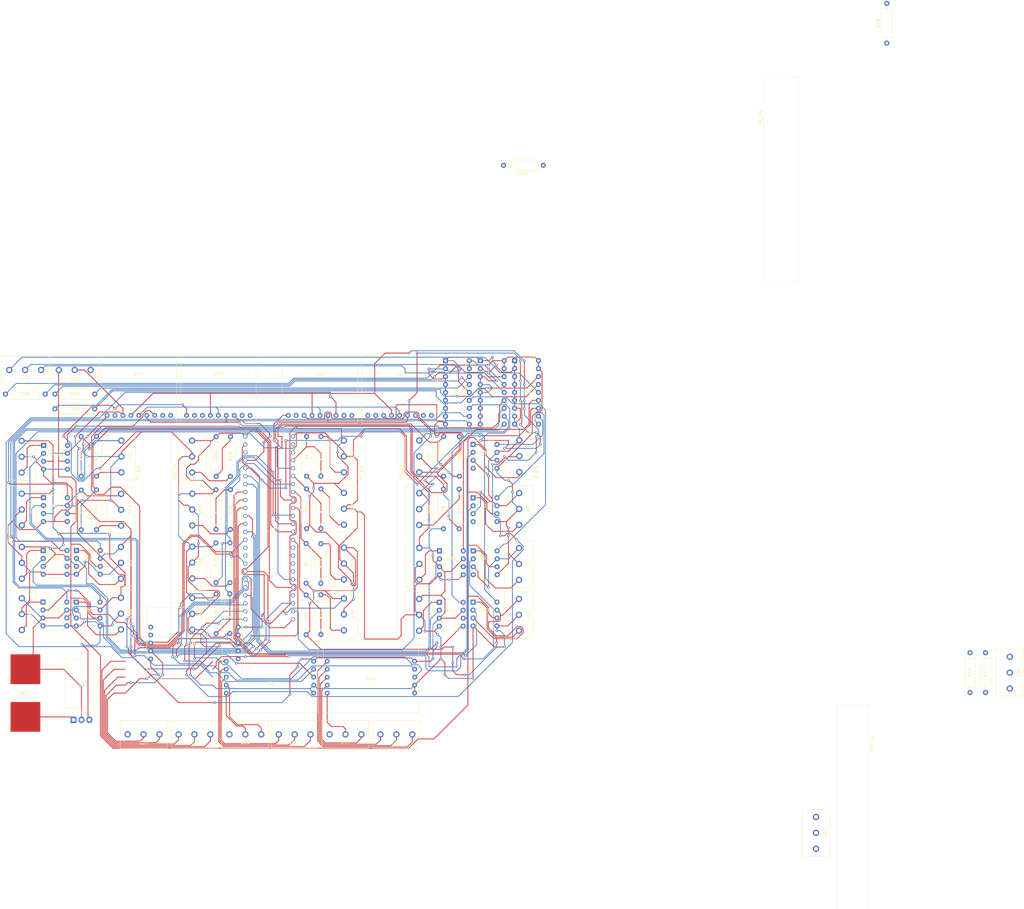
<source format=kicad_pcb>
(kicad_pcb (version 20171130) (host pcbnew "(5.1.9)-1")
  (layers (0 F.Cu signal) (31 B.Cu signal) (34 B.Paste user) (35 F.Paste user) (36 B.SilkS user) (37 F.SilkS user) (38 B.Mask user) (39 F.Mask user) (44 Edge.Cuts user))
  (net 0 "")
  (net 1 "Net-(BT1-Pad1)")
  (net 2 GND1)
  (net 3 +5V)
  (net 4 1)
  (net 5 2)
  (net 6 3)
  (net 7 4)
  (net 8 5)
  (net 9 6)
  (net 10 13)
  (net 11 15)
  (net 12 7)
  (net 13 8)
  (net 14 9)
  (net 15 10)
  (net 16 11)
  (net 17 12)
  (net 18 14)
  (net 19 "Net-(U24-Pad3)")
  (net 20 "Net-(U25-Pad3)")
  (net 21 19)
  (net 22 18)
  (net 23 17)
  (net 24 16)
  (net 25 21)
  (net 26 20)
  (net 27 "Net-(U23-Pad47)")
  (net 28 "Net-(U23-Pad45)")
  (net 29 "Net-(U23-Pad44)")
  (net 30 "Net-(U23-Pad43)")
  (net 31 "Net-(U23-Pad42)")
  (net 32 "Net-(U23-Pad41)")
  (net 33 "Net-(U24-Pad1)")
  (net 34 "Net-(U24-Pad2)")
  (net 35 "Net-(U25-Pad2)")
  (net 36 "Net-(U25-Pad1)")
  (net 37 "Net-(U35-Pad3)")
  (net 38 "Net-(U35-Pad2)")
  (net 39 "Net-(U35-Pad1)")
  (net 40 "Net-(U36-Pad1)")
  (net 41 "Net-(U36-Pad3)")
  (net 42 "Net-(U36-Pad2)")
  (net 43 "Net-(U45-Pad3)")
  (net 44 "Net-(U45-Pad2)")
  (net 45 "Net-(U45-Pad1)")
  (net 46 "Net-(U46-Pad2)")
  (net 47 "Net-(U46-Pad3)")
  (net 48 "Net-(U46-Pad1)")
  (net 49 "Net-(R1-Pad2)")
  (net 50 "Net-(R1-Pad1)")
  (net 51 "Net-(R2-Pad2)")
  (net 52 "Net-(R2-Pad1)")
  (net 53 "Net-(R3-Pad2)")
  (net 54 "Net-(R3-Pad1)")
  (net 55 "Net-(U1-Pad9)")
  (net 56 "Net-(U1-Pad8)")
  (net 57 51)
  (net 58 "Net-(U1-Pad2)")
  (net 59 40)
  (net 60 41)
  (net 61 42)
  (net 62 43)
  (net 63 44)
  (net 64 45)
  (net 65 53)
  (net 66 54)
  (net 67 48)
  (net 68 46)
  (net 69 47)
  (net 70 49)
  (net 71 "Net-(U15-Pad9)")
  (net 72 "Net-(U15-Pad8)")
  (net 73 50)
  (net 74 "Net-(U15-Pad2)")
  (net 75 "Net-(U16-Pad3)")
  (net 76 52)
  (net 77 27)
  (net 78 26)
  (net 79 25)
  (net 80 "Net-(U18-Pad9)")
  (net 81 "Net-(U18-Pad8)")
  (net 82 "Net-(U18-Pad2)")
  (net 83 36)
  (net 84 37)
  (net 85 38)
  (net 86 39)
  (net 87 28)
  (net 88 31)
  (net 89 "Net-(U23-Pad24)")
  (net 90 58)
  (net 91 55)
  (net 92 56)
  (net 93 57)
  (net 94 "Net-(U33-Pad9)")
  (net 95 "Net-(U33-Pad8)")
  (net 96 "Net-(U33-Pad2)")
  (net 97 32)
  (net 98 33)
  (net 99 34)
  (net 100 35)
  (net 101 29)
  (net 102 30)
  (net 103 "Net-(R12-Pad1)")
  (net 104 "Net-(R13-Pad1)")
  (net 105 "Net-(R15-Pad1)")
  (net 106 "Net-(R11-Pad1)")
  (net 107 "Net-(R14-Pad1)")
  (net 108 "Net-(R16-Pad1)")
  (net 109 "Net-(R11-Pad2)")
  (net 110 "Net-(R12-Pad2)")
  (net 111 "Net-(R13-Pad2)")
  (net 112 "Net-(R14-Pad2)")
  (net 113 "Net-(R15-Pad2)")
  (net 114 "Net-(R16-Pad2)")
  (net 115 "Net-(R17-Pad2)")
  (net 116 "Net-(R18-Pad1)")
  (net 117 "Net-(R19-Pad2)")
  (net 118 "Net-(R19-Pad1)")
  (net 119 "Net-(R20-Pad2)")
  (net 120 "Net-(R20-Pad1)")
  (net 121 "Net-(R21-Pad2)")
  (net 122 "Net-(R21-Pad1)")
  (net 123 "Net-(R22-Pad2)")
  (net 124 "Net-(R22-Pad1)")
  (net 125 "Net-(R23-Pad2)")
  (net 126 "Net-(R23-Pad1)")
  (net 127 "Net-(R24-Pad2)")
  (net 128 "Net-(R24-Pad1)")
  (module Launchbox:LoadCellAmp (layer F.Cu) (at 146.05 139.192)
    (fp_text reference U36 (at 0 2.032) (layer F.SilkS))
    (fp_text value LoadCellAmp)
    (pad 10 thru_hole circle (at 13.97 5.08) (size 1.524 1.524) (drill 0.762) (layers *.Cu *.Mask) (net 3 +5V))
    (pad 9 thru_hole circle (at 13.97 2.54) (size 1.524 1.524) (drill 0.762) (layers *.Cu *.Mask) (net 3 +5V))
    (pad 8 thru_hole circle (at 13.97 0) (size 1.524 1.524) (drill 0.762) (layers *.Cu *.Mask) (net 22 18))
    (pad 7 thru_hole circle (at 13.97 -2.54) (size 1.524 1.524) (drill 0.762) (layers *.Cu *.Mask) (net 21 19))
    (pad 6 thru_hole circle (at 13.97 -5.08) (size 1.524 1.524) (drill 0.762) (layers *.Cu *.Mask) (net 2 GND1))
    (pad 1 thru_hole circle (at -13.97 -5.08) (size 1.524 1.524) (drill 0.762) (layers *.Cu *.Mask) (net 40 "Net-(U36-Pad1)"))
    (pad 5 thru_hole circle (at -13.98 5.08) (size 1.524 1.524) (drill 0.762) (layers *.Cu *.Mask) (net 38 "Net-(U35-Pad2)"))
    (pad 4 thru_hole circle (at -13.97 2.54) (size 1.524 1.524) (drill 0.762) (layers *.Cu *.Mask) (net 39 "Net-(U35-Pad1)"))
    (pad 3 thru_hole circle (at -13.97 0) (size 1.524 1.524) (drill 0.762) (layers *.Cu *.Mask) (net 41 "Net-(U36-Pad3)"))
    (pad 2 thru_hole circle (at -13.97 -2.54) (size 1.524 1.524) (drill 0.762) (layers *.Cu *.Mask) (net 42 "Net-(U36-Pad2)"))
  )
  (module Resistor_THT:R_Axial_DIN0309_L9.0mm_D3.2mm_P12.70mm_Horizontal (layer F.Cu) (at 162.306 125.5395 90)
    (fp_text reference R13 (at 6.35 0 90) (layer F.SilkS))
    (fp_text value R_US)
    (pad 2 thru_hole oval (at 12.7 0 90) (size 1.6 1.6) (drill 0.8) (layers *.Cu *.Mask) (net 111 "Net-(R13-Pad2)"))
    (pad 1 thru_hole circle (at 0 0 90) (size 1.6 1.6) (drill 0.8) (layers *.Cu *.Mask) (net 104 "Net-(R13-Pad1)"))
  )
  (module Package_DIP:DIP-8_W7.62mm (layer F.Cu) (at 200.152 115.2525)
    (fp_text reference U44 (at 3.81 2.54) (layer F.SilkS))
    (fp_text value SPDT_IC)
    (pad 1 thru_hole rect (at 0 0) (size 1.6 1.6) (drill 0.8) (layers *.Cu *.Mask) (net 60 41))
    (pad 5 thru_hole oval (at 7.62 7.62) (size 1.6 1.6) (drill 0.8) (layers *.Cu *.Mask) (net 3 +5V))
    (pad 2 thru_hole oval (at 0 2.54) (size 1.6 1.6) (drill 0.8) (layers *.Cu *.Mask) (net 7 4))
    (pad 6 thru_hole oval (at 7.62 5.08) (size 1.6 1.6) (drill 0.8) (layers *.Cu *.Mask) (net 76 52))
    (pad 3 thru_hole oval (at 0 5.08) (size 1.6 1.6) (drill 0.8) (layers *.Cu *.Mask) (net 2 GND1))
    (pad 7 thru_hole oval (at 7.62 2.54) (size 1.6 1.6) (drill 0.8) (layers *.Cu *.Mask) (net 2 GND1))
    (pad 4 thru_hole oval (at 0 7.62) (size 1.6 1.6) (drill 0.8) (layers *.Cu *.Mask) (net 3 +5V))
    (pad 8 thru_hole oval (at 7.62 0) (size 1.6 1.6) (drill 0.8) (layers *.Cu *.Mask) (net 101 29))
  )
  (module Package_DIP:DIP-8_W7.62mm (layer F.Cu) (at 210.947 64.77)
    (fp_text reference U51 (at 3.81 2.54) (layer F.SilkS))
    (fp_text value SPDT_IC)
    (pad 8 thru_hole oval (at 7.62 0) (size 1.6 1.6) (drill 0.8) (layers *.Cu *.Mask) (net 102 30))
    (pad 4 thru_hole oval (at 0 7.62) (size 1.6 1.6) (drill 0.8) (layers *.Cu *.Mask) (net 3 +5V))
    (pad 7 thru_hole oval (at 7.62 2.54) (size 1.6 1.6) (drill 0.8) (layers *.Cu *.Mask) (net 2 GND1))
    (pad 3 thru_hole oval (at 0 5.08) (size 1.6 1.6) (drill 0.8) (layers *.Cu *.Mask) (net 2 GND1))
    (pad 6 thru_hole oval (at 7.62 5.08) (size 1.6 1.6) (drill 0.8) (layers *.Cu *.Mask) (net 76 52))
    (pad 2 thru_hole oval (at 0 2.54) (size 1.6 1.6) (drill 0.8) (layers *.Cu *.Mask) (net 8 5))
    (pad 5 thru_hole oval (at 7.62 7.62) (size 1.6 1.6) (drill 0.8) (layers *.Cu *.Mask) (net 3 +5V))
    (pad 1 thru_hole rect (at 0 0) (size 1.6 1.6) (drill 0.8) (layers *.Cu *.Mask) (net 61 42))
  )
  (module Resistor_THT:R_Axial_DIN0309_L9.0mm_D3.2mm_P12.70mm_Horizontal (layer F.Cu) (at 201.4855 91.7575 90)
    (fp_text reference R8 (at 6.35 0 90) (layer F.SilkS))
    (fp_text value R_US)
    (pad 2 thru_hole oval (at 12.7 0 90) (size 1.6 1.6) (drill 0.8) (layers *.Cu *.Mask) (net 107 "Net-(R14-Pad1)"))
    (pad 1 thru_hole circle (at 0 0 90) (size 1.6 1.6) (drill 0.8) (layers *.Cu *.Mask) (net 2 GND1))
  )
  (module Resistor_THT:R_Axial_DIN0309_L9.0mm_D3.2mm_P12.70mm_Horizontal (layer F.Cu) (at 85.725 92.075 90)
    (fp_text reference R31 (at 6.35 0 270) (layer F.SilkS))
    (fp_text value R_US)
    (pad 2 thru_hole oval (at 12.7 0 90) (size 1.6 1.6) (drill 0.8) (layers *.Cu *.Mask) (net 2 GND1))
    (pad 1 thru_hole circle (at 0 0 90) (size 1.6 1.6) (drill 0.8) (layers *.Cu *.Mask) (net 127 "Net-(R24-Pad2)"))
  )
  (module Resistor_THT:R_Axial_DIN0309_L9.0mm_D3.2mm_P12.70mm_Horizontal (layer F.Cu) (at 85.725 74.93 90)
    (fp_text reference R30 (at 6.35 0 90) (layer F.SilkS))
    (fp_text value R_US)
    (pad 2 thru_hole oval (at 12.7 0 90) (size 1.6 1.6) (drill 0.8) (layers *.Cu *.Mask) (net 2 GND1))
    (pad 1 thru_hole circle (at 0 0 90) (size 1.6 1.6) (drill 0.8) (layers *.Cu *.Mask) (net 125 "Net-(R23-Pad2)"))
  )
  (module Resistor_THT:R_Axial_DIN0309_L9.0mm_D3.2mm_P12.70mm_Horizontal (layer F.Cu) (at 128.8415 125.2855 90)
    (fp_text reference R29 (at 6.35 0 90) (layer F.SilkS))
    (fp_text value R_US)
    (pad 2 thru_hole oval (at 12.7 0 90) (size 1.6 1.6) (drill 0.8) (layers *.Cu *.Mask) (net 2 GND1))
    (pad 1 thru_hole circle (at 0 0 90) (size 1.6 1.6) (drill 0.8) (layers *.Cu *.Mask) (net 123 "Net-(R22-Pad2)"))
  )
  (module Resistor_THT:R_Axial_DIN0309_L9.0mm_D3.2mm_P12.70mm_Horizontal (layer F.Cu) (at 128.778 108.966 90)
    (fp_text reference R28 (at 6.35 0 90) (layer F.SilkS))
    (fp_text value R_US)
    (pad 2 thru_hole oval (at 12.7 0 90) (size 1.6 1.6) (drill 0.8) (layers *.Cu *.Mask) (net 2 GND1))
    (pad 1 thru_hole circle (at 0 0 90) (size 1.6 1.6) (drill 0.8) (layers *.Cu *.Mask) (net 121 "Net-(R21-Pad2)"))
  )
  (module Resistor_THT:R_Axial_DIN0309_L9.0mm_D3.2mm_P12.70mm_Horizontal (layer F.Cu) (at 128.778 91.948 90)
    (fp_text reference R27 (at 6.35 0 90) (layer F.SilkS))
    (fp_text value R_US)
    (pad 2 thru_hole oval (at 12.7 0 90) (size 1.6 1.6) (drill 0.8) (layers *.Cu *.Mask) (net 2 GND1))
    (pad 1 thru_hole circle (at 0 0 90) (size 1.6 1.6) (drill 0.8) (layers *.Cu *.Mask) (net 119 "Net-(R20-Pad2)"))
  )
  (module Resistor_THT:R_Axial_DIN0309_L9.0mm_D3.2mm_P12.70mm_Horizontal (layer F.Cu) (at 128.8415 74.9935 90)
    (fp_text reference R26 (at 6.35 0 90) (layer F.SilkS))
    (fp_text value R_US)
    (pad 2 thru_hole oval (at 12.7 0 90) (size 1.6 1.6) (drill 0.8) (layers *.Cu *.Mask) (net 2 GND1))
    (pad 1 thru_hole circle (at 0 0 90) (size 1.6 1.6) (drill 0.8) (layers *.Cu *.Mask) (net 117 "Net-(R19-Pad2)"))
  )
  (module Resistor_THT:R_Axial_DIN0309_L9.0mm_D3.2mm_P12.70mm_Horizontal (layer F.Cu) (at 233.3752 -24.4602 180)
    (fp_text reference R25 (at 6.35 -2.72) (layer F.SilkS))
    (fp_text value R_US)
    (pad 2 thru_hole oval (at 12.7 0 180) (size 1.6 1.6) (drill 0.8) (layers *.Cu *.Mask) (net 2 GND1))
    (pad 1 thru_hole circle (at 0 0 180) (size 1.6 1.6) (drill 0.8) (layers *.Cu *.Mask) (net 92 56))
  )
  (module Resistor_THT:R_Axial_DIN0309_L9.0mm_D3.2mm_P12.70mm_Horizontal (layer F.Cu) (at 90.6145 92.0115 90)
    (fp_text reference R24 (at 6.35 0 90) (layer F.SilkS))
    (fp_text value R_US)
    (pad 2 thru_hole oval (at 12.7 0 90) (size 1.6 1.6) (drill 0.8) (layers *.Cu *.Mask) (net 127 "Net-(R24-Pad2)"))
    (pad 1 thru_hole circle (at 0 0 90) (size 1.6 1.6) (drill 0.8) (layers *.Cu *.Mask) (net 128 "Net-(R24-Pad1)"))
  )
  (module Resistor_THT:R_Axial_DIN0309_L9.0mm_D3.2mm_P12.70mm_Horizontal (layer F.Cu) (at 90.6145 74.93 90)
    (fp_text reference R23 (at 6.35 0 90) (layer F.SilkS))
    (fp_text value R_US)
    (pad 2 thru_hole oval (at 12.7 0 90) (size 1.6 1.6) (drill 0.8) (layers *.Cu *.Mask) (net 125 "Net-(R23-Pad2)"))
    (pad 1 thru_hole circle (at 0 0 90) (size 1.6 1.6) (drill 0.8) (layers *.Cu *.Mask) (net 126 "Net-(R23-Pad1)"))
  )
  (module Resistor_THT:R_Axial_DIN0309_L9.0mm_D3.2mm_P12.70mm_Horizontal (layer F.Cu) (at 133.223 125.222 90)
    (fp_text reference R22 (at 6.35 0 90) (layer F.SilkS))
    (fp_text value R_US)
    (pad 2 thru_hole oval (at 12.7 0 90) (size 1.6 1.6) (drill 0.8) (layers *.Cu *.Mask) (net 123 "Net-(R22-Pad2)"))
    (pad 1 thru_hole circle (at 0 0 90) (size 1.6 1.6) (drill 0.8) (layers *.Cu *.Mask) (net 124 "Net-(R22-Pad1)"))
  )
  (module Resistor_THT:R_Axial_DIN0309_L9.0mm_D3.2mm_P12.70mm_Horizontal (layer F.Cu) (at 133.2865 108.966 90)
    (fp_text reference R21 (at 6.35 0 90) (layer F.SilkS))
    (fp_text value R_US)
    (pad 2 thru_hole oval (at 12.7 0 90) (size 1.6 1.6) (drill 0.8) (layers *.Cu *.Mask) (net 121 "Net-(R21-Pad2)"))
    (pad 1 thru_hole circle (at 0 0 90) (size 1.6 1.6) (drill 0.8) (layers *.Cu *.Mask) (net 122 "Net-(R21-Pad1)"))
  )
  (module Resistor_THT:R_Axial_DIN0309_L9.0mm_D3.2mm_P12.70mm_Horizontal (layer F.Cu) (at 133.4135 91.948 90)
    (fp_text reference R20 (at 6.35 0 90) (layer F.SilkS))
    (fp_text value R_US)
    (pad 2 thru_hole oval (at 12.7 0 90) (size 1.6 1.6) (drill 0.8) (layers *.Cu *.Mask) (net 119 "Net-(R20-Pad2)"))
    (pad 1 thru_hole circle (at 0 0 90) (size 1.6 1.6) (drill 0.8) (layers *.Cu *.Mask) (net 120 "Net-(R20-Pad1)"))
  )
  (module Resistor_THT:R_Axial_DIN0309_L9.0mm_D3.2mm_P12.70mm_Horizontal (layer F.Cu) (at 133.4135 74.9935 90)
    (fp_text reference R19 (at 6.35 0 90) (layer F.SilkS))
    (fp_text value R_US)
    (pad 2 thru_hole oval (at 12.7 0 90) (size 1.6 1.6) (drill 0.8) (layers *.Cu *.Mask) (net 117 "Net-(R19-Pad2)"))
    (pad 1 thru_hole circle (at 0 0 90) (size 1.6 1.6) (drill 0.8) (layers *.Cu *.Mask) (net 118 "Net-(R19-Pad1)"))
  )
  (module Resistor_THT:R_Axial_DIN0309_L9.0mm_D3.2mm_P12.70mm_Horizontal (layer F.Cu) (at 343.154 -63.552 90)
    (fp_text reference R18 (at 6.35 -2.72 90) (layer F.SilkS))
    (fp_text value R_US)
    (pad 2 thru_hole oval (at 12.7 0 90) (size 1.6 1.6) (drill 0.8) (layers *.Cu *.Mask) (net 92 56))
    (pad 1 thru_hole circle (at 0 0 90) (size 1.6 1.6) (drill 0.8) (layers *.Cu *.Mask) (net 116 "Net-(R18-Pad1)"))
  )
  (module Resistor_THT:R_Axial_DIN0309_L9.0mm_D3.2mm_P12.70mm_Horizontal (layer F.Cu) (at 374.7135 144.0815 90)
    (fp_text reference R17 (at 6.35 0 90) (layer F.SilkS))
    (fp_text value R_US)
    (pad 2 thru_hole oval (at 12.7 0 90) (size 1.6 1.6) (drill 0.8) (layers *.Cu *.Mask) (net 115 "Net-(R17-Pad2)"))
    (pad 1 thru_hole circle (at 0 0 90) (size 1.6 1.6) (drill 0.8) (layers *.Cu *.Mask) (net 91 55))
  )
  (module Resistor_THT:R_Axial_DIN0309_L9.0mm_D3.2mm_P12.70mm_Horizontal (layer F.Cu) (at 206.5655 74.93 90)
    (fp_text reference R16 (at 6.35 0 90) (layer F.SilkS))
    (fp_text value R_US)
    (pad 2 thru_hole oval (at 12.7 0 90) (size 1.6 1.6) (drill 0.8) (layers *.Cu *.Mask) (net 114 "Net-(R16-Pad2)"))
    (pad 1 thru_hole circle (at 0 0 90) (size 1.6 1.6) (drill 0.8) (layers *.Cu *.Mask) (net 108 "Net-(R16-Pad1)"))
  )
  (module Resistor_THT:R_Axial_DIN0309_L9.0mm_D3.2mm_P12.70mm_Horizontal (layer F.Cu) (at 162.306 74.93 90)
    (fp_text reference R15 (at 6.35 0 90) (layer F.SilkS))
    (fp_text value R_US)
    (pad 2 thru_hole oval (at 12.7 0 90) (size 1.6 1.6) (drill 0.8) (layers *.Cu *.Mask) (net 113 "Net-(R15-Pad2)"))
    (pad 1 thru_hole circle (at 0 0 90) (size 1.6 1.6) (drill 0.8) (layers *.Cu *.Mask) (net 105 "Net-(R15-Pad1)"))
  )
  (module Resistor_THT:R_Axial_DIN0309_L9.0mm_D3.2mm_P12.70mm_Horizontal (layer F.Cu) (at 206.502 91.7575 90)
    (fp_text reference R14 (at 6.35 0 90) (layer F.SilkS))
    (fp_text value R_US)
    (pad 2 thru_hole oval (at 12.7 0 90) (size 1.6 1.6) (drill 0.8) (layers *.Cu *.Mask) (net 112 "Net-(R14-Pad2)"))
    (pad 1 thru_hole circle (at 0 0 90) (size 1.6 1.6) (drill 0.8) (layers *.Cu *.Mask) (net 107 "Net-(R14-Pad1)"))
  )
  (module Resistor_THT:R_Axial_DIN0309_L9.0mm_D3.2mm_P12.70mm_Horizontal (layer F.Cu) (at 162.306 109.22 90)
    (fp_text reference R12 (at 6.35 0 90) (layer F.SilkS))
    (fp_text value R_US)
    (pad 2 thru_hole oval (at 12.7 0 90) (size 1.6 1.6) (drill 0.8) (layers *.Cu *.Mask) (net 110 "Net-(R12-Pad2)"))
    (pad 1 thru_hole circle (at 0 0 90) (size 1.6 1.6) (drill 0.8) (layers *.Cu *.Mask) (net 103 "Net-(R12-Pad1)"))
  )
  (module Resistor_THT:R_Axial_DIN0309_L9.0mm_D3.2mm_P12.70mm_Horizontal (layer F.Cu) (at 162.306 91.694 90)
    (fp_text reference R11 (at 6.35 0 90) (layer F.SilkS))
    (fp_text value R_US)
    (pad 2 thru_hole oval (at 12.7 0 90) (size 1.6 1.6) (drill 0.8) (layers *.Cu *.Mask) (net 109 "Net-(R11-Pad2)"))
    (pad 1 thru_hole circle (at 0 0 90) (size 1.6 1.6) (drill 0.8) (layers *.Cu *.Mask) (net 106 "Net-(R11-Pad1)"))
  )
  (module Resistor_THT:R_Axial_DIN0309_L9.0mm_D3.2mm_P12.70mm_Horizontal (layer F.Cu) (at 369.7605 144.0815 90)
    (fp_text reference R10 (at 6.35 0 90) (layer F.SilkS))
    (fp_text value R_US)
    (pad 2 thru_hole oval (at 12.7 0 90) (size 1.6 1.6) (drill 0.8) (layers *.Cu *.Mask) (net 91 55))
    (pad 1 thru_hole circle (at 0 0 90) (size 1.6 1.6) (drill 0.8) (layers *.Cu *.Mask) (net 2 GND1))
  )
  (module Resistor_THT:R_Axial_DIN0309_L9.0mm_D3.2mm_P12.70mm_Horizontal (layer F.Cu) (at 201.549 74.93 90)
    (fp_text reference R9 (at 6.35 0 90) (layer F.SilkS))
    (fp_text value R_US)
    (pad 2 thru_hole oval (at 12.7 0 90) (size 1.6 1.6) (drill 0.8) (layers *.Cu *.Mask) (net 108 "Net-(R16-Pad1)"))
    (pad 1 thru_hole circle (at 0 0 90) (size 1.6 1.6) (drill 0.8) (layers *.Cu *.Mask) (net 2 GND1))
  )
  (module Resistor_THT:R_Axial_DIN0309_L9.0mm_D3.2mm_P12.70mm_Horizontal (layer F.Cu) (at 157.734 91.694 90)
    (fp_text reference R7 (at 6.35 0 90) (layer F.SilkS))
    (fp_text value R_US)
    (pad 2 thru_hole oval (at 12.7 0 90) (size 1.6 1.6) (drill 0.8) (layers *.Cu *.Mask) (net 106 "Net-(R11-Pad1)"))
    (pad 1 thru_hole circle (at 0 0 90) (size 1.6 1.6) (drill 0.8) (layers *.Cu *.Mask) (net 2 GND1))
  )
  (module Resistor_THT:R_Axial_DIN0309_L9.0mm_D3.2mm_P12.70mm_Horizontal (layer F.Cu) (at 157.734 74.93 90)
    (fp_text reference R6 (at 6.35 0 90) (layer F.SilkS))
    (fp_text value R_US)
    (pad 2 thru_hole oval (at 12.7 0 90) (size 1.6 1.6) (drill 0.8) (layers *.Cu *.Mask) (net 105 "Net-(R15-Pad1)"))
    (pad 1 thru_hole circle (at 0 0 90) (size 1.6 1.6) (drill 0.8) (layers *.Cu *.Mask) (net 2 GND1))
  )
  (module Resistor_THT:R_Axial_DIN0309_L9.0mm_D3.2mm_P12.70mm_Horizontal (layer F.Cu) (at 157.607 125.603 90)
    (fp_text reference R5 (at 6.35 0 90) (layer F.SilkS))
    (fp_text value R_US)
    (pad 2 thru_hole oval (at 12.7 0 90) (size 1.6 1.6) (drill 0.8) (layers *.Cu *.Mask) (net 104 "Net-(R13-Pad1)"))
    (pad 1 thru_hole circle (at 0 0 90) (size 1.6 1.6) (drill 0.8) (layers *.Cu *.Mask) (net 2 GND1))
  )
  (module Resistor_THT:R_Axial_DIN0309_L9.0mm_D3.2mm_P12.70mm_Horizontal (layer F.Cu) (at 157.607 109.1565 90)
    (fp_text reference R4 (at 6.35 0 90) (layer F.SilkS))
    (fp_text value R_US)
    (pad 2 thru_hole oval (at 12.7 0 90) (size 1.6 1.6) (drill 0.8) (layers *.Cu *.Mask) (net 103 "Net-(R12-Pad1)"))
    (pad 1 thru_hole circle (at 0 0 90) (size 1.6 1.6) (drill 0.8) (layers *.Cu *.Mask) (net 2 GND1))
  )
  (module Launchbox:Lipo_Battery_Connector (layer F.Cu) (at 67.8942 144.272 90)
    (fp_text reference BT1 (at 0 0 180) (layer F.SilkS))
    (fp_text value Battery_Cell)
    (pad 1 smd rect (at -7.62 0 90) (size 9.525 9.525) (layers F.Cu F.Paste F.Mask) (net 1 "Net-(BT1-Pad1)"))
    (pad 2 smd rect (at 7.62 0 90) (size 9.525 9.525) (layers F.Cu F.Paste F.Mask) (net 2 GND1))
  )
  (module Resistor_THT:R_Axial_DIN0309_L9.0mm_D3.2mm_P12.70mm_Horizontal (layer F.Cu) (at 74.225 48.675 180)
    (fp_text reference 750K (at 6.35 0) (layer F.SilkS))
    (fp_text value R_US)
    (pad 1 thru_hole circle (at 0 0 180) (size 1.6 1.6) (drill 0.8) (layers *.Cu *.Mask) (net 50 "Net-(R1-Pad1)"))
    (pad 2 thru_hole oval (at 12.7 0 180) (size 1.6 1.6) (drill 0.8) (layers *.Cu *.Mask) (net 49 "Net-(R1-Pad2)"))
  )
  (module Resistor_THT:R_Axial_DIN0309_L9.0mm_D3.2mm_P12.70mm_Horizontal (layer F.Cu) (at 90.05 48.675 180)
    (fp_text reference 750K (at 6.35 0) (layer F.SilkS))
    (fp_text value R_US)
    (pad 1 thru_hole circle (at 0 0 180) (size 1.6 1.6) (drill 0.8) (layers *.Cu *.Mask) (net 52 "Net-(R2-Pad1)"))
    (pad 2 thru_hole oval (at 12.7 0 180) (size 1.6 1.6) (drill 0.8) (layers *.Cu *.Mask) (net 51 "Net-(R2-Pad2)"))
  )
  (module Resistor_THT:R_Axial_DIN0309_L9.0mm_D3.2mm_P12.70mm_Horizontal (layer F.Cu) (at 90.025 53.4 180)
    (fp_text reference 750K (at 6.35 0) (layer F.SilkS))
    (fp_text value R_US)
    (pad 2 thru_hole oval (at 12.7 0 180) (size 1.6 1.6) (drill 0.8) (layers *.Cu *.Mask) (net 53 "Net-(R3-Pad2)"))
    (pad 1 thru_hole circle (at 0 0 180) (size 1.6 1.6) (drill 0.8) (layers *.Cu *.Mask) (net 54 "Net-(R3-Pad1)"))
  )
  (module Launchbox:MAX31856 (layer F.Cu) (at 187.452 47.244)
    (fp_text reference U1 (at 0 -5.08) (layer F.SilkS))
    (fp_text value MAX31856)
    (pad 9 thru_hole circle (at 10.16 8.255) (size 1.524 1.524) (drill 0.762) (layers *.Cu *.Mask) (net 55 "Net-(U1-Pad9)"))
    (pad 8 thru_hole circle (at 7.62 8.255) (size 1.524 1.524) (drill 0.762) (layers *.Cu *.Mask) (net 56 "Net-(U1-Pad8)"))
    (pad 7 thru_hole circle (at 5.08 8.255) (size 1.524 1.524) (drill 0.762) (layers *.Cu *.Mask) (net 57 51))
    (pad 6 thru_hole circle (at 2.54 8.255) (size 1.524 1.524) (drill 0.762) (layers *.Cu *.Mask) (net 10 13))
    (pad 5 thru_hole circle (at 0 8.255) (size 1.524 1.524) (drill 0.762) (layers *.Cu *.Mask) (net 18 14))
    (pad 4 thru_hole circle (at -2.54 8.255) (size 1.524 1.524) (drill 0.762) (layers *.Cu *.Mask) (net 4 1))
    (pad 3 thru_hole circle (at -5.08 8.255) (size 1.524 1.524) (drill 0.762) (layers *.Cu *.Mask) (net 2 GND1))
    (pad 2 thru_hole circle (at -7.62 8.255) (size 1.524 1.524) (drill 0.762) (layers *.Cu *.Mask) (net 58 "Net-(U1-Pad2)"))
    (pad 1 thru_hole circle (at -10.16 8.255) (size 1.524 1.524) (drill 0.762) (layers *.Cu *.Mask) (net 3 +5V))
  )
  (module Launchbox:ScrewTerminals (layer F.Cu) (at 193.802 102.9335 90)
    (fp_text reference U2 (at 0.02 2.794 90) (layer F.SilkS))
    (fp_text value SerialScrewTerminals)
    (pad 3 thru_hole circle (at 5.08 0 90) (size 2 2) (drill 1.2) (layers *.Cu *.Mask) (net 2 GND1))
    (pad 2 thru_hole circle (at 0 0 90) (size 2 2) (drill 1.2) (layers *.Cu *.Mask) (net 3 +5V))
    (pad 1 thru_hole circle (at -5.08 0 90) (size 2 2) (drill 1.2) (layers *.Cu *.Mask) (net 59 40))
  )
  (module Package_TO_SOT_THT:TO-220-3_Horizontal_TabDown (layer F.Cu) (at 83.2612 152.8318)
    (fp_text reference U3 (at 2.54 -10.668) (layer F.SilkS))
    (fp_text value L7805)
    (pad "" np_thru_hole oval (at 2.54 -16.66) (size 3.5 3.5) (drill 3.5) (layers *.Cu *.Mask))
    (pad 1 thru_hole rect (at 0 0) (size 1.905 2) (drill 1.1) (layers *.Cu *.Mask) (net 1 "Net-(BT1-Pad1)"))
    (pad 2 thru_hole oval (at 2.54 0) (size 1.905 2) (drill 1.1) (layers *.Cu *.Mask) (net 2 GND1))
    (pad 3 thru_hole oval (at 5.08 0) (size 1.905 2) (drill 1.1) (layers *.Cu *.Mask) (net 3 +5V))
  )
  (module Launchbox:ScrewTerminals (layer F.Cu) (at 193.7385 119.253 90)
    (fp_text reference U4 (at 0.02 2.794 90) (layer F.SilkS))
    (fp_text value SerialScrewTerminals)
    (pad 1 thru_hole circle (at -5.08 0 90) (size 2 2) (drill 1.2) (layers *.Cu *.Mask) (net 60 41))
    (pad 2 thru_hole circle (at 0 0 90) (size 2 2) (drill 1.2) (layers *.Cu *.Mask) (net 3 +5V))
    (pad 3 thru_hole circle (at 5.08 0 90) (size 2 2) (drill 1.2) (layers *.Cu *.Mask) (net 2 GND1))
  )
  (module Launchbox:ScrewTerminals (layer F.Cu) (at 225.7425 68.5165 90)
    (fp_text reference U5 (at 0.02 2.794 90) (layer F.SilkS))
    (fp_text value SerialScrewTerminals)
    (pad 3 thru_hole circle (at 5.08 0 90) (size 2 2) (drill 1.2) (layers *.Cu *.Mask) (net 2 GND1))
    (pad 2 thru_hole circle (at 0 0 90) (size 2 2) (drill 1.2) (layers *.Cu *.Mask) (net 3 +5V))
    (pad 1 thru_hole circle (at -5.08 0 90) (size 2 2) (drill 1.2) (layers *.Cu *.Mask) (net 61 42))
  )
  (module Launchbox:ScrewTerminals (layer F.Cu) (at 225.679 85.4075 90)
    (fp_text reference U6 (at 0.02 2.794 90) (layer F.SilkS))
    (fp_text value SerialScrewTerminals)
    (pad 1 thru_hole circle (at -5.08 0 90) (size 2 2) (drill 1.2) (layers *.Cu *.Mask) (net 62 43))
    (pad 2 thru_hole circle (at 0 0 90) (size 2 2) (drill 1.2) (layers *.Cu *.Mask) (net 3 +5V))
    (pad 3 thru_hole circle (at 5.08 0 90) (size 2 2) (drill 1.2) (layers *.Cu *.Mask) (net 2 GND1))
  )
  (module Launchbox:ScrewTerminals (layer F.Cu) (at 225.6155 102.997 90)
    (fp_text reference U7 (at 0.02 2.794 90) (layer F.SilkS))
    (fp_text value SerialScrewTerminals)
    (pad 3 thru_hole circle (at 5.08 0 90) (size 2 2) (drill 1.2) (layers *.Cu *.Mask) (net 2 GND1))
    (pad 2 thru_hole circle (at 0 0 90) (size 2 2) (drill 1.2) (layers *.Cu *.Mask) (net 3 +5V))
    (pad 1 thru_hole circle (at -5.08 0 90) (size 2 2) (drill 1.2) (layers *.Cu *.Mask) (net 63 44))
  )
  (module Launchbox:ScrewTerminals (layer F.Cu) (at 225.6155 119.253 90)
    (fp_text reference U8 (at 0.02 2.794 90) (layer F.SilkS))
    (fp_text value SerialScrewTerminals)
    (pad 1 thru_hole circle (at -5.08 0 90) (size 2 2) (drill 1.2) (layers *.Cu *.Mask) (net 64 45))
    (pad 2 thru_hole circle (at 0 0 90) (size 2 2) (drill 1.2) (layers *.Cu *.Mask) (net 3 +5V))
    (pad 3 thru_hole circle (at 5.08 0 90) (size 2 2) (drill 1.2) (layers *.Cu *.Mask) (net 2 GND1))
  )
  (module Launchbox:ScrewTerminals (layer F.Cu) (at 98.425 102.616 90)
    (fp_text reference U9 (at 0.02 2.794 90) (layer F.SilkS))
    (fp_text value SerialScrewTerminals)
    (pad 3 thru_hole circle (at 5.08 0 90) (size 2 2) (drill 1.2) (layers *.Cu *.Mask) (net 2 GND1))
    (pad 2 thru_hole circle (at 0 0 90) (size 2 2) (drill 1.2) (layers *.Cu *.Mask) (net 3 +5V))
    (pad 1 thru_hole circle (at -5.08 0 90) (size 2 2) (drill 1.2) (layers *.Cu *.Mask) (net 65 53))
  )
  (module Launchbox:ScrewTerminals (layer F.Cu) (at 98.425 118.872 90)
    (fp_text reference U10 (at 0.02 2.794 90) (layer F.SilkS))
    (fp_text value SerialScrewTerminals)
    (pad 1 thru_hole circle (at -5.08 0 90) (size 2 2) (drill 1.2) (layers *.Cu *.Mask) (net 66 54))
    (pad 2 thru_hole circle (at 0 0 90) (size 2 2) (drill 1.2) (layers *.Cu *.Mask) (net 3 +5V))
    (pad 3 thru_hole circle (at 5.08 0 90) (size 2 2) (drill 1.2) (layers *.Cu *.Mask) (net 2 GND1))
  )
  (module Launchbox:ScrewTerminals (layer F.Cu) (at 66.675 68.707 90)
    (fp_text reference U11 (at 0.02 2.794 90) (layer F.SilkS))
    (fp_text value SerialScrewTerminals)
    (pad 1 thru_hole circle (at -5.08 0 90) (size 2 2) (drill 1.2) (layers *.Cu *.Mask) (net 67 48))
    (pad 2 thru_hole circle (at 0 0 90) (size 2 2) (drill 1.2) (layers *.Cu *.Mask) (net 3 +5V))
    (pad 3 thru_hole circle (at 5.08 0 90) (size 2 2) (drill 1.2) (layers *.Cu *.Mask) (net 2 GND1))
  )
  (module Launchbox:ScrewTerminals (layer F.Cu) (at 66.7385 85.598 90)
    (fp_text reference U12 (at 0.02 2.794 90) (layer F.SilkS))
    (fp_text value SerialScrewTerminals)
    (pad 1 thru_hole circle (at -5.08 0 90) (size 2 2) (drill 1.2) (layers *.Cu *.Mask) (net 68 46))
    (pad 2 thru_hole circle (at 0 0 90) (size 2 2) (drill 1.2) (layers *.Cu *.Mask) (net 3 +5V))
    (pad 3 thru_hole circle (at 5.08 0 90) (size 2 2) (drill 1.2) (layers *.Cu *.Mask) (net 2 GND1))
  )
  (module Launchbox:ScrewTerminals (layer F.Cu) (at 66.7512 102.616 90)
    (fp_text reference U13 (at 0.02 2.794 90) (layer F.SilkS))
    (fp_text value SerialScrewTerminals)
    (pad 3 thru_hole circle (at 5.08 0 90) (size 2 2) (drill 1.2) (layers *.Cu *.Mask) (net 2 GND1))
    (pad 2 thru_hole circle (at 0 0 90) (size 2 2) (drill 1.2) (layers *.Cu *.Mask) (net 3 +5V))
    (pad 1 thru_hole circle (at -5.08 0 90) (size 2 2) (drill 1.2) (layers *.Cu *.Mask) (net 69 47))
  )
  (module Launchbox:ScrewTerminals (layer F.Cu) (at 66.7512 119.0244 90)
    (fp_text reference U14 (at 0.02 2.794 90) (layer F.SilkS))
    (fp_text value SerialScrewTerminals)
    (pad 3 thru_hole circle (at 5.08 0 90) (size 2 2) (drill 1.2) (layers *.Cu *.Mask) (net 2 GND1))
    (pad 2 thru_hole circle (at 0 0 90) (size 2 2) (drill 1.2) (layers *.Cu *.Mask) (net 3 +5V))
    (pad 1 thru_hole circle (at -5.08 0 90) (size 2 2) (drill 1.2) (layers *.Cu *.Mask) (net 70 49))
  )
  (module Launchbox:MAX31856 (layer F.Cu) (at 104.14 47.244)
    (fp_text reference U15 (at 0 -5.08) (layer F.SilkS))
    (fp_text value MAX31856)
    (pad 1 thru_hole circle (at -10.16 8.255) (size 1.524 1.524) (drill 0.762) (layers *.Cu *.Mask) (net 3 +5V))
    (pad 2 thru_hole circle (at -7.62 8.255) (size 1.524 1.524) (drill 0.762) (layers *.Cu *.Mask) (net 74 "Net-(U15-Pad2)"))
    (pad 3 thru_hole circle (at -5.08 8.255) (size 1.524 1.524) (drill 0.762) (layers *.Cu *.Mask) (net 2 GND1))
    (pad 4 thru_hole circle (at -2.54 8.255) (size 1.524 1.524) (drill 0.762) (layers *.Cu *.Mask) (net 4 1))
    (pad 5 thru_hole circle (at 0 8.255) (size 1.524 1.524) (drill 0.762) (layers *.Cu *.Mask) (net 18 14))
    (pad 6 thru_hole circle (at 2.54 8.255) (size 1.524 1.524) (drill 0.762) (layers *.Cu *.Mask) (net 10 13))
    (pad 7 thru_hole circle (at 5.08 8.255) (size 1.524 1.524) (drill 0.762) (layers *.Cu *.Mask) (net 73 50))
    (pad 8 thru_hole circle (at 7.62 8.255) (size 1.524 1.524) (drill 0.762) (layers *.Cu *.Mask) (net 72 "Net-(U15-Pad8)"))
    (pad 9 thru_hole circle (at 10.16 8.255) (size 1.524 1.524) (drill 0.762) (layers *.Cu *.Mask) (net 71 "Net-(U15-Pad9)"))
  )
  (module Launchbox:ScrewTerminals (layer F.Cu) (at 83.65 40.975)
    (fp_text reference U16 (at 0.02 2.794) (layer F.SilkS))
    (fp_text value SerialScrewTerminals)
    (pad 3 thru_hole circle (at 5.08 0) (size 2 2) (drill 1.2) (layers *.Cu *.Mask) (net 75 "Net-(U16-Pad3)"))
    (pad 2 thru_hole circle (at 0 0) (size 2 2) (drill 1.2) (layers *.Cu *.Mask) (net 2 GND1))
    (pad 1 thru_hole circle (at -5.08 0) (size 2 2) (drill 1.2) (layers *.Cu *.Mask) (net 76 52))
  )
  (module Launchbox:ScrewTerminals (layer F.Cu) (at 67.825 40.95)
    (fp_text reference U17 (at 0.02 2.794) (layer F.SilkS))
    (fp_text value SerialScrewTerminals)
    (pad 1 thru_hole circle (at -5.08 0) (size 2 2) (drill 1.2) (layers *.Cu *.Mask) (net 79 25))
    (pad 2 thru_hole circle (at 0 0) (size 2 2) (drill 1.2) (layers *.Cu *.Mask) (net 78 26))
    (pad 3 thru_hole circle (at 5.08 0) (size 2 2) (drill 1.2) (layers *.Cu *.Mask) (net 77 27))
  )
  (module Launchbox:MAX31856 (layer F.Cu) (at 129.54 47.244)
    (fp_text reference U18 (at 0 -5.08) (layer F.SilkS))
    (fp_text value MAX31856)
    (pad 9 thru_hole circle (at 10.16 8.255) (size 1.524 1.524) (drill 0.762) (layers *.Cu *.Mask) (net 80 "Net-(U18-Pad9)"))
    (pad 8 thru_hole circle (at 7.62 8.255) (size 1.524 1.524) (drill 0.762) (layers *.Cu *.Mask) (net 81 "Net-(U18-Pad8)"))
    (pad 7 thru_hole circle (at 5.08 8.255) (size 1.524 1.524) (drill 0.762) (layers *.Cu *.Mask) (net 11 15))
    (pad 6 thru_hole circle (at 2.54 8.255) (size 1.524 1.524) (drill 0.762) (layers *.Cu *.Mask) (net 10 13))
    (pad 5 thru_hole circle (at 0 8.255) (size 1.524 1.524) (drill 0.762) (layers *.Cu *.Mask) (net 18 14))
    (pad 4 thru_hole circle (at -2.54 8.255) (size 1.524 1.524) (drill 0.762) (layers *.Cu *.Mask) (net 4 1))
    (pad 3 thru_hole circle (at -5.08 8.255) (size 1.524 1.524) (drill 0.762) (layers *.Cu *.Mask) (net 2 GND1))
    (pad 2 thru_hole circle (at -7.62 8.255) (size 1.524 1.524) (drill 0.762) (layers *.Cu *.Mask) (net 82 "Net-(U18-Pad2)"))
    (pad 1 thru_hole circle (at -10.16 8.255) (size 1.524 1.524) (drill 0.762) (layers *.Cu *.Mask) (net 3 +5V))
  )
  (module Package_DIP:DIP-18_W7.62mm (layer F.Cu) (at 213.2584 37.9984)
    (fp_text reference U19 (at 3.81 10.16) (layer F.SilkS))
    (fp_text value Launchbox_HT12D)
    (pad 1 thru_hole rect (at 0 0) (size 1.6 1.6) (drill 0.8) (layers *.Cu *.Mask) (net 2 GND1))
    (pad 10 thru_hole oval (at 7.62 20.32) (size 1.6 1.6) (drill 0.8) (layers *.Cu *.Mask) (net 86 39))
    (pad 2 thru_hole oval (at 0 2.54) (size 1.6 1.6) (drill 0.8) (layers *.Cu *.Mask) (net 2 GND1))
    (pad 11 thru_hole oval (at 7.62 17.78) (size 1.6 1.6) (drill 0.8) (layers *.Cu *.Mask) (net 85 38))
    (pad 3 thru_hole oval (at 0 5.08) (size 1.6 1.6) (drill 0.8) (layers *.Cu *.Mask) (net 2 GND1))
    (pad 12 thru_hole oval (at 7.62 15.24) (size 1.6 1.6) (drill 0.8) (layers *.Cu *.Mask) (net 84 37))
    (pad 4 thru_hole oval (at 0 7.62) (size 1.6 1.6) (drill 0.8) (layers *.Cu *.Mask) (net 2 GND1))
    (pad 13 thru_hole oval (at 7.62 12.7) (size 1.6 1.6) (drill 0.8) (layers *.Cu *.Mask) (net 83 36))
    (pad 5 thru_hole oval (at 0 10.16) (size 1.6 1.6) (drill 0.8) (layers *.Cu *.Mask) (net 2 GND1))
    (pad 14 thru_hole oval (at 7.62 10.16) (size 1.6 1.6) (drill 0.8) (layers *.Cu *.Mask) (net 77 27))
    (pad 6 thru_hole oval (at 0 12.7) (size 1.6 1.6) (drill 0.8) (layers *.Cu *.Mask) (net 2 GND1))
    (pad 15 thru_hole oval (at 7.62 7.62) (size 1.6 1.6) (drill 0.8) (layers *.Cu *.Mask) (net 49 "Net-(R1-Pad2)"))
    (pad 7 thru_hole oval (at 0 15.24) (size 1.6 1.6) (drill 0.8) (layers *.Cu *.Mask) (net 2 GND1))
    (pad 16 thru_hole oval (at 7.62 5.08) (size 1.6 1.6) (drill 0.8) (layers *.Cu *.Mask) (net 50 "Net-(R1-Pad1)"))
    (pad 8 thru_hole oval (at 0 17.78) (size 1.6 1.6) (drill 0.8) (layers *.Cu *.Mask) (net 2 GND1))
    (pad 17 thru_hole oval (at 7.62 2.54) (size 1.6 1.6) (drill 0.8) (layers *.Cu *.Mask) (net 3 +5V))
    (pad 9 thru_hole oval (at 0 20.32) (size 1.6 1.6) (drill 0.8) (layers *.Cu *.Mask) (net 2 GND1))
    (pad 18 thru_hole oval (at 7.62 0) (size 1.6 1.6) (drill 0.8) (layers *.Cu *.Mask) (net 3 +5V))
  )
  (module Package_DIP:DIP-8_W7.62mm (layer F.Cu) (at 200.2155 98.806)
    (fp_text reference U20 (at 3.81 2.54) (layer F.SilkS))
    (fp_text value SPDT_IC)
    (pad 8 thru_hole oval (at 7.62 0) (size 1.6 1.6) (drill 0.8) (layers *.Cu *.Mask) (net 87 28))
    (pad 4 thru_hole oval (at 0 7.62) (size 1.6 1.6) (drill 0.8) (layers *.Cu *.Mask) (net 3 +5V))
    (pad 7 thru_hole oval (at 7.62 2.54) (size 1.6 1.6) (drill 0.8) (layers *.Cu *.Mask) (net 2 GND1))
    (pad 3 thru_hole oval (at 0 5.08) (size 1.6 1.6) (drill 0.8) (layers *.Cu *.Mask) (net 2 GND1))
    (pad 6 thru_hole oval (at 7.62 5.08) (size 1.6 1.6) (drill 0.8) (layers *.Cu *.Mask) (net 76 52))
    (pad 2 thru_hole oval (at 0 2.54) (size 1.6 1.6) (drill 0.8) (layers *.Cu *.Mask) (net 6 3))
    (pad 5 thru_hole oval (at 7.62 7.62) (size 1.6 1.6) (drill 0.8) (layers *.Cu *.Mask) (net 3 +5V))
    (pad 1 thru_hole rect (at 0 0) (size 1.6 1.6) (drill 0.8) (layers *.Cu *.Mask) (net 59 40))
  )
  (module Package_DIP:DIP-8_W7.62mm (layer F.Cu) (at 210.947 81.8515)
    (fp_text reference U21 (at 3.81 2.54) (layer F.SilkS))
    (fp_text value SPDT_IC)
    (pad 1 thru_hole rect (at 0 0) (size 1.6 1.6) (drill 0.8) (layers *.Cu *.Mask) (net 62 43))
    (pad 5 thru_hole oval (at 7.62 7.62) (size 1.6 1.6) (drill 0.8) (layers *.Cu *.Mask) (net 3 +5V))
    (pad 2 thru_hole oval (at 0 2.54) (size 1.6 1.6) (drill 0.8) (layers *.Cu *.Mask) (net 9 6))
    (pad 6 thru_hole oval (at 7.62 5.08) (size 1.6 1.6) (drill 0.8) (layers *.Cu *.Mask) (net 76 52))
    (pad 3 thru_hole oval (at 0 5.08) (size 1.6 1.6) (drill 0.8) (layers *.Cu *.Mask) (net 2 GND1))
    (pad 7 thru_hole oval (at 7.62 2.54) (size 1.6 1.6) (drill 0.8) (layers *.Cu *.Mask) (net 2 GND1))
    (pad 4 thru_hole oval (at 0 7.62) (size 1.6 1.6) (drill 0.8) (layers *.Cu *.Mask) (net 3 +5V))
    (pad 8 thru_hole oval (at 7.62 0) (size 1.6 1.6) (drill 0.8) (layers *.Cu *.Mask) (net 88 31))
  )
  (module Package_DIP:DIP-8_W7.62mm (layer F.Cu) (at 73.7108 65.0875)
    (fp_text reference U22 (at 3.81 2.54) (layer F.SilkS))
    (fp_text value SPDT_IC)
    (pad 8 thru_hole oval (at 7.62 0) (size 1.6 1.6) (drill 0.8) (layers *.Cu *.Mask) (net 83 36))
    (pad 4 thru_hole oval (at 0 7.62) (size 1.6 1.6) (drill 0.8) (layers *.Cu *.Mask) (net 3 +5V))
    (pad 7 thru_hole oval (at 7.62 2.54) (size 1.6 1.6) (drill 0.8) (layers *.Cu *.Mask) (net 2 GND1))
    (pad 3 thru_hole oval (at 0 5.08) (size 1.6 1.6) (drill 0.8) (layers *.Cu *.Mask) (net 2 GND1))
    (pad 6 thru_hole oval (at 7.62 5.08) (size 1.6 1.6) (drill 0.8) (layers *.Cu *.Mask) (net 76 52))
    (pad 2 thru_hole oval (at 0 2.54) (size 1.6 1.6) (drill 0.8) (layers *.Cu *.Mask) (net 16 11))
    (pad 5 thru_hole oval (at 7.62 7.62) (size 1.6 1.6) (drill 0.8) (layers *.Cu *.Mask) (net 3 +5V))
    (pad 1 thru_hole rect (at 0 0) (size 1.6 1.6) (drill 0.8) (layers *.Cu *.Mask) (net 67 48))
  )
  (module "Launchbox:Teensy 3.6" (layer F.Cu) (at 145.796 91.44 90)
    (fp_text reference U23 (at -0.508 0.508 180) (layer F.SilkS))
    (fp_text value Teensy3.6)
    (pad 32 thru_hole circle (at -29.21 -7.62 90) (size 1.3208 1.3208) (drill 0.9398) (layers *.Cu *.Mask) (net 4 1))
    (pad 31 thru_hole circle (at -26.67 -7.62 90) (size 1.3208 1.3208) (drill 0.9398) (layers *.Cu *.Mask) (net 5 2))
    (pad 30 thru_hole circle (at -24.13 -7.62 90) (size 1.3208 1.3208) (drill 0.9398) (layers *.Cu *.Mask) (net 25 21))
    (pad 29 thru_hole circle (at -21.59 -7.62 90) (size 1.3208 1.3208) (drill 0.9398) (layers *.Cu *.Mask) (net 26 20))
    (pad 28 thru_hole circle (at -19.05 -7.62 90) (size 1.3208 1.3208) (drill 0.9398) (layers *.Cu *.Mask) (net 21 19))
    (pad 27 thru_hole circle (at -16.51 -7.62 90) (size 1.3208 1.3208) (drill 0.9398) (layers *.Cu *.Mask) (net 22 18))
    (pad 26 thru_hole circle (at -13.97 -7.62 90) (size 1.3208 1.3208) (drill 0.9398) (layers *.Cu *.Mask) (net 23 17))
    (pad 25 thru_hole circle (at -11.43 -7.62 90) (size 1.3208 1.3208) (drill 0.9398) (layers *.Cu *.Mask) (net 24 16))
    (pad 24 thru_hole circle (at -8.89 -7.62 90) (size 1.3208 1.3208) (drill 0.9398) (layers *.Cu *.Mask) (net 89 "Net-(U23-Pad24)"))
    (pad 47 thru_hole circle (at -6.35 -7.62 90) (size 1.3208 1.3208) (drill 0.9398) (layers *.Cu *.Mask) (net 27 "Net-(U23-Pad47)"))
    (pad 12 thru_hole circle (at -3.81 -7.62 90) (size 1.3208 1.3208) (drill 0.9398) (layers *.Cu *.Mask) (net 17 12))
    (pad 11 thru_hole circle (at -1.27 -7.62 90) (size 1.3208 1.3208) (drill 0.9398) (layers *.Cu *.Mask) (net 16 11))
    (pad 10 thru_hole circle (at 1.27 -7.62 90) (size 1.3208 1.3208) (drill 0.9398) (layers *.Cu *.Mask) (net 15 10))
    (pad 9 thru_hole circle (at 3.81 -7.62 90) (size 1.3208 1.3208) (drill 0.9398) (layers *.Cu *.Mask) (net 14 9))
    (pad 8 thru_hole circle (at 6.35 -7.62 90) (size 1.3208 1.3208) (drill 0.9398) (layers *.Cu *.Mask) (net 13 8))
    (pad 7 thru_hole circle (at 8.89 -7.62 90) (size 1.3208 1.3208) (drill 0.9398) (layers *.Cu *.Mask) (net 12 7))
    (pad 6 thru_hole circle (at 11.43 -7.62 90) (size 1.3208 1.3208) (drill 0.9398) (layers *.Cu *.Mask) (net 9 6))
    (pad 5 thru_hole circle (at 13.97 -7.62 90) (size 1.3208 1.3208) (drill 0.9398) (layers *.Cu *.Mask) (net 8 5))
    (pad 4 thru_hole circle (at 16.51 -7.62 90) (size 1.3208 1.3208) (drill 0.9398) (layers *.Cu *.Mask) (net 7 4))
    (pad 3 thru_hole circle (at 19.05 -7.62 90) (size 1.3208 1.3208) (drill 0.9398) (layers *.Cu *.Mask) (net 6 3))
    (pad 2 thru_hole circle (at 21.59 -7.62 90) (size 1.3208 1.3208) (drill 0.9398) (layers *.Cu *.Mask) (net 11 15))
    (pad 1 thru_hole circle (at 24.13 -7.62 90) (size 1.3208 1.3208) (drill 0.9398) (layers *.Cu *.Mask) (net 18 14))
    (pad 0 thru_hole circle (at 26.67 -7.62 90) (size 1.3208 1.3208) (drill 0.9398) (layers *.Cu *.Mask) (net 10 13))
    (pad 46 thru_hole circle (at 29.21 -7.62 90) (size 1.3208 1.3208) (drill 0.9398) (layers *.Cu *.Mask) (net 2 GND1))
    (pad 33 thru_hole circle (at -29.21 7.62 90) (size 1.3208 1.3208) (drill 0.9398) (layers *.Cu *.Mask) (net 73 50))
    (pad 34 thru_hole circle (at -26.67 7.62 90) (size 1.3208 1.3208) (drill 0.9398) (layers *.Cu *.Mask) (net 57 51))
    (pad 35 thru_hole circle (at -24.13 7.62 90) (size 1.3208 1.3208) (drill 0.9398) (layers *.Cu *.Mask) (net 90 58))
    (pad 36 thru_hole circle (at -21.59 7.62 90) (size 1.3208 1.3208) (drill 0.9398) (layers *.Cu *.Mask) (net 91 55))
    (pad 37 thru_hole circle (at -19.05 7.62 90) (size 1.3208 1.3208) (drill 0.9398) (layers *.Cu *.Mask) (net 127 "Net-(R24-Pad2)"))
    (pad 38 thru_hole circle (at -16.51 7.62 90) (size 1.3208 1.3208) (drill 0.9398) (layers *.Cu *.Mask) (net 107 "Net-(R14-Pad1)"))
    (pad 39 thru_hole circle (at -13.97 7.62 90) (size 1.3208 1.3208) (drill 0.9398) (layers *.Cu *.Mask) (net 92 56))
    (pad 45 thru_hole circle (at -11.43 7.62 90) (size 1.3208 1.3208) (drill 0.9398) (layers *.Cu *.Mask) (net 28 "Net-(U23-Pad45)"))
    (pad 44 thru_hole circle (at -8.89 7.62 90) (size 1.3208 1.3208) (drill 0.9398) (layers *.Cu *.Mask) (net 29 "Net-(U23-Pad44)"))
    (pad 43 thru_hole circle (at -6.35 7.62 90) (size 1.3208 1.3208) (drill 0.9398) (layers *.Cu *.Mask) (net 30 "Net-(U23-Pad43)"))
    (pad 13 thru_hole circle (at -3.81 7.62 90) (size 1.3208 1.3208) (drill 0.9398) (layers *.Cu *.Mask) (net 93 57))
    (pad 14 thru_hole circle (at -1.27 7.62 90) (size 1.3208 1.3208) (drill 0.9398) (layers *.Cu *.Mask) (net 125 "Net-(R23-Pad2)"))
    (pad 15 thru_hole circle (at 1.27 7.62 90) (size 1.3208 1.3208) (drill 0.9398) (layers *.Cu *.Mask) (net 108 "Net-(R16-Pad1)"))
    (pad 16 thru_hole circle (at 3.81 7.62 90) (size 1.3208 1.3208) (drill 0.9398) (layers *.Cu *.Mask) (net 123 "Net-(R22-Pad2)"))
    (pad 17 thru_hole circle (at 6.35 7.62 90) (size 1.3208 1.3208) (drill 0.9398) (layers *.Cu *.Mask) (net 104 "Net-(R13-Pad1)"))
    (pad 18 thru_hole circle (at 8.89 7.62 90) (size 1.3208 1.3208) (drill 0.9398) (layers *.Cu *.Mask) (net 121 "Net-(R21-Pad2)"))
    (pad 19 thru_hole circle (at 11.43 7.62 90) (size 1.3208 1.3208) (drill 0.9398) (layers *.Cu *.Mask) (net 103 "Net-(R12-Pad1)"))
    (pad 20 thru_hole circle (at 13.97 7.62 90) (size 1.3208 1.3208) (drill 0.9398) (layers *.Cu *.Mask) (net 119 "Net-(R20-Pad2)"))
    (pad 21 thru_hole circle (at 16.51 7.62 90) (size 1.3208 1.3208) (drill 0.9398) (layers *.Cu *.Mask) (net 106 "Net-(R11-Pad1)"))
    (pad 22 thru_hole circle (at 19.05 7.62 90) (size 1.3208 1.3208) (drill 0.9398) (layers *.Cu *.Mask) (net 117 "Net-(R19-Pad2)"))
    (pad 23 thru_hole circle (at 21.59 7.62 90) (size 1.3208 1.3208) (drill 0.9398) (layers *.Cu *.Mask) (net 105 "Net-(R15-Pad1)"))
    (pad 42 thru_hole circle (at 24.13 7.62 90) (size 1.3208 1.3208) (drill 0.9398) (layers *.Cu *.Mask) (net 31 "Net-(U23-Pad42)"))
    (pad 41 thru_hole circle (at 26.67 7.62 90) (size 1.3208 1.3208) (drill 0.9398) (layers *.Cu *.Mask) (net 32 "Net-(U23-Pad41)"))
    (pad 40 thru_hole circle (at 29.21 7.62 90) (size 1.3208 1.3208) (drill 0.9398) (layers *.Cu *.Mask) (net 3 +5V))
  )
  (module Launchbox:ScrewTerminals (layer F.Cu) (at 105.664 157.48 180)
    (fp_text reference U24 (at -0.0508 -2.667) (layer F.SilkS))
    (fp_text value SerialScrewTerminals)
    (pad 3 thru_hole circle (at 5.08 0 180) (size 2 2) (drill 1.2) (layers *.Cu *.Mask) (net 19 "Net-(U24-Pad3)"))
    (pad 2 thru_hole circle (at 0 0 180) (size 2 2) (drill 1.2) (layers *.Cu *.Mask) (net 34 "Net-(U24-Pad2)"))
    (pad 1 thru_hole circle (at -5.08 0 180) (size 2 2) (drill 1.2) (layers *.Cu *.Mask) (net 33 "Net-(U24-Pad1)"))
  )
  (module Launchbox:LoadCellAmp (layer F.Cu) (at 121.92 128.27)
    (fp_text reference U25 (at 0 0.508) (layer F.SilkS))
    (fp_text value LoadCellAmp)
    (pad 10 thru_hole circle (at 13.97 5.08) (size 1.524 1.524) (drill 0.762) (layers *.Cu *.Mask) (net 3 +5V))
    (pad 9 thru_hole circle (at 13.97 2.54) (size 1.524 1.524) (drill 0.762) (layers *.Cu *.Mask) (net 3 +5V))
    (pad 8 thru_hole circle (at 13.97 0) (size 1.524 1.524) (drill 0.762) (layers *.Cu *.Mask) (net 24 16))
    (pad 7 thru_hole circle (at 13.97 -2.54) (size 1.524 1.524) (drill 0.762) (layers *.Cu *.Mask) (net 23 17))
    (pad 6 thru_hole circle (at 13.97 -5.08) (size 1.524 1.524) (drill 0.762) (layers *.Cu *.Mask) (net 2 GND1))
    (pad 1 thru_hole circle (at -13.97 -5.08) (size 1.524 1.524) (drill 0.762) (layers *.Cu *.Mask) (net 36 "Net-(U25-Pad1)"))
    (pad 5 thru_hole circle (at -13.98 5.08) (size 1.524 1.524) (drill 0.762) (layers *.Cu *.Mask) (net 34 "Net-(U24-Pad2)"))
    (pad 4 thru_hole circle (at -13.97 2.54) (size 1.524 1.524) (drill 0.762) (layers *.Cu *.Mask) (net 33 "Net-(U24-Pad1)"))
    (pad 3 thru_hole circle (at -13.97 0) (size 1.524 1.524) (drill 0.762) (layers *.Cu *.Mask) (net 20 "Net-(U25-Pad3)"))
    (pad 2 thru_hole circle (at -13.97 -2.54) (size 1.524 1.524) (drill 0.762) (layers *.Cu *.Mask) (net 35 "Net-(U25-Pad2)"))
  )
  (module Launchbox:ScrewTerminals (layer F.Cu) (at 121.92 157.48 180)
    (fp_text reference U26 (at 0 -2.6162) (layer F.SilkS))
    (fp_text value SerialScrewTerminals)
    (pad 1 thru_hole circle (at -5.08 0 180) (size 2 2) (drill 1.2) (layers *.Cu *.Mask) (net 36 "Net-(U25-Pad1)"))
    (pad 2 thru_hole circle (at 0 0 180) (size 2 2) (drill 1.2) (layers *.Cu *.Mask) (net 35 "Net-(U25-Pad2)"))
    (pad 3 thru_hole circle (at 5.08 0 180) (size 2 2) (drill 1.2) (layers *.Cu *.Mask) (net 20 "Net-(U25-Pad3)"))
  )
  (module Launchbox:ScrewTerminals (layer F.Cu) (at 169.672 68.58 90)
    (fp_text reference U27 (at 0.02 2.794 90) (layer F.SilkS))
    (fp_text value SerialScrewTerminals)
    (pad 1 thru_hole circle (at -5.08 0 90) (size 2 2) (drill 1.2) (layers *.Cu *.Mask) (net 113 "Net-(R15-Pad2)"))
    (pad 2 thru_hole circle (at 0 0 90) (size 2 2) (drill 1.2) (layers *.Cu *.Mask) (net 3 +5V))
    (pad 3 thru_hole circle (at 5.08 0 90) (size 2 2) (drill 1.2) (layers *.Cu *.Mask) (net 2 GND1))
  )
  (module Launchbox:ScrewTerminals (layer F.Cu) (at 169.672 85.344 90)
    (fp_text reference U28 (at 0.02 2.794 90) (layer F.SilkS))
    (fp_text value SerialScrewTerminals)
    (pad 3 thru_hole circle (at 5.08 0 90) (size 2 2) (drill 1.2) (layers *.Cu *.Mask) (net 2 GND1))
    (pad 2 thru_hole circle (at 0 0 90) (size 2 2) (drill 1.2) (layers *.Cu *.Mask) (net 3 +5V))
    (pad 1 thru_hole circle (at -5.08 0 90) (size 2 2) (drill 1.2) (layers *.Cu *.Mask) (net 109 "Net-(R11-Pad2)"))
  )
  (module Launchbox:ScrewTerminals (layer F.Cu) (at 169.672 102.87 90)
    (fp_text reference U29 (at 0.02 2.794 90) (layer F.SilkS))
    (fp_text value SerialScrewTerminals)
    (pad 3 thru_hole circle (at 5.08 0 90) (size 2 2) (drill 1.2) (layers *.Cu *.Mask) (net 2 GND1))
    (pad 2 thru_hole circle (at 0 0 90) (size 2 2) (drill 1.2) (layers *.Cu *.Mask) (net 3 +5V))
    (pad 1 thru_hole circle (at -5.08 0 90) (size 2 2) (drill 1.2) (layers *.Cu *.Mask) (net 110 "Net-(R12-Pad2)"))
  )
  (module Launchbox:ScrewTerminals (layer F.Cu) (at 169.672 119.126 90)
    (fp_text reference U30 (at 0.02 2.794 90) (layer F.SilkS))
    (fp_text value SerialScrewTerminals)
    (pad 1 thru_hole circle (at -5.08 0 90) (size 2 2) (drill 1.2) (layers *.Cu *.Mask) (net 111 "Net-(R13-Pad2)"))
    (pad 2 thru_hole circle (at 0 0 90) (size 2 2) (drill 1.2) (layers *.Cu *.Mask) (net 3 +5V))
    (pad 3 thru_hole circle (at 5.08 0 90) (size 2 2) (drill 1.2) (layers *.Cu *.Mask) (net 2 GND1))
  )
  (module Launchbox:ScrewTerminals (layer F.Cu) (at 193.7385 68.58 90)
    (fp_text reference U31 (at 0.02 2.794 90) (layer F.SilkS))
    (fp_text value SerialScrewTerminals)
    (pad 3 thru_hole circle (at 5.08 0 90) (size 2 2) (drill 1.2) (layers *.Cu *.Mask) (net 2 GND1))
    (pad 2 thru_hole circle (at 0 0 90) (size 2 2) (drill 1.2) (layers *.Cu *.Mask) (net 3 +5V))
    (pad 1 thru_hole circle (at -5.08 0 90) (size 2 2) (drill 1.2) (layers *.Cu *.Mask) (net 114 "Net-(R16-Pad2)"))
  )
  (module Launchbox:ScrewTerminals (layer F.Cu) (at 193.7385 85.471 90)
    (fp_text reference U32 (at 0.02 2.794 90) (layer F.SilkS))
    (fp_text value SerialScrewTerminals)
    (pad 1 thru_hole circle (at -5.08 0 90) (size 2 2) (drill 1.2) (layers *.Cu *.Mask) (net 112 "Net-(R14-Pad2)"))
    (pad 2 thru_hole circle (at 0 0 90) (size 2 2) (drill 1.2) (layers *.Cu *.Mask) (net 3 +5V))
    (pad 3 thru_hole circle (at 5.08 0 90) (size 2 2) (drill 1.2) (layers *.Cu *.Mask) (net 2 GND1))
  )
  (module Launchbox:MAX31856 (layer F.Cu) (at 162.052 47.244)
    (fp_text reference U33 (at 0 -5.08) (layer F.SilkS))
    (fp_text value MAX31856)
    (pad 1 thru_hole circle (at -10.16 8.255) (size 1.524 1.524) (drill 0.762) (layers *.Cu *.Mask) (net 3 +5V))
    (pad 2 thru_hole circle (at -7.62 8.255) (size 1.524 1.524) (drill 0.762) (layers *.Cu *.Mask) (net 96 "Net-(U33-Pad2)"))
    (pad 3 thru_hole circle (at -5.08 8.255) (size 1.524 1.524) (drill 0.762) (layers *.Cu *.Mask) (net 2 GND1))
    (pad 4 thru_hole circle (at -2.54 8.255) (size 1.524 1.524) (drill 0.762) (layers *.Cu *.Mask) (net 4 1))
    (pad 5 thru_hole circle (at 0 8.255) (size 1.524 1.524) (drill 0.762) (layers *.Cu *.Mask) (net 18 14))
    (pad 6 thru_hole circle (at 2.54 8.255) (size 1.524 1.524) (drill 0.762) (layers *.Cu *.Mask) (net 10 13))
    (pad 7 thru_hole circle (at 5.08 8.255) (size 1.524 1.524) (drill 0.762) (layers *.Cu *.Mask) (net 5 2))
    (pad 8 thru_hole circle (at 7.62 8.255) (size 1.524 1.524) (drill 0.762) (layers *.Cu *.Mask) (net 95 "Net-(U33-Pad8)"))
    (pad 9 thru_hole circle (at 10.16 8.255) (size 1.524 1.524) (drill 0.762) (layers *.Cu *.Mask) (net 94 "Net-(U33-Pad9)"))
  )
  (module Package_DIP:DIP-18_W7.62mm (layer F.Cu) (at 202.1332 37.9984)
    (fp_text reference U34 (at 3.81 10.16) (layer F.SilkS))
    (fp_text value Launchbox_HT12D)
    (pad 1 thru_hole rect (at 0 0) (size 1.6 1.6) (drill 0.8) (layers *.Cu *.Mask) (net 2 GND1))
    (pad 10 thru_hole oval (at 7.62 20.32) (size 1.6 1.6) (drill 0.8) (layers *.Cu *.Mask) (net 100 35))
    (pad 2 thru_hole oval (at 0 2.54) (size 1.6 1.6) (drill 0.8) (layers *.Cu *.Mask) (net 2 GND1))
    (pad 11 thru_hole oval (at 7.62 17.78) (size 1.6 1.6) (drill 0.8) (layers *.Cu *.Mask) (net 99 34))
    (pad 3 thru_hole oval (at 0 5.08) (size 1.6 1.6) (drill 0.8) (layers *.Cu *.Mask) (net 2 GND1))
    (pad 12 thru_hole oval (at 7.62 15.24) (size 1.6 1.6) (drill 0.8) (layers *.Cu *.Mask) (net 98 33))
    (pad 4 thru_hole oval (at 0 7.62) (size 1.6 1.6) (drill 0.8) (layers *.Cu *.Mask) (net 2 GND1))
    (pad 13 thru_hole oval (at 7.62 12.7) (size 1.6 1.6) (drill 0.8) (layers *.Cu *.Mask) (net 97 32))
    (pad 5 thru_hole oval (at 0 10.16) (size 1.6 1.6) (drill 0.8) (layers *.Cu *.Mask) (net 2 GND1))
    (pad 14 thru_hole oval (at 7.62 10.16) (size 1.6 1.6) (drill 0.8) (layers *.Cu *.Mask) (net 78 26))
    (pad 6 thru_hole oval (at 0 12.7) (size 1.6 1.6) (drill 0.8) (layers *.Cu *.Mask) (net 2 GND1))
    (pad 15 thru_hole oval (at 7.62 7.62) (size 1.6 1.6) (drill 0.8) (layers *.Cu *.Mask) (net 51 "Net-(R2-Pad2)"))
    (pad 7 thru_hole oval (at 0 15.24) (size 1.6 1.6) (drill 0.8) (layers *.Cu *.Mask) (net 2 GND1))
    (pad 16 thru_hole oval (at 7.62 5.08) (size 1.6 1.6) (drill 0.8) (layers *.Cu *.Mask) (net 52 "Net-(R2-Pad1)"))
    (pad 8 thru_hole oval (at 0 17.78) (size 1.6 1.6) (drill 0.8) (layers *.Cu *.Mask) (net 2 GND1))
    (pad 17 thru_hole oval (at 7.62 2.54) (size 1.6 1.6) (drill 0.8) (layers *.Cu *.Mask) (net 3 +5V))
    (pad 9 thru_hole oval (at 0 20.32) (size 1.6 1.6) (drill 0.8) (layers *.Cu *.Mask) (net 2 GND1))
    (pad 18 thru_hole oval (at 7.62 0) (size 1.6 1.6) (drill 0.8) (layers *.Cu *.Mask) (net 3 +5V))
  )
  (module Launchbox:ScrewTerminals (layer F.Cu) (at 138.176 157.48 180)
    (fp_text reference U35 (at 0.0762 -2.54) (layer F.SilkS))
    (fp_text value SerialScrewTerminals)
    (pad 1 thru_hole circle (at -5.08 0 180) (size 2 2) (drill 1.2) (layers *.Cu *.Mask) (net 39 "Net-(U35-Pad1)"))
    (pad 2 thru_hole circle (at 0 0 180) (size 2 2) (drill 1.2) (layers *.Cu *.Mask) (net 38 "Net-(U35-Pad2)"))
    (pad 3 thru_hole circle (at 5.08 0 180) (size 2 2) (drill 1.2) (layers *.Cu *.Mask) (net 37 "Net-(U35-Pad3)"))
  )
  (module Launchbox:ScrewTerminals (layer F.Cu) (at 153.924 157.48 180)
    (fp_text reference U37 (at 0.0254 -2.54) (layer F.SilkS))
    (fp_text value SerialScrewTerminals)
    (pad 1 thru_hole circle (at -5.08 0 180) (size 2 2) (drill 1.2) (layers *.Cu *.Mask) (net 40 "Net-(U36-Pad1)"))
    (pad 2 thru_hole circle (at 0 0 180) (size 2 2) (drill 1.2) (layers *.Cu *.Mask) (net 42 "Net-(U36-Pad2)"))
    (pad 3 thru_hole circle (at 5.08 0 180) (size 2 2) (drill 1.2) (layers *.Cu *.Mask) (net 41 "Net-(U36-Pad3)"))
  )
  (module Launchbox:ScrewTerminals (layer F.Cu) (at 121.158 68.6435 90)
    (fp_text reference U38 (at 0.02 2.794 90) (layer F.SilkS))
    (fp_text value SerialScrewTerminals)
    (pad 3 thru_hole circle (at 5.08 0 90) (size 2 2) (drill 1.2) (layers *.Cu *.Mask) (net 2 GND1))
    (pad 2 thru_hole circle (at 0 0 90) (size 2 2) (drill 1.2) (layers *.Cu *.Mask) (net 3 +5V))
    (pad 1 thru_hole circle (at -5.08 0 90) (size 2 2) (drill 1.2) (layers *.Cu *.Mask) (net 118 "Net-(R19-Pad1)"))
  )
  (module Launchbox:ScrewTerminals (layer F.Cu) (at 121.2215 85.598 90)
    (fp_text reference U39 (at 0.02 2.794 90) (layer F.SilkS))
    (fp_text value SerialScrewTerminals)
    (pad 3 thru_hole circle (at 5.08 0 90) (size 2 2) (drill 1.2) (layers *.Cu *.Mask) (net 2 GND1))
    (pad 2 thru_hole circle (at 0 0 90) (size 2 2) (drill 1.2) (layers *.Cu *.Mask) (net 3 +5V))
    (pad 1 thru_hole circle (at -5.08 0 90) (size 2 2) (drill 1.2) (layers *.Cu *.Mask) (net 120 "Net-(R20-Pad1)"))
  )
  (module Launchbox:ScrewTerminals (layer F.Cu) (at 121.2215 102.5525 90)
    (fp_text reference U40 (at 0.02 2.794 90) (layer F.SilkS))
    (fp_text value SerialScrewTerminals)
    (pad 1 thru_hole circle (at -5.08 0 90) (size 2 2) (drill 1.2) (layers *.Cu *.Mask) (net 122 "Net-(R21-Pad1)"))
    (pad 2 thru_hole circle (at 0 0 90) (size 2 2) (drill 1.2) (layers *.Cu *.Mask) (net 3 +5V))
    (pad 3 thru_hole circle (at 5.08 0 90) (size 2 2) (drill 1.2) (layers *.Cu *.Mask) (net 2 GND1))
  )
  (module Launchbox:ScrewTerminals (layer F.Cu) (at 121.2215 118.9355 90)
    (fp_text reference U41 (at 0.02 2.794 90) (layer F.SilkS))
    (fp_text value SerialScrewTerminals)
    (pad 3 thru_hole circle (at 5.08 0 90) (size 2 2) (drill 1.2) (layers *.Cu *.Mask) (net 2 GND1))
    (pad 2 thru_hole circle (at 0 0 90) (size 2 2) (drill 1.2) (layers *.Cu *.Mask) (net 3 +5V))
    (pad 1 thru_hole circle (at -5.08 0 90) (size 2 2) (drill 1.2) (layers *.Cu *.Mask) (net 124 "Net-(R22-Pad1)"))
  )
  (module Launchbox:ScrewTerminals (layer F.Cu) (at 98.552 68.6435 90)
    (fp_text reference U42 (at 0.02 2.794 90) (layer F.SilkS))
    (fp_text value SerialScrewTerminals)
    (pad 3 thru_hole circle (at 5.08 0 90) (size 2 2) (drill 1.2) (layers *.Cu *.Mask) (net 2 GND1))
    (pad 2 thru_hole circle (at 0 0 90) (size 2 2) (drill 1.2) (layers *.Cu *.Mask) (net 3 +5V))
    (pad 1 thru_hole circle (at -5.08 0 90) (size 2 2) (drill 1.2) (layers *.Cu *.Mask) (net 126 "Net-(R23-Pad1)"))
  )
  (module Launchbox:ScrewTerminals (layer F.Cu) (at 98.4885 85.6615 90)
    (fp_text reference U43 (at 0.02 2.794 90) (layer F.SilkS))
    (fp_text value SerialScrewTerminals)
    (pad 1 thru_hole circle (at -5.08 0 90) (size 2 2) (drill 1.2) (layers *.Cu *.Mask) (net 128 "Net-(R24-Pad1)"))
    (pad 2 thru_hole circle (at 0 0 90) (size 2 2) (drill 1.2) (layers *.Cu *.Mask) (net 3 +5V))
    (pad 3 thru_hole circle (at 5.08 0 90) (size 2 2) (drill 1.2) (layers *.Cu *.Mask) (net 2 GND1))
  )
  (module Launchbox:ScrewTerminals (layer F.Cu) (at 170.18 157.48 180)
    (fp_text reference U45 (at 0.0762 -2.4384) (layer F.SilkS))
    (fp_text value SerialScrewTerminals)
    (pad 3 thru_hole circle (at 5.08 0 180) (size 2 2) (drill 1.2) (layers *.Cu *.Mask) (net 43 "Net-(U45-Pad3)"))
    (pad 2 thru_hole circle (at 0 0 180) (size 2 2) (drill 1.2) (layers *.Cu *.Mask) (net 44 "Net-(U45-Pad2)"))
    (pad 1 thru_hole circle (at -5.08 0 180) (size 2 2) (drill 1.2) (layers *.Cu *.Mask) (net 45 "Net-(U45-Pad1)"))
  )
  (module Launchbox:LoadCellAmp (layer F.Cu) (at 178.308 139.192)
    (fp_text reference U46 (at 0 0.508) (layer F.SilkS))
    (fp_text value LoadCellAmp)
    (pad 2 thru_hole circle (at -13.97 -2.54) (size 1.524 1.524) (drill 0.762) (layers *.Cu *.Mask) (net 46 "Net-(U46-Pad2)"))
    (pad 3 thru_hole circle (at -13.97 0) (size 1.524 1.524) (drill 0.762) (layers *.Cu *.Mask) (net 47 "Net-(U46-Pad3)"))
    (pad 4 thru_hole circle (at -13.97 2.54) (size 1.524 1.524) (drill 0.762) (layers *.Cu *.Mask) (net 45 "Net-(U45-Pad1)"))
    (pad 5 thru_hole circle (at -13.98 5.08) (size 1.524 1.524) (drill 0.762) (layers *.Cu *.Mask) (net 44 "Net-(U45-Pad2)"))
    (pad 1 thru_hole circle (at -13.97 -5.08) (size 1.524 1.524) (drill 0.762) (layers *.Cu *.Mask) (net 48 "Net-(U46-Pad1)"))
    (pad 6 thru_hole circle (at 13.97 -5.08) (size 1.524 1.524) (drill 0.762) (layers *.Cu *.Mask) (net 2 GND1))
    (pad 7 thru_hole circle (at 13.97 -2.54) (size 1.524 1.524) (drill 0.762) (layers *.Cu *.Mask) (net 25 21))
    (pad 8 thru_hole circle (at 13.97 0) (size 1.524 1.524) (drill 0.762) (layers *.Cu *.Mask) (net 26 20))
    (pad 9 thru_hole circle (at 13.97 2.54) (size 1.524 1.524) (drill 0.762) (layers *.Cu *.Mask) (net 3 +5V))
    (pad 10 thru_hole circle (at 13.97 5.08) (size 1.524 1.524) (drill 0.762) (layers *.Cu *.Mask) (net 3 +5V))
  )
  (module Launchbox:ScrewTerminals (layer F.Cu) (at 186.436 157.48 180)
    (fp_text reference U47 (at 0.0762 -2.6162) (layer F.SilkS))
    (fp_text value SerialScrewTerminals)
    (pad 1 thru_hole circle (at -5.08 0 180) (size 2 2) (drill 1.2) (layers *.Cu *.Mask) (net 48 "Net-(U46-Pad1)"))
    (pad 2 thru_hole circle (at 0 0 180) (size 2 2) (drill 1.2) (layers *.Cu *.Mask) (net 46 "Net-(U46-Pad2)"))
    (pad 3 thru_hole circle (at 5.08 0 180) (size 2 2) (drill 1.2) (layers *.Cu *.Mask) (net 47 "Net-(U46-Pad3)"))
  )
  (module Package_DIP:DIP-8_W7.62mm (layer F.Cu) (at 211.0105 98.806)
    (fp_text reference U48 (at 3.81 2.54) (layer F.SilkS))
    (fp_text value SPDT_IC)
    (pad 8 thru_hole oval (at 7.62 0) (size 1.6 1.6) (drill 0.8) (layers *.Cu *.Mask) (net 97 32))
    (pad 4 thru_hole oval (at 0 7.62) (size 1.6 1.6) (drill 0.8) (layers *.Cu *.Mask) (net 3 +5V))
    (pad 7 thru_hole oval (at 7.62 2.54) (size 1.6 1.6) (drill 0.8) (layers *.Cu *.Mask) (net 2 GND1))
    (pad 3 thru_hole oval (at 0 5.08) (size 1.6 1.6) (drill 0.8) (layers *.Cu *.Mask) (net 2 GND1))
    (pad 6 thru_hole oval (at 7.62 5.08) (size 1.6 1.6) (drill 0.8) (layers *.Cu *.Mask) (net 76 52))
    (pad 2 thru_hole oval (at 0 2.54) (size 1.6 1.6) (drill 0.8) (layers *.Cu *.Mask) (net 12 7))
    (pad 5 thru_hole oval (at 7.62 7.62) (size 1.6 1.6) (drill 0.8) (layers *.Cu *.Mask) (net 3 +5V))
    (pad 1 thru_hole rect (at 0 0) (size 1.6 1.6) (drill 0.8) (layers *.Cu *.Mask) (net 63 44))
  )
  (module Package_DIP:DIP-8_W7.62mm (layer F.Cu) (at 73.5076 115.1636)
    (fp_text reference U49 (at 3.81 2.54) (layer F.SilkS))
    (fp_text value SPDT_IC)
    (pad 1 thru_hole rect (at 0 0) (size 1.6 1.6) (drill 0.8) (layers *.Cu *.Mask) (net 70 49))
    (pad 5 thru_hole oval (at 7.62 7.62) (size 1.6 1.6) (drill 0.8) (layers *.Cu *.Mask) (net 3 +5V))
    (pad 2 thru_hole oval (at 0 2.54) (size 1.6 1.6) (drill 0.8) (layers *.Cu *.Mask) (net 17 12))
    (pad 6 thru_hole oval (at 7.62 5.08) (size 1.6 1.6) (drill 0.8) (layers *.Cu *.Mask) (net 76 52))
    (pad 3 thru_hole oval (at 0 5.08) (size 1.6 1.6) (drill 0.8) (layers *.Cu *.Mask) (net 2 GND1))
    (pad 7 thru_hole oval (at 7.62 2.54) (size 1.6 1.6) (drill 0.8) (layers *.Cu *.Mask) (net 2 GND1))
    (pad 4 thru_hole oval (at 0 7.62) (size 1.6 1.6) (drill 0.8) (layers *.Cu *.Mask) (net 3 +5V))
    (pad 8 thru_hole oval (at 7.62 0) (size 1.6 1.6) (drill 0.8) (layers *.Cu *.Mask) (net 84 37))
  )
  (module Package_DIP:DIP-18_W7.62mm (layer F.Cu) (at 224.2312 37.973)
    (fp_text reference U50 (at 3.81 10.16) (layer F.SilkS))
    (fp_text value Launchbox_HT12D)
    (pad 18 thru_hole oval (at 7.62 0) (size 1.6 1.6) (drill 0.8) (layers *.Cu *.Mask) (net 3 +5V))
    (pad 9 thru_hole oval (at 0 20.32) (size 1.6 1.6) (drill 0.8) (layers *.Cu *.Mask) (net 2 GND1))
    (pad 17 thru_hole oval (at 7.62 2.54) (size 1.6 1.6) (drill 0.8) (layers *.Cu *.Mask) (net 3 +5V))
    (pad 8 thru_hole oval (at 0 17.78) (size 1.6 1.6) (drill 0.8) (layers *.Cu *.Mask) (net 2 GND1))
    (pad 16 thru_hole oval (at 7.62 5.08) (size 1.6 1.6) (drill 0.8) (layers *.Cu *.Mask) (net 54 "Net-(R3-Pad1)"))
    (pad 7 thru_hole oval (at 0 15.24) (size 1.6 1.6) (drill 0.8) (layers *.Cu *.Mask) (net 2 GND1))
    (pad 15 thru_hole oval (at 7.62 7.62) (size 1.6 1.6) (drill 0.8) (layers *.Cu *.Mask) (net 53 "Net-(R3-Pad2)"))
    (pad 6 thru_hole oval (at 0 12.7) (size 1.6 1.6) (drill 0.8) (layers *.Cu *.Mask) (net 2 GND1))
    (pad 14 thru_hole oval (at 7.62 10.16) (size 1.6 1.6) (drill 0.8) (layers *.Cu *.Mask) (net 79 25))
    (pad 5 thru_hole oval (at 0 10.16) (size 1.6 1.6) (drill 0.8) (layers *.Cu *.Mask) (net 2 GND1))
    (pad 13 thru_hole oval (at 7.62 12.7) (size 1.6 1.6) (drill 0.8) (layers *.Cu *.Mask) (net 87 28))
    (pad 4 thru_hole oval (at 0 7.62) (size 1.6 1.6) (drill 0.8) (layers *.Cu *.Mask) (net 2 GND1))
    (pad 12 thru_hole oval (at 7.62 15.24) (size 1.6 1.6) (drill 0.8) (layers *.Cu *.Mask) (net 101 29))
    (pad 3 thru_hole oval (at 0 5.08) (size 1.6 1.6) (drill 0.8) (layers *.Cu *.Mask) (net 2 GND1))
    (pad 11 thru_hole oval (at 7.62 17.78) (size 1.6 1.6) (drill 0.8) (layers *.Cu *.Mask) (net 102 30))
    (pad 2 thru_hole oval (at 0 2.54) (size 1.6 1.6) (drill 0.8) (layers *.Cu *.Mask) (net 2 GND1))
    (pad 10 thru_hole oval (at 7.62 20.32) (size 1.6 1.6) (drill 0.8) (layers *.Cu *.Mask) (net 88 31))
    (pad 1 thru_hole rect (at 0 0) (size 1.6 1.6) (drill 0.8) (layers *.Cu *.Mask) (net 2 GND1))
  )
  (module Package_DIP:DIP-8_W7.62mm (layer F.Cu) (at 210.947 115.189)
    (fp_text reference U52 (at 3.81 2.54) (layer F.SilkS))
    (fp_text value SPDT_IC)
    (pad 1 thru_hole rect (at 0 0) (size 1.6 1.6) (drill 0.8) (layers *.Cu *.Mask) (net 64 45))
    (pad 5 thru_hole oval (at 7.62 7.62) (size 1.6 1.6) (drill 0.8) (layers *.Cu *.Mask) (net 3 +5V))
    (pad 2 thru_hole oval (at 0 2.54) (size 1.6 1.6) (drill 0.8) (layers *.Cu *.Mask) (net 13 8))
    (pad 6 thru_hole oval (at 7.62 5.08) (size 1.6 1.6) (drill 0.8) (layers *.Cu *.Mask) (net 76 52))
    (pad 3 thru_hole oval (at 0 5.08) (size 1.6 1.6) (drill 0.8) (layers *.Cu *.Mask) (net 2 GND1))
    (pad 7 thru_hole oval (at 7.62 2.54) (size 1.6 1.6) (drill 0.8) (layers *.Cu *.Mask) (net 2 GND1))
    (pad 4 thru_hole oval (at 0 7.62) (size 1.6 1.6) (drill 0.8) (layers *.Cu *.Mask) (net 3 +5V))
    (pad 8 thru_hole oval (at 7.62 0) (size 1.6 1.6) (drill 0.8) (layers *.Cu *.Mask) (net 98 33))
  )
  (module Package_DIP:DIP-8_W7.62mm (layer F.Cu) (at 84.201 98.679)
    (fp_text reference U53 (at 3.81 2.54) (layer F.SilkS))
    (fp_text value SPDT_IC)
    (pad 8 thru_hole oval (at 7.62 0) (size 1.6 1.6) (drill 0.8) (layers *.Cu *.Mask) (net 85 38))
    (pad 4 thru_hole oval (at 0 7.62) (size 1.6 1.6) (drill 0.8) (layers *.Cu *.Mask) (net 3 +5V))
    (pad 7 thru_hole oval (at 7.62 2.54) (size 1.6 1.6) (drill 0.8) (layers *.Cu *.Mask) (net 2 GND1))
    (pad 3 thru_hole oval (at 0 5.08) (size 1.6 1.6) (drill 0.8) (layers *.Cu *.Mask) (net 2 GND1))
    (pad 6 thru_hole oval (at 7.62 5.08) (size 1.6 1.6) (drill 0.8) (layers *.Cu *.Mask) (net 76 52))
    (pad 2 thru_hole oval (at 0 2.54) (size 1.6 1.6) (drill 0.8) (layers *.Cu *.Mask) (net 93 57))
    (pad 5 thru_hole oval (at 7.62 7.62) (size 1.6 1.6) (drill 0.8) (layers *.Cu *.Mask) (net 3 +5V))
    (pad 1 thru_hole rect (at 0 0) (size 1.6 1.6) (drill 0.8) (layers *.Cu *.Mask) (net 65 53))
  )
  (module Package_DIP:DIP-8_W7.62mm (layer F.Cu) (at 73.66 81.788)
    (fp_text reference U54 (at 3.81 2.54) (layer F.SilkS))
    (fp_text value SPDT_IC)
    (pad 1 thru_hole rect (at 0 0) (size 1.6 1.6) (drill 0.8) (layers *.Cu *.Mask) (net 68 46))
    (pad 5 thru_hole oval (at 7.62 7.62) (size 1.6 1.6) (drill 0.8) (layers *.Cu *.Mask) (net 3 +5V))
    (pad 2 thru_hole oval (at 0 2.54) (size 1.6 1.6) (drill 0.8) (layers *.Cu *.Mask) (net 14 9))
    (pad 6 thru_hole oval (at 7.62 5.08) (size 1.6 1.6) (drill 0.8) (layers *.Cu *.Mask) (net 76 52))
    (pad 3 thru_hole oval (at 0 5.08) (size 1.6 1.6) (drill 0.8) (layers *.Cu *.Mask) (net 2 GND1))
    (pad 7 thru_hole oval (at 7.62 2.54) (size 1.6 1.6) (drill 0.8) (layers *.Cu *.Mask) (net 2 GND1))
    (pad 4 thru_hole oval (at 0 7.62) (size 1.6 1.6) (drill 0.8) (layers *.Cu *.Mask) (net 3 +5V))
    (pad 8 thru_hole oval (at 7.62 0) (size 1.6 1.6) (drill 0.8) (layers *.Cu *.Mask) (net 99 34))
  )
  (module Package_DIP:DIP-8_W7.62mm (layer F.Cu) (at 84.1375 115.189)
    (fp_text reference U55 (at 3.81 2.54) (layer F.SilkS))
    (fp_text value SPDT_IC)
    (pad 1 thru_hole rect (at 0 0) (size 1.6 1.6) (drill 0.8) (layers *.Cu *.Mask) (net 66 54))
    (pad 5 thru_hole oval (at 7.62 7.62) (size 1.6 1.6) (drill 0.8) (layers *.Cu *.Mask) (net 3 +5V))
    (pad 2 thru_hole oval (at 0 2.54) (size 1.6 1.6) (drill 0.8) (layers *.Cu *.Mask) (net 90 58))
    (pad 6 thru_hole oval (at 7.62 5.08) (size 1.6 1.6) (drill 0.8) (layers *.Cu *.Mask) (net 76 52))
    (pad 3 thru_hole oval (at 0 5.08) (size 1.6 1.6) (drill 0.8) (layers *.Cu *.Mask) (net 2 GND1))
    (pad 7 thru_hole oval (at 7.62 2.54) (size 1.6 1.6) (drill 0.8) (layers *.Cu *.Mask) (net 2 GND1))
    (pad 4 thru_hole oval (at 0 7.62) (size 1.6 1.6) (drill 0.8) (layers *.Cu *.Mask) (net 3 +5V))
    (pad 8 thru_hole oval (at 7.62 0) (size 1.6 1.6) (drill 0.8) (layers *.Cu *.Mask) (net 86 39))
  )
  (module Launchbox:ScrewTerminals (layer F.Cu) (at 382.4605 137.7315 90)
    (fp_text reference U56 (at 0.02 2.794 90) (layer F.SilkS))
    (fp_text value SerialScrewTerminals)
    (pad 1 thru_hole circle (at -5.08 0 90) (size 2 2) (drill 1.2) (layers *.Cu *.Mask) (net 115 "Net-(R17-Pad2)"))
    (pad 2 thru_hole circle (at 0 0 90) (size 2 2) (drill 1.2) (layers *.Cu *.Mask) (net 3 +5V))
    (pad 3 thru_hole circle (at 5.08 0 90) (size 2 2) (drill 1.2) (layers *.Cu *.Mask) (net 2 GND1))
  )
  (module Launchbox:ScrewTerminals (layer F.Cu) (at 320.548 188.976 90)
    (fp_text reference U57 (at 0.02 2.794 90) (layer F.SilkS))
    (fp_text value SerialScrewTerminals)
    (pad 3 thru_hole circle (at 5.08 0 90) (size 2 2) (drill 1.2) (layers *.Cu *.Mask) (net 2 GND1))
    (pad 2 thru_hole circle (at 0 0 90) (size 2 2) (drill 1.2) (layers *.Cu *.Mask) (net 3 +5V))
    (pad 1 thru_hole circle (at -5.08 0 90) (size 2 2) (drill 1.2) (layers *.Cu *.Mask) (net 116 "Net-(R18-Pad1)"))
  )
  (module Package_DIP:DIP-8_W7.62mm (layer F.Cu) (at 73.5838 98.679)
    (fp_text reference U58 (at 3.81 2.54) (layer F.SilkS))
    (fp_text value SPDT_IC)
    (pad 8 thru_hole oval (at 7.62 0) (size 1.6 1.6) (drill 0.8) (layers *.Cu *.Mask) (net 100 35))
    (pad 4 thru_hole oval (at 0 7.62) (size 1.6 1.6) (drill 0.8) (layers *.Cu *.Mask) (net 3 +5V))
    (pad 7 thru_hole oval (at 7.62 2.54) (size 1.6 1.6) (drill 0.8) (layers *.Cu *.Mask) (net 2 GND1))
    (pad 3 thru_hole oval (at 0 5.08) (size 1.6 1.6) (drill 0.8) (layers *.Cu *.Mask) (net 2 GND1))
    (pad 6 thru_hole oval (at 7.62 5.08) (size 1.6 1.6) (drill 0.8) (layers *.Cu *.Mask) (net 76 52))
    (pad 2 thru_hole oval (at 0 2.54) (size 1.6 1.6) (drill 0.8) (layers *.Cu *.Mask) (net 15 10))
    (pad 5 thru_hole oval (at 7.62 7.62) (size 1.6 1.6) (drill 0.8) (layers *.Cu *.Mask) (net 3 +5V))
    (pad 1 thru_hole rect (at 0 0) (size 1.6 1.6) (drill 0.8) (layers *.Cu *.Mask) (net 69 47))
  )
  (gr_line (start 114.427 61.087) (end 114.425 126.375) (layer Edge.Cuts) (width 0.05))
  (gr_line (start 105.3465 61.087) (end 104.775 126.375) (layer Edge.Cuts) (width 0.05))
  (gr_line (start 104.775 126.375) (end 114.425 126.375) (layer Edge.Cuts) (width 0.05))
  (gr_text PT_SIG (at 104.0765 73.8505 90) (layer F.SilkS) (effects (font (size 1 1))))
  (gr_line (start 114.427 61.087) (end 105.3465 61.087) (layer Edge.Cuts) (width 0.05))
  (gr_text PT_SIG (at 115.57 73.66 270) (layer F.SilkS) (effects (font (size 1 1))))
  (gr_text R_SIG (at 231.2035 73.5965 90) (layer F.SilkS) (effects (font (size 1 1))))
  (gr_text PT_SIG (at 187.8965 73.5965 270) (layer F.SilkS) (effects (font (size 1 1))))
  (gr_line (start 303.784 12.7) (end 304.292 12.7) (layer Edge.Cuts) (width 0.05))
  (gr_line (start 303.784 -52.832) (end 303.784 12.7) (layer Edge.Cuts) (width 0.05))
  (gr_line (start 314.96 -52.832) (end 303.784 -52.832) (layer Edge.Cuts) (width 0.05))
  (gr_line (start 314.96 12.7) (end 314.96 -52.832) (layer Edge.Cuts) (width 0.05))
  (gr_line (start 304.292 12.7) (end 314.96 12.7) (layer Edge.Cuts) (width 0.05))
  (gr_text R_SIG (at 302.768 -40.132 90) (layer F.SilkS) (effects (font (size 1 1))))
  (gr_line (start 327.152 148.336) (end 327.152 213.36) (layer Edge.Cuts) (width 0.05))
  (gr_line (start 330.708 213.36) (end 327.152 213.36) (layer Edge.Cuts) (width 0.05))
  (gr_line (start 327.152 147.828) (end 330.708 147.828) (layer Edge.Cuts) (width 0.05))
  (gr_line (start 327.152 148.336) (end 327.152 147.828) (layer Edge.Cuts) (width 0.05))
  (gr_line (start 330.708 147.828) (end 337.312 147.828) (layer Edge.Cuts) (width 0.05))
  (gr_line (start 337.312 213.36) (end 330.708 213.36) (layer Edge.Cuts) (width 0.05))
  (gr_line (start 337.312 147.828) (end 337.312 213.36) (layer Edge.Cuts) (width 0.05))
  (gr_text PT_SIG (at 338.328 160.528 270) (layer F.SilkS) (effects (font (size 1 1))))
  (gr_line (start 186.2455 126.619) (end 186.7535 126.619) (layer Edge.Cuts) (width 0.05))
  (gr_line (start 186.7535 126.619) (end 186.7535 61.087) (layer Edge.Cuts) (width 0.05))
  (gr_line (start 176.5935 61.087) (end 186.7535 61.087) (layer Edge.Cuts) (width 0.05))
  (gr_line (start 176.5935 61.087) (end 176.5935 126.619) (layer Edge.Cuts) (width 0.05))
  (gr_text PT_SIG (at 175.4505 73.7235 90) (layer F.SilkS) (effects (font (size 1 1))))
  (gr_line (start 186.2455 126.619) (end 176.5935 126.619) (layer Edge.Cuts) (width 0.05))
  (segment (start 82.3214 151.892) (end 83.2612 152.8318) (width 0.25) (layer F.Cu) (net 1))
  (segment (start 67.8942 151.892) (end 82.3214 151.892) (width 0.25) (layer F.Cu) (net 1))
  (segment (start 66.675 63.627) (end 75.302 63.627) (width 0.25) (layer F.Cu) (net 2))
  (segment (start 75.302 63.627) (end 76.725 65.05) (width 0.25) (layer F.Cu) (net 2))
  (segment (start 76.725 76.025) (end 76.725 76.025) (width 0.25) (layer F.Cu) (net 2))
  (via (at 76.725 76.025) (size 0.8) (drill 0.4) (layers F.Cu B.Cu) (net 2))
  (segment (start 78.550001 93.200001) (end 78.550001 93.200001) (width 0.25) (layer B.Cu) (net 2))
  (segment (start 76.725 91.375) (end 78.550001 93.200001) (width 0.25) (layer B.Cu) (net 2))
  (segment (start 94.300001 93.200001) (end 94.825 93.725) (width 0.25) (layer B.Cu) (net 2))
  (segment (start 94.825 93.725) (end 94.825 93.725) (width 0.25) (layer B.Cu) (net 2))
  (via (at 94.825 93.725) (size 0.8) (drill 0.4) (layers F.Cu B.Cu) (net 2))
  (segment (start 85.725 63.2333) (end 85.725 62.23) (width 0.25) (layer F.Cu) (net 2))
  (segment (start 81.3308 67.6275) (end 85.725 63.2333) (width 0.25) (layer F.Cu) (net 2))
  (segment (start 76.6675 70.1675) (end 76.725 70.225) (width 0.25) (layer F.Cu) (net 2))
  (segment (start 73.7108 70.1675) (end 76.6675 70.1675) (width 0.25) (layer F.Cu) (net 2))
  (segment (start 76.725 70.225) (end 76.725 76.025) (width 0.25) (layer F.Cu) (net 2))
  (segment (start 76.725 65.05) (end 76.725 67.575) (width 0.25) (layer F.Cu) (net 2))
  (segment (start 76.725 67.575) (end 76.725 67.575) (width 0.25) (layer F.Cu) (net 2))
  (segment (start 76.725 67.575) (end 76.725 70.225) (width 0.25) (layer F.Cu) (net 2))
  (via (at 76.725 67.575) (size 0.8) (drill 0.4) (layers F.Cu B.Cu) (net 2))
  (segment (start 76.7775 67.6275) (end 76.725 67.575) (width 0.25) (layer B.Cu) (net 2))
  (segment (start 81.3308 67.6275) (end 76.7775 67.6275) (width 0.25) (layer B.Cu) (net 2))
  (segment (start 77.872 84.328) (end 76.725 85.475) (width 0.25) (layer B.Cu) (net 2))
  (segment (start 81.28 84.328) (end 77.872 84.328) (width 0.25) (layer B.Cu) (net 2))
  (segment (start 76.725 76.025) (end 76.725 79.25) (width 0.25) (layer B.Cu) (net 2))
  (segment (start 76.643 86.868) (end 76.725 86.95) (width 0.25) (layer B.Cu) (net 2))
  (segment (start 73.66 86.868) (end 76.643 86.868) (width 0.25) (layer B.Cu) (net 2))
  (segment (start 76.725 86.95) (end 76.725 91.375) (width 0.25) (layer B.Cu) (net 2))
  (segment (start 76.725 85.475) (end 76.725 86.95) (width 0.25) (layer B.Cu) (net 2))
  (segment (start 81.28 83.82) (end 81.28 84.328) (width 0.25) (layer B.Cu) (net 2))
  (segment (start 85.725 79.375) (end 81.28 83.82) (width 0.25) (layer B.Cu) (net 2))
  (segment (start 85.725 79.375) (end 87.55 81.2) (width 0.25) (layer F.Cu) (net 2))
  (segment (start 97.87 81.2) (end 98.4885 80.5815) (width 0.25) (layer F.Cu) (net 2))
  (segment (start 87.55 81.2) (end 97.87 81.2) (width 0.25) (layer F.Cu) (net 2))
  (segment (start 93.235999 99.804001) (end 91.821 101.219) (width 0.25) (layer B.Cu) (net 2))
  (segment (start 96.156999 99.804001) (end 93.235999 99.804001) (width 0.25) (layer B.Cu) (net 2))
  (segment (start 98.425 97.536) (end 96.156999 99.804001) (width 0.25) (layer B.Cu) (net 2))
  (segment (start 98.425 110.4) (end 98.425 113.792) (width 0.25) (layer F.Cu) (net 2))
  (segment (start 98.55 110.275) (end 98.425 110.4) (width 0.25) (layer F.Cu) (net 2))
  (segment (start 99.2 110.275) (end 98.55 110.275) (width 0.25) (layer F.Cu) (net 2))
  (segment (start 99.750001 105.902003) (end 99.750001 109.724999) (width 0.25) (layer F.Cu) (net 2))
  (segment (start 94.825 100.977002) (end 99.750001 105.902003) (width 0.25) (layer F.Cu) (net 2))
  (segment (start 99.750001 109.724999) (end 99.2 110.275) (width 0.25) (layer F.Cu) (net 2))
  (segment (start 94.825 93.725) (end 94.825 100.977002) (width 0.25) (layer F.Cu) (net 2))
  (segment (start 95.6945 113.792) (end 91.7575 117.729) (width 0.25) (layer F.Cu) (net 2))
  (segment (start 98.425 113.792) (end 95.6945 113.792) (width 0.25) (layer F.Cu) (net 2))
  (segment (start 83.012499 119.143999) (end 84.1375 120.269) (width 0.25) (layer B.Cu) (net 2))
  (segment (start 90.632499 116.603999) (end 83.597499 116.603999) (width 0.25) (layer B.Cu) (net 2))
  (segment (start 83.597499 116.603999) (end 83.012499 117.188999) (width 0.25) (layer B.Cu) (net 2))
  (segment (start 91.7575 117.729) (end 90.632499 116.603999) (width 0.25) (layer B.Cu) (net 2))
  (segment (start 82.953598 117.7036) (end 83.012499 117.762501) (width 0.25) (layer B.Cu) (net 2))
  (segment (start 81.1276 117.7036) (end 82.953598 117.7036) (width 0.25) (layer B.Cu) (net 2))
  (segment (start 83.012499 117.762501) (end 83.012499 119.143999) (width 0.25) (layer B.Cu) (net 2))
  (segment (start 83.012499 117.188999) (end 83.012499 117.762501) (width 0.25) (layer B.Cu) (net 2))
  (segment (start 78.5876 120.2436) (end 81.1276 117.7036) (width 0.25) (layer F.Cu) (net 2))
  (segment (start 73.5076 120.2436) (end 78.5876 120.2436) (width 0.25) (layer F.Cu) (net 2))
  (segment (start 73.0504 120.2436) (end 73.5076 120.2436) (width 0.25) (layer B.Cu) (net 2))
  (segment (start 66.7512 113.9444) (end 73.0504 120.2436) (width 0.25) (layer B.Cu) (net 2))
  (segment (start 98.552 63.5635) (end 91.0115 63.5635) (width 0.25) (layer B.Cu) (net 2))
  (segment (start 91.0115 63.5635) (end 88.3 66.275) (width 0.25) (layer B.Cu) (net 2))
  (segment (start 88.3 66.275) (end 88.3 66.275) (width 0.25) (layer B.Cu) (net 2))
  (via (at 88.3 66.275) (size 0.8) (drill 0.4) (layers F.Cu B.Cu) (net 2))
  (segment (start 88.3 64.805) (end 85.725 62.23) (width 0.25) (layer F.Cu) (net 2))
  (segment (start 88.3 66.275) (end 88.3 64.805) (width 0.25) (layer F.Cu) (net 2))
  (segment (start 66.7512 97.536) (end 75.386 97.536) (width 0.25) (layer F.Cu) (net 2))
  (segment (start 75.386 97.536) (end 75.8 97.95) (width 0.25) (layer F.Cu) (net 2))
  (segment (start 77.375 99.9678) (end 73.5838 103.759) (width 0.25) (layer F.Cu) (net 2))
  (segment (start 77.375 99.525) (end 77.375 99.9678) (width 0.25) (layer F.Cu) (net 2))
  (segment (start 79.9526 99.9678) (end 81.2038 101.219) (width 0.25) (layer F.Cu) (net 2))
  (segment (start 77.375 99.9678) (end 79.9526 99.9678) (width 0.25) (layer F.Cu) (net 2))
  (segment (start 73.5076 120.2436) (end 70.4 123.3512) (width 0.25) (layer F.Cu) (net 2))
  (segment (start 70.4 134.1462) (end 67.8942 136.652) (width 0.25) (layer F.Cu) (net 2))
  (segment (start 70.4 123.3512) (end 70.4 134.1462) (width 0.25) (layer F.Cu) (net 2))
  (segment (start 85.8012 152.8318) (end 85.8012 142.3512) (width 0.25) (layer F.Cu) (net 2))
  (segment (start 80.102 136.652) (end 67.8942 136.652) (width 0.25) (layer F.Cu) (net 2))
  (segment (start 85.8012 142.3512) (end 80.102 136.652) (width 0.25) (layer F.Cu) (net 2))
  (segment (start 127.5715 63.5635) (end 128.8415 62.2935) (width 0.25) (layer F.Cu) (net 2))
  (segment (start 137.114499 61.168499) (end 138.176 62.23) (width 0.25) (layer F.Cu) (net 2))
  (segment (start 129.966501 61.168499) (end 137.114499 61.168499) (width 0.25) (layer F.Cu) (net 2))
  (segment (start 128.8415 62.2935) (end 129.966501 61.168499) (width 0.25) (layer F.Cu) (net 2))
  (segment (start 99.06 53.266002) (end 99.06 55.499) (width 0.25) (layer F.Cu) (net 2))
  (segment (start 86.768998 40.975) (end 99.06 53.266002) (width 0.25) (layer F.Cu) (net 2))
  (segment (start 83.65 40.975) (end 86.768998 40.975) (width 0.25) (layer F.Cu) (net 2))
  (segment (start 81.661 101.219) (end 81.2038 101.219) (width 0.25) (layer B.Cu) (net 2))
  (segment (start 84.201 103.759) (end 81.661 101.219) (width 0.25) (layer B.Cu) (net 2))
  (segment (start 75.8 97.95) (end 77.375 99.525) (width 0.25) (layer F.Cu) (net 2))
  (via (at 75.8 97.95) (size 0.8) (drill 0.4) (layers F.Cu B.Cu) (net 2))
  (segment (start 75.8 97.95) (end 78.875 97.95) (width 0.25) (layer B.Cu) (net 2))
  (segment (start 78.875 97.95) (end 80 96.825) (width 0.25) (layer B.Cu) (net 2))
  (segment (start 80 96.825) (end 80 96.825) (width 0.25) (layer B.Cu) (net 2))
  (via (at 80 96.825) (size 0.8) (drill 0.4) (layers F.Cu B.Cu) (net 2))
  (segment (start 78.550001 93.200001) (end 94.300001 93.200001) (width 0.25) (layer B.Cu) (net 2))
  (via (at 78.550001 93.200001) (size 0.8) (drill 0.4) (layers F.Cu B.Cu) (net 2))
  (segment (start 80 94.65) (end 78.550001 93.200001) (width 0.25) (layer F.Cu) (net 2))
  (segment (start 80 96.825) (end 80 94.65) (width 0.25) (layer F.Cu) (net 2))
  (segment (start 76.725 79.25) (end 76.725 85.475) (width 0.25) (layer B.Cu) (net 2))
  (via (at 76.725 79.25) (size 0.8) (drill 0.4) (layers F.Cu B.Cu) (net 2))
  (segment (start 75.457 80.518) (end 76.725 79.25) (width 0.25) (layer F.Cu) (net 2))
  (segment (start 66.7385 80.518) (end 75.457 80.518) (width 0.25) (layer F.Cu) (net 2))
  (segment (start 84.599999 75.470001) (end 84.599999 66.530001) (width 0.25) (layer B.Cu) (net 2))
  (segment (start 85.184999 76.055001) (end 84.599999 75.470001) (width 0.25) (layer B.Cu) (net 2))
  (segment (start 86.265001 76.055001) (end 85.184999 76.055001) (width 0.25) (layer B.Cu) (net 2))
  (segment (start 86.850001 75.470001) (end 86.265001 76.055001) (width 0.25) (layer B.Cu) (net 2))
  (segment (start 86.850001 66.819999) (end 86.850001 75.470001) (width 0.25) (layer B.Cu) (net 2))
  (segment (start 90.1065 63.5635) (end 86.850001 66.819999) (width 0.25) (layer B.Cu) (net 2))
  (segment (start 98.552 63.5635) (end 90.1065 63.5635) (width 0.25) (layer B.Cu) (net 2))
  (segment (start 84.599999 66.530001) (end 85.09 66.04) (width 0.25) (layer B.Cu) (net 2))
  (segment (start 85.09 66.04) (end 85.09 66.04) (width 0.25) (layer B.Cu) (net 2))
  (via (at 85.09 66.04) (size 0.8) (drill 0.4) (layers F.Cu B.Cu) (net 2))
  (segment (start 85.09 66.04) (end 83.82 64.77) (width 0.25) (layer B.Cu) (net 2))
  (segment (start 83.82 64.77) (end 83.82 62.23) (width 0.25) (layer B.Cu) (net 2))
  (segment (start 83.82 62.23) (end 83.82 62.23) (width 0.25) (layer B.Cu) (net 2))
  (via (at 83.82 62.23) (size 0.8) (drill 0.4) (layers F.Cu B.Cu) (net 2))
  (segment (start 97.972999 54.411999) (end 99.06 55.499) (width 0.25) (layer F.Cu) (net 2))
  (segment (start 91.638001 54.411999) (end 97.972999 54.411999) (width 0.25) (layer F.Cu) (net 2))
  (segment (start 83.82 62.23) (end 91.638001 54.411999) (width 0.25) (layer F.Cu) (net 2))
  (segment (start 127.5715 113.8555) (end 128.8415 112.5855) (width 0.25) (layer F.Cu) (net 2))
  (segment (start 121.2215 113.8555) (end 127.5715 113.8555) (width 0.25) (layer F.Cu) (net 2))
  (segment (start 119.38 99.06) (end 120.9675 97.4725) (width 0.25) (layer F.Cu) (net 2))
  (segment (start 119.38 112.014) (end 119.38 99.06) (width 0.25) (layer F.Cu) (net 2))
  (segment (start 120.9675 97.4725) (end 121.2215 97.4725) (width 0.25) (layer F.Cu) (net 2))
  (segment (start 121.2215 113.8555) (end 119.38 112.014) (width 0.25) (layer F.Cu) (net 2))
  (segment (start 127.5715 97.4725) (end 128.778 96.266) (width 0.25) (layer B.Cu) (net 2))
  (segment (start 121.2215 97.4725) (end 127.5715 97.4725) (width 0.25) (layer B.Cu) (net 2))
  (segment (start 91.568497 89.416499) (end 99.124501 89.416499) (width 0.25) (layer F.Cu) (net 2))
  (segment (start 84.525009 93.107009) (end 84.525009 82.373011) (width 0.25) (layer F.Cu) (net 2))
  (segment (start 84.525009 82.373011) (end 91.568497 89.416499) (width 0.25) (layer F.Cu) (net 2))
  (segment (start 97.788999 106.370999) (end 84.525009 93.107009) (width 0.25) (layer F.Cu) (net 2))
  (segment (start 99.061001 106.370999) (end 97.788999 106.370999) (width 0.25) (layer F.Cu) (net 2))
  (segment (start 99.124501 89.416499) (end 101.6 91.891998) (width 0.25) (layer F.Cu) (net 2))
  (segment (start 99.750001 107.059999) (end 99.061001 106.370999) (width 0.25) (layer F.Cu) (net 2))
  (segment (start 99.750001 109.724999) (end 99.750001 107.059999) (width 0.25) (layer F.Cu) (net 2))
  (segment (start 101.6 121.92) (end 101.6 121.92) (width 0.25) (layer F.Cu) (net 2))
  (via (at 101.6 121.92) (size 0.8) (drill 0.4) (layers F.Cu B.Cu) (net 2))
  (segment (start 101.6 121.92) (end 101.6 129.54) (width 0.25) (layer B.Cu) (net 2))
  (segment (start 101.6 129.54) (end 101.6 129.54) (width 0.25) (layer B.Cu) (net 2))
  (via (at 101.6 129.54) (size 0.8) (drill 0.4) (layers F.Cu B.Cu) (net 2))
  (segment (start 101.6 132.137002) (end 109.162998 139.7) (width 0.25) (layer F.Cu) (net 2))
  (segment (start 101.6 129.54) (end 101.6 132.137002) (width 0.25) (layer F.Cu) (net 2))
  (segment (start 122.174 139.7) (end 127.762 134.112) (width 0.25) (layer F.Cu) (net 2))
  (segment (start 109.162998 139.7) (end 122.174 139.7) (width 0.25) (layer F.Cu) (net 2))
  (segment (start 157.607 109.1565) (end 160.02 111.5695) (width 0.25) (layer F.Cu) (net 2))
  (segment (start 160.02 111.5695) (end 160.02 111.5695) (width 0.25) (layer F.Cu) (net 2))
  (segment (start 166.116 114.046) (end 169.672 114.046) (width 0.25) (layer F.Cu) (net 2))
  (segment (start 163.6395 111.5695) (end 166.116 114.046) (width 0.25) (layer F.Cu) (net 2))
  (segment (start 163.6395 111.5695) (end 172.9105 111.5695) (width 0.25) (layer F.Cu) (net 2))
  (segment (start 172.9105 111.5695) (end 173.99 110.49) (width 0.25) (layer F.Cu) (net 2))
  (segment (start 173.99 110.49) (end 173.99 99.06) (width 0.25) (layer F.Cu) (net 2))
  (segment (start 173.99 99.06) (end 172.72 97.79) (width 0.25) (layer F.Cu) (net 2))
  (segment (start 172.72 97.79) (end 169.672 97.79) (width 0.25) (layer F.Cu) (net 2))
  (segment (start 160.02 111.5695) (end 163.6395 111.5695) (width 0.25) (layer F.Cu) (net 2))
  (via (at 160.02 111.5695) (size 0.8) (drill 0.4) (layers F.Cu B.Cu) (net 2))
  (segment (start 160.02 111.5695) (end 160.02 114.3) (width 0.25) (layer B.Cu) (net 2))
  (segment (start 160.02 114.3) (end 158.75 115.57) (width 0.25) (layer B.Cu) (net 2))
  (segment (start 158.75 115.57) (end 158.75 115.57) (width 0.25) (layer B.Cu) (net 2))
  (via (at 158.75 115.57) (size 0.8) (drill 0.4) (layers F.Cu B.Cu) (net 2))
  (segment (start 158.75 124.46) (end 157.607 125.603) (width 0.25) (layer F.Cu) (net 2))
  (segment (start 158.75 115.57) (end 158.75 124.46) (width 0.25) (layer F.Cu) (net 2))
  (segment (start 157.734 74.93) (end 160.02 77.216) (width 0.25) (layer F.Cu) (net 2))
  (segment (start 166.624 77.216) (end 169.672 80.264) (width 0.25) (layer F.Cu) (net 2))
  (segment (start 160.02 77.216) (end 166.624 77.216) (width 0.25) (layer F.Cu) (net 2))
  (segment (start 170.997001 71.866003) (end 167.64 68.509002) (width 0.25) (layer F.Cu) (net 2))
  (segment (start 170.997001 74.296001) (end 170.997001 71.866003) (width 0.25) (layer F.Cu) (net 2))
  (segment (start 168.077002 77.216) (end 170.997001 74.296001) (width 0.25) (layer F.Cu) (net 2))
  (segment (start 166.624 77.216) (end 168.077002 77.216) (width 0.25) (layer F.Cu) (net 2))
  (segment (start 167.64 68.509002) (end 167.64 67.31) (width 0.25) (layer F.Cu) (net 2))
  (segment (start 167.64 67.31) (end 167.64 67.31) (width 0.25) (layer F.Cu) (net 2))
  (via (at 167.64 67.31) (size 0.8) (drill 0.4) (layers F.Cu B.Cu) (net 2))
  (segment (start 167.64 65.532) (end 169.672 63.5) (width 0.25) (layer B.Cu) (net 2))
  (segment (start 167.64 67.31) (end 167.64 65.532) (width 0.25) (layer B.Cu) (net 2))
  (segment (start 160.02 77.216) (end 160.02 77.47) (width 0.25) (layer F.Cu) (net 2))
  (segment (start 160.02 77.47) (end 160.02 78.74) (width 0.25) (layer F.Cu) (net 2))
  (segment (start 160.02 78.74) (end 160.02 78.74) (width 0.25) (layer F.Cu) (net 2))
  (via (at 160.02 78.74) (size 0.8) (drill 0.4) (layers F.Cu B.Cu) (net 2))
  (segment (start 160.02 78.74) (end 160.02 80.01) (width 0.25) (layer B.Cu) (net 2))
  (segment (start 160.02 80.01) (end 158.75 81.28) (width 0.25) (layer B.Cu) (net 2))
  (segment (start 158.75 81.28) (end 158.75 81.28) (width 0.25) (layer B.Cu) (net 2))
  (via (at 158.75 81.28) (size 0.8) (drill 0.4) (layers F.Cu B.Cu) (net 2))
  (segment (start 158.75 90.678) (end 157.734 91.694) (width 0.25) (layer F.Cu) (net 2))
  (segment (start 158.75 81.28) (end 158.75 90.678) (width 0.25) (layer F.Cu) (net 2))
  (segment (start 173.068001 109.945001) (end 173.445001 109.568001) (width 0.25) (layer F.Cu) (net 2))
  (segment (start 172.371999 109.945001) (end 173.068001 109.945001) (width 0.25) (layer F.Cu) (net 2))
  (segment (start 171.994999 108.322017) (end 171.994999 109.568001) (width 0.25) (layer F.Cu) (net 2))
  (segment (start 173.445001 109.568001) (end 173.445001 101.563001) (width 0.25) (layer F.Cu) (net 2))
  (segment (start 167.896989 104.224007) (end 171.994999 108.322017) (width 0.25) (layer F.Cu) (net 2))
  (segment (start 173.445001 101.563001) (end 169.672 97.79) (width 0.25) (layer F.Cu) (net 2))
  (segment (start 167.896989 96.896601) (end 167.896989 104.224007) (width 0.25) (layer F.Cu) (net 2))
  (segment (start 163.819389 92.819001) (end 167.896989 96.896601) (width 0.25) (layer F.Cu) (net 2))
  (segment (start 171.994999 109.568001) (end 172.371999 109.945001) (width 0.25) (layer F.Cu) (net 2))
  (segment (start 160.891001 92.819001) (end 163.819389 92.819001) (width 0.25) (layer F.Cu) (net 2))
  (segment (start 158.75 90.678) (end 160.891001 92.819001) (width 0.25) (layer F.Cu) (net 2))
  (segment (start 119.896499 96.147499) (end 119.007499 96.147499) (width 0.25) (layer B.Cu) (net 2))
  (segment (start 121.2215 97.4725) (end 119.896499 96.147499) (width 0.25) (layer B.Cu) (net 2))
  (segment (start 119.007499 96.147499) (end 116.84 93.98) (width 0.25) (layer B.Cu) (net 2))
  (segment (start 116.84 93.98) (end 116.84 81.28) (width 0.25) (layer B.Cu) (net 2))
  (segment (start 117.602 80.518) (end 121.2215 80.518) (width 0.25) (layer B.Cu) (net 2))
  (segment (start 116.84 81.28) (end 117.602 80.518) (width 0.25) (layer B.Cu) (net 2))
  (segment (start 127.508 80.518) (end 128.778 79.248) (width 0.25) (layer F.Cu) (net 2))
  (segment (start 121.2215 80.518) (end 127.508 80.518) (width 0.25) (layer F.Cu) (net 2))
  (segment (start 121.158 63.5635) (end 127.0635 63.5635) (width 0.25) (layer F.Cu) (net 2))
  (segment (start 127.0635 63.5635) (end 127.5715 63.5635) (width 0.25) (layer F.Cu) (net 2))
  (segment (start 124.46 76.2) (end 127.508 79.248) (width 0.25) (layer F.Cu) (net 2))
  (segment (start 127.508 79.248) (end 128.778 79.248) (width 0.25) (layer F.Cu) (net 2))
  (segment (start 120.65 76.2) (end 124.46 76.2) (width 0.25) (layer F.Cu) (net 2))
  (segment (start 119.38 74.93) (end 120.65 76.2) (width 0.25) (layer F.Cu) (net 2))
  (segment (start 119.38 72.39) (end 119.38 74.93) (width 0.25) (layer F.Cu) (net 2))
  (segment (start 120.65 71.12) (end 119.38 72.39) (width 0.25) (layer F.Cu) (net 2))
  (segment (start 123.19 69.85) (end 121.92 71.12) (width 0.25) (layer F.Cu) (net 2))
  (segment (start 123.19 68.572502) (end 123.19 69.85) (width 0.25) (layer F.Cu) (net 2))
  (segment (start 121.92 71.12) (end 120.65 71.12) (width 0.25) (layer F.Cu) (net 2))
  (segment (start 127.0635 64.699002) (end 123.19 68.572502) (width 0.25) (layer F.Cu) (net 2))
  (segment (start 127.0635 63.5635) (end 127.0635 64.699002) (width 0.25) (layer F.Cu) (net 2))
  (segment (start 226.940501 124.969001) (end 225.043692 126.86581) (width 0.25) (layer F.Cu) (net 2))
  (segment (start 226.940501 123.696999) (end 226.940501 124.969001) (width 0.25) (layer F.Cu) (net 2))
  (segment (start 226.251501 123.007999) (end 226.940501 123.696999) (width 0.25) (layer F.Cu) (net 2))
  (segment (start 224.979499 123.007999) (end 226.251501 123.007999) (width 0.25) (layer F.Cu) (net 2))
  (segment (start 222.021708 125.96579) (end 224.979499 123.007999) (width 0.25) (layer F.Cu) (net 2))
  (segment (start 218.3724 125.96579) (end 222.021708 125.96579) (width 0.25) (layer F.Cu) (net 2))
  (segment (start 215.89281 123.4862) (end 218.3724 125.96579) (width 0.25) (layer F.Cu) (net 2))
  (segment (start 215.89281 121.394001) (end 215.89281 123.4862) (width 0.25) (layer F.Cu) (net 2))
  (segment (start 217.54381 126.86581) (end 210.947 120.269) (width 0.25) (layer F.Cu) (net 2))
  (segment (start 219.107001 121.394001) (end 215.89281 121.394001) (width 0.25) (layer F.Cu) (net 2))
  (segment (start 219.692001 120.809001) (end 219.107001 121.394001) (width 0.25) (layer F.Cu) (net 2))
  (segment (start 218.567 117.729) (end 219.692001 118.854001) (width 0.25) (layer F.Cu) (net 2))
  (segment (start 220.390501 119.397999) (end 225.6155 114.173) (width 0.25) (layer F.Cu) (net 2))
  (segment (start 219.692001 119.397999) (end 220.390501 119.397999) (width 0.25) (layer F.Cu) (net 2))
  (segment (start 219.692001 118.854001) (end 219.692001 119.397999) (width 0.25) (layer F.Cu) (net 2))
  (segment (start 219.692001 119.397999) (end 219.692001 120.809001) (width 0.25) (layer F.Cu) (net 2))
  (segment (start 205.232 120.3325) (end 207.772 117.7925) (width 0.25) (layer F.Cu) (net 2))
  (segment (start 200.152 120.3325) (end 205.232 120.3325) (width 0.25) (layer F.Cu) (net 2))
  (segment (start 200.152 120.3325) (end 201.93 118.5545) (width 0.25) (layer F.Cu) (net 2))
  (segment (start 201.93 118.5545) (end 201.93 114.845498) (width 0.25) (layer F.Cu) (net 2))
  (segment (start 201.93 114.845498) (end 201.93 114.3) (width 0.25) (layer F.Cu) (net 2))
  (segment (start 201.93 114.3) (end 201.757499 114.127499) (width 0.25) (layer F.Cu) (net 2))
  (segment (start 201.757499 114.127499) (end 200.66 113.03) (width 0.25) (layer F.Cu) (net 2))
  (segment (start 201.7395 105.41) (end 200.2155 103.886) (width 0.25) (layer F.Cu) (net 2))
  (segment (start 201.93 105.41) (end 201.7395 105.41) (width 0.25) (layer F.Cu) (net 2))
  (segment (start 201.93 111.76) (end 201.93 105.41) (width 0.25) (layer F.Cu) (net 2))
  (segment (start 200.66 113.03) (end 201.93 111.76) (width 0.25) (layer F.Cu) (net 2))
  (segment (start 203.7715 105.41) (end 207.8355 101.346) (width 0.25) (layer F.Cu) (net 2))
  (segment (start 201.93 105.41) (end 203.7715 105.41) (width 0.25) (layer F.Cu) (net 2))
  (segment (start 225.7425 63.4365) (end 222.25 66.929) (width 0.25) (layer F.Cu) (net 2))
  (segment (start 218.948 66.929) (end 218.567 67.31) (width 0.25) (layer F.Cu) (net 2))
  (segment (start 222.25 66.929) (end 218.948 66.929) (width 0.25) (layer F.Cu) (net 2))
  (segment (start 210.947 69.85) (end 215.9 74.803) (width 0.25) (layer F.Cu) (net 2))
  (segment (start 215.9 80.849502) (end 217.17 82.119502) (width 0.25) (layer F.Cu) (net 2))
  (segment (start 215.9 74.803) (end 215.9 74.93) (width 0.25) (layer F.Cu) (net 2))
  (segment (start 217.17 82.9945) (end 218.567 84.3915) (width 0.25) (layer F.Cu) (net 2))
  (segment (start 217.17 82.119502) (end 217.17 82.9945) (width 0.25) (layer F.Cu) (net 2))
  (segment (start 215.9 74.93) (end 215.9 80.849502) (width 0.25) (layer F.Cu) (net 2))
  (via (at 215.9 74.93) (size 0.8) (drill 0.4) (layers F.Cu B.Cu) (net 2))
  (segment (start 215.9 69.977) (end 218.567 67.31) (width 0.25) (layer B.Cu) (net 2))
  (segment (start 215.9 74.93) (end 215.9 69.977) (width 0.25) (layer B.Cu) (net 2))
  (segment (start 221.615 84.3915) (end 225.679 80.3275) (width 0.25) (layer F.Cu) (net 2))
  (segment (start 218.567 84.3915) (end 221.615 84.3915) (width 0.25) (layer F.Cu) (net 2))
  (segment (start 211.0105 103.886) (end 212.5345 105.41) (width 0.25) (layer F.Cu) (net 2))
  (segment (start 212.5345 105.41) (end 212.5345 107.1245) (width 0.25) (layer F.Cu) (net 2))
  (segment (start 212.5345 107.1245) (end 215.9 110.49) (width 0.25) (layer F.Cu) (net 2))
  (segment (start 215.9 110.49) (end 215.9 110.49) (width 0.25) (layer F.Cu) (net 2))
  (via (at 215.9 110.49) (size 0.8) (drill 0.4) (layers F.Cu B.Cu) (net 2))
  (segment (start 215.9 104.0765) (end 218.6305 101.346) (width 0.25) (layer B.Cu) (net 2))
  (segment (start 215.9 110.49) (end 215.9 104.0765) (width 0.25) (layer B.Cu) (net 2))
  (segment (start 222.1865 101.346) (end 225.6155 97.917) (width 0.25) (layer B.Cu) (net 2))
  (segment (start 218.6305 101.346) (end 222.1865 101.346) (width 0.25) (layer B.Cu) (net 2))
  (segment (start 200.2155 103.886) (end 198.12 101.7905) (width 0.25) (layer F.Cu) (net 2))
  (segment (start 198.12 101.7905) (end 198.12 100.33) (width 0.25) (layer F.Cu) (net 2))
  (segment (start 198.12 100.33) (end 198.12 100.33) (width 0.25) (layer F.Cu) (net 2))
  (via (at 198.12 100.33) (size 0.8) (drill 0.4) (layers F.Cu B.Cu) (net 2))
  (segment (start 198.12 100.33) (end 198.12 99.06) (width 0.25) (layer B.Cu) (net 2))
  (segment (start 196.9135 97.8535) (end 193.802 97.8535) (width 0.25) (layer B.Cu) (net 2))
  (segment (start 198.12 99.06) (end 196.9135 97.8535) (width 0.25) (layer B.Cu) (net 2))
  (segment (start 196.9135 97.8535) (end 196.9135 92.6465) (width 0.25) (layer B.Cu) (net 2))
  (segment (start 197.8025 91.7575) (end 201.4855 91.7575) (width 0.25) (layer B.Cu) (net 2))
  (segment (start 196.9135 92.6465) (end 197.8025 91.7575) (width 0.25) (layer B.Cu) (net 2))
  (segment (start 193.802 97.8535) (end 193.802 94.488) (width 0.25) (layer F.Cu) (net 2))
  (segment (start 193.802 94.488) (end 196.85 91.44) (width 0.25) (layer F.Cu) (net 2))
  (segment (start 196.85 91.44) (end 196.85 91.44) (width 0.25) (layer F.Cu) (net 2))
  (via (at 196.85 91.44) (size 0.8) (drill 0.4) (layers F.Cu B.Cu) (net 2))
  (segment (start 196.85 91.44) (end 196.85 88.9) (width 0.25) (layer B.Cu) (net 2))
  (segment (start 196.85 88.9) (end 196.85 88.9) (width 0.25) (layer B.Cu) (net 2))
  (via (at 196.85 88.9) (size 0.8) (drill 0.4) (layers F.Cu B.Cu) (net 2))
  (segment (start 194.691 80.391) (end 193.7385 80.391) (width 0.25) (layer F.Cu) (net 2))
  (segment (start 196.85 82.55) (end 194.691 80.391) (width 0.25) (layer F.Cu) (net 2))
  (segment (start 196.85 88.9) (end 196.85 82.55) (width 0.25) (layer F.Cu) (net 2))
  (segment (start 193.7385 80.391) (end 199.1995 74.93) (width 0.25) (layer B.Cu) (net 2))
  (segment (start 199.1995 74.93) (end 201.549 74.93) (width 0.25) (layer B.Cu) (net 2))
  (segment (start 194.8815 113.03) (end 193.7385 114.173) (width 0.25) (layer F.Cu) (net 2))
  (segment (start 200.66 113.03) (end 194.8815 113.03) (width 0.25) (layer F.Cu) (net 2))
  (segment (start 225.7425 59.8043) (end 224.2312 58.293) (width 0.25) (layer B.Cu) (net 2))
  (segment (start 225.7425 63.4365) (end 225.7425 59.8043) (width 0.25) (layer B.Cu) (net 2))
  (segment (start 224.2312 58.293) (end 224.2312 55.753) (width 0.25) (layer F.Cu) (net 2))
  (segment (start 224.2312 58.293) (end 226.06 56.4642) (width 0.25) (layer F.Cu) (net 2))
  (segment (start 226.06 56.4642) (end 226.06 53.34) (width 0.25) (layer F.Cu) (net 2))
  (segment (start 225.933 53.213) (end 226.06 53.34) (width 0.25) (layer F.Cu) (net 2))
  (segment (start 224.2312 53.213) (end 225.933 53.213) (width 0.25) (layer F.Cu) (net 2))
  (segment (start 224.2312 53.213) (end 224.2312 50.673) (width 0.25) (layer F.Cu) (net 2))
  (segment (start 224.2312 50.673) (end 224.2312 48.133) (width 0.25) (layer B.Cu) (net 2))
  (segment (start 224.2312 48.133) (end 224.2312 45.593) (width 0.25) (layer B.Cu) (net 2))
  (segment (start 224.2312 45.593) (end 224.2312 43.053) (width 0.25) (layer F.Cu) (net 2))
  (segment (start 224.2312 43.053) (end 224.2312 40.513) (width 0.25) (layer F.Cu) (net 2))
  (segment (start 224.2312 40.513) (end 224.2312 37.973) (width 0.25) (layer F.Cu) (net 2))
  (segment (start 212.133399 36.873399) (end 213.2584 37.9984) (width 0.25) (layer F.Cu) (net 2))
  (segment (start 203.258201 36.873399) (end 212.133399 36.873399) (width 0.25) (layer F.Cu) (net 2))
  (segment (start 202.1332 37.9984) (end 203.258201 36.873399) (width 0.25) (layer F.Cu) (net 2))
  (segment (start 202.919801 41.325001) (end 202.1332 40.5384) (width 0.25) (layer B.Cu) (net 2))
  (segment (start 206.598001 41.325001) (end 202.919801 41.325001) (width 0.25) (layer B.Cu) (net 2))
  (segment (start 206.975001 40.948001) (end 206.598001 41.325001) (width 0.25) (layer B.Cu) (net 2))
  (segment (start 206.975001 40.251999) (end 206.975001 40.948001) (width 0.25) (layer B.Cu) (net 2))
  (segment (start 204.721402 37.9984) (end 206.975001 40.251999) (width 0.25) (layer B.Cu) (net 2))
  (segment (start 202.1332 37.9984) (end 204.721402 37.9984) (width 0.25) (layer B.Cu) (net 2))
  (segment (start 202.1332 58.3184) (end 202.1332 55.7784) (width 0.25) (layer F.Cu) (net 2))
  (segment (start 202.1332 55.7784) (end 202.1332 53.2384) (width 0.25) (layer F.Cu) (net 2))
  (segment (start 202.1332 53.2384) (end 202.1332 50.6984) (width 0.25) (layer F.Cu) (net 2))
  (segment (start 202.1332 50.6984) (end 202.1332 48.1584) (width 0.25) (layer F.Cu) (net 2))
  (segment (start 202.1332 48.1584) (end 202.1332 45.6184) (width 0.25) (layer F.Cu) (net 2))
  (segment (start 202.1332 45.6184) (end 202.1332 43.0784) (width 0.25) (layer F.Cu) (net 2))
  (segment (start 198.430397 43.878399) (end 196.85 42.298002) (width 0.25) (layer F.Cu) (net 2))
  (segment (start 201.333201 43.878399) (end 198.430397 43.878399) (width 0.25) (layer F.Cu) (net 2))
  (segment (start 202.1332 43.0784) (end 201.333201 43.878399) (width 0.25) (layer F.Cu) (net 2))
  (segment (start 196.85 42.298002) (end 196.85 40.64) (width 0.25) (layer F.Cu) (net 2))
  (segment (start 196.85 40.64) (end 196.85 40.64) (width 0.25) (layer F.Cu) (net 2))
  (via (at 196.85 40.64) (size 0.8) (drill 0.4) (layers F.Cu B.Cu) (net 2))
  (segment (start 202.0316 40.64) (end 202.1332 40.5384) (width 0.25) (layer B.Cu) (net 2))
  (segment (start 196.85 40.64) (end 202.0316 40.64) (width 0.25) (layer B.Cu) (net 2))
  (segment (start 213.2584 37.9984) (end 216.0016 37.9984) (width 0.25) (layer F.Cu) (net 2))
  (segment (start 216.0016 37.9984) (end 217.17 36.83) (width 0.25) (layer F.Cu) (net 2))
  (segment (start 217.17 36.83) (end 217.17 36.83) (width 0.25) (layer F.Cu) (net 2))
  (via (at 217.17 36.83) (size 0.8) (drill 0.4) (layers F.Cu B.Cu) (net 2))
  (segment (start 217.17 36.83) (end 217.17 38.1) (width 0.25) (layer B.Cu) (net 2))
  (segment (start 217.17 38.1) (end 218.44 39.37) (width 0.25) (layer B.Cu) (net 2))
  (segment (start 218.44 39.37) (end 218.44 39.37) (width 0.25) (layer B.Cu) (net 2))
  (via (at 218.44 39.37) (size 0.8) (drill 0.4) (layers F.Cu B.Cu) (net 2))
  (segment (start 220.167716 41.663401) (end 223.080799 41.663401) (width 0.25) (layer F.Cu) (net 2))
  (segment (start 218.44 39.935685) (end 220.167716 41.663401) (width 0.25) (layer F.Cu) (net 2))
  (segment (start 223.080799 41.663401) (end 224.2312 40.513) (width 0.25) (layer F.Cu) (net 2))
  (segment (start 218.44 39.37) (end 218.44 39.935685) (width 0.25) (layer F.Cu) (net 2))
  (segment (start 213.89481 40.5384) (end 213.2584 40.5384) (width 0.25) (layer F.Cu) (net 2))
  (segment (start 214.781411 41.425001) (end 213.89481 40.5384) (width 0.25) (layer F.Cu) (net 2))
  (segment (start 215.415001 41.425001) (end 214.781411 41.425001) (width 0.25) (layer F.Cu) (net 2))
  (segment (start 215.9 41.91) (end 215.9 41.91) (width 0.25) (layer F.Cu) (net 2))
  (segment (start 218.44 39.37) (end 215.9 41.91) (width 0.25) (layer F.Cu) (net 2))
  (segment (start 215.9 41.91) (end 215.415001 41.425001) (width 0.25) (layer F.Cu) (net 2))
  (via (at 215.9 41.91) (size 0.8) (drill 0.4) (layers F.Cu B.Cu) (net 2))
  (segment (start 215.9 41.91) (end 218.44 44.45) (width 0.25) (layer B.Cu) (net 2))
  (segment (start 218.44 44.45) (end 218.44 44.45) (width 0.25) (layer B.Cu) (net 2))
  (via (at 218.44 44.45) (size 0.8) (drill 0.4) (layers F.Cu B.Cu) (net 2))
  (segment (start 218.44 44.45) (end 215.9 44.45) (width 0.25) (layer F.Cu) (net 2))
  (segment (start 214.5284 43.0784) (end 213.2584 43.0784) (width 0.25) (layer F.Cu) (net 2))
  (segment (start 215.9 44.45) (end 214.5284 43.0784) (width 0.25) (layer F.Cu) (net 2))
  (segment (start 213.2584 43.0784) (end 213.2584 45.6184) (width 0.25) (layer F.Cu) (net 2))
  (segment (start 215.814602 48.1584) (end 213.2584 48.1584) (width 0.25) (layer B.Cu) (net 2))
  (segment (start 216.8816 47.091402) (end 215.814602 48.1584) (width 0.25) (layer B.Cu) (net 2))
  (segment (start 216.8816 46.3954) (end 216.8816 47.091402) (width 0.25) (layer B.Cu) (net 2))
  (segment (start 216.1046 45.6184) (end 216.8816 46.3954) (width 0.25) (layer B.Cu) (net 2))
  (segment (start 213.2584 45.6184) (end 216.1046 45.6184) (width 0.25) (layer B.Cu) (net 2))
  (segment (start 213.2584 48.1584) (end 213.2584 50.6984) (width 0.25) (layer F.Cu) (net 2))
  (segment (start 213.2584 50.6984) (end 213.2584 53.2384) (width 0.25) (layer F.Cu) (net 2))
  (segment (start 213.2584 53.2384) (end 213.2584 55.7784) (width 0.25) (layer F.Cu) (net 2))
  (segment (start 213.2584 55.7784) (end 213.2584 58.3184) (width 0.25) (layer F.Cu) (net 2))
  (segment (start 198.664999 58.579999) (end 198.664999 61.504999) (width 0.25) (layer F.Cu) (net 2))
  (segment (start 199.726597 57.518401) (end 198.664999 58.579999) (width 0.25) (layer F.Cu) (net 2))
  (segment (start 201.333201 57.518401) (end 199.726597 57.518401) (width 0.25) (layer F.Cu) (net 2))
  (segment (start 202.1332 58.3184) (end 201.333201 57.518401) (width 0.25) (layer F.Cu) (net 2))
  (segment (start 199.39 62.23) (end 199.39 62.23) (width 0.25) (layer F.Cu) (net 2))
  (segment (start 195.838501 61.399999) (end 193.7385 63.5) (width 0.25) (layer B.Cu) (net 2))
  (segment (start 198.559999 61.399999) (end 195.838501 61.399999) (width 0.25) (layer B.Cu) (net 2))
  (segment (start 199.39 62.23) (end 198.559999 61.399999) (width 0.25) (layer B.Cu) (net 2))
  (segment (start 186.364999 56.020761) (end 186.364999 52.395001) (width 0.25) (layer F.Cu) (net 2))
  (segment (start 185.799759 56.586001) (end 186.364999 56.020761) (width 0.25) (layer F.Cu) (net 2))
  (segment (start 183.459001 56.586001) (end 185.799759 56.586001) (width 0.25) (layer F.Cu) (net 2))
  (segment (start 182.372 55.499) (end 183.459001 56.586001) (width 0.25) (layer F.Cu) (net 2))
  (segment (start 186.364999 52.395001) (end 186.69 52.07) (width 0.25) (layer F.Cu) (net 2))
  (segment (start 186.69 52.07) (end 199.39 52.07) (width 0.25) (layer F.Cu) (net 2))
  (segment (start 199.39 57.181804) (end 199.726597 57.518401) (width 0.25) (layer F.Cu) (net 2))
  (segment (start 199.39 52.07) (end 199.39 57.181804) (width 0.25) (layer F.Cu) (net 2))
  (segment (start 217.17 82.9945) (end 216.3445 82.9945) (width 0.25) (layer F.Cu) (net 2))
  (segment (start 216.3445 82.9945) (end 213.36 80.01) (width 0.25) (layer F.Cu) (net 2))
  (segment (start 213.36 80.01) (end 213.36 80.01) (width 0.25) (layer F.Cu) (net 2))
  (via (at 213.36 80.01) (size 0.8) (drill 0.4) (layers F.Cu B.Cu) (net 2))
  (segment (start 213.36 84.5185) (end 210.947 86.9315) (width 0.25) (layer B.Cu) (net 2))
  (segment (start 213.36 80.01) (end 213.36 84.5185) (width 0.25) (layer B.Cu) (net 2))
  (segment (start 198.664999 61.504999) (end 199.39 62.23) (width 0.25) (layer F.Cu) (net 2))
  (via (at 199.39 62.23) (size 0.8) (drill 0.4) (layers F.Cu B.Cu) (net 2))
  (segment (start 200.515001 61.104999) (end 199.39 62.23) (width 0.25) (layer F.Cu) (net 2))
  (segment (start 207.105501 61.104999) (end 200.515001 61.104999) (width 0.25) (layer F.Cu) (net 2))
  (segment (start 152.430599 60.929401) (end 154.35197 59.00803) (width 0.25) (layer F.Cu) (net 2))
  (segment (start 152.430599 81.052191) (end 152.430599 60.929401) (width 0.25) (layer F.Cu) (net 2))
  (segment (start 152.943007 81.564599) (end 152.430599 81.052191) (width 0.25) (layer F.Cu) (net 2))
  (segment (start 153.888993 81.564599) (end 152.943007 81.564599) (width 0.25) (layer F.Cu) (net 2))
  (segment (start 154.401401 82.077007) (end 153.888993 81.564599) (width 0.25) (layer F.Cu) (net 2))
  (segment (start 154.401401 83.022993) (end 154.401401 82.077007) (width 0.25) (layer F.Cu) (net 2))
  (segment (start 153.888993 83.535401) (end 154.401401 83.022993) (width 0.25) (layer F.Cu) (net 2))
  (segment (start 152.943007 83.535401) (end 153.888993 83.535401) (width 0.25) (layer F.Cu) (net 2))
  (segment (start 152.430599 84.047809) (end 152.943007 83.535401) (width 0.25) (layer F.Cu) (net 2))
  (segment (start 152.430599 88.672191) (end 152.430599 84.047809) (width 0.25) (layer F.Cu) (net 2))
  (segment (start 153.888993 89.184599) (end 152.943007 89.184599) (width 0.25) (layer F.Cu) (net 2))
  (segment (start 154.401401 93.182993) (end 154.401401 89.697007) (width 0.25) (layer F.Cu) (net 2))
  (segment (start 152.943007 93.695401) (end 153.888993 93.695401) (width 0.25) (layer F.Cu) (net 2))
  (segment (start 154.401401 89.697007) (end 153.888993 89.184599) (width 0.25) (layer F.Cu) (net 2))
  (segment (start 152.430599 94.207809) (end 152.943007 93.695401) (width 0.25) (layer F.Cu) (net 2))
  (segment (start 152.430599 108.992191) (end 152.430599 94.207809) (width 0.25) (layer F.Cu) (net 2))
  (segment (start 153.888993 109.504599) (end 152.943007 109.504599) (width 0.25) (layer F.Cu) (net 2))
  (segment (start 154.401401 110.017007) (end 153.888993 109.504599) (width 0.25) (layer F.Cu) (net 2))
  (segment (start 154.401401 110.962993) (end 154.401401 110.017007) (width 0.25) (layer F.Cu) (net 2))
  (segment (start 153.888993 111.475401) (end 154.401401 110.962993) (width 0.25) (layer F.Cu) (net 2))
  (segment (start 152.943007 111.475401) (end 153.888993 111.475401) (width 0.25) (layer F.Cu) (net 2))
  (segment (start 152.430599 111.987809) (end 152.943007 111.475401) (width 0.25) (layer F.Cu) (net 2))
  (segment (start 145.447999 122.137001) (end 146.144001 122.137001) (width 0.25) (layer F.Cu) (net 2))
  (segment (start 144.193793 120.882795) (end 145.447999 122.137001) (width 0.25) (layer F.Cu) (net 2))
  (segment (start 152.943007 109.504599) (end 152.430599 108.992191) (width 0.25) (layer F.Cu) (net 2))
  (segment (start 137.703007 106.395401) (end 144.193793 106.395401) (width 0.25) (layer F.Cu) (net 2))
  (segment (start 137.190599 105.882993) (end 137.703007 106.395401) (width 0.25) (layer F.Cu) (net 2))
  (segment (start 152.943007 89.184599) (end 152.430599 88.672191) (width 0.25) (layer F.Cu) (net 2))
  (segment (start 137.190599 104.937007) (end 137.190599 105.882993) (width 0.25) (layer F.Cu) (net 2))
  (segment (start 137.703007 104.424599) (end 137.190599 104.937007) (width 0.25) (layer F.Cu) (net 2))
  (segment (start 138.648993 104.424599) (end 137.703007 104.424599) (width 0.25) (layer F.Cu) (net 2))
  (segment (start 145.40398 97.669612) (end 138.648993 104.424599) (width 0.25) (layer F.Cu) (net 2))
  (segment (start 145.40398 64.25239) (end 145.40398 97.669612) (width 0.25) (layer F.Cu) (net 2))
  (segment (start 152.430599 115.850403) (end 152.430599 111.987809) (width 0.25) (layer F.Cu) (net 2))
  (segment (start 141.48761 60.33602) (end 145.40398 64.25239) (width 0.25) (layer F.Cu) (net 2))
  (segment (start 140.06998 60.33602) (end 141.48761 60.33602) (width 0.25) (layer F.Cu) (net 2))
  (segment (start 153.888993 93.695401) (end 154.401401 93.182993) (width 0.25) (layer F.Cu) (net 2))
  (segment (start 138.176 62.23) (end 140.06998 60.33602) (width 0.25) (layer F.Cu) (net 2))
  (segment (start 192.278 134.112) (end 197.358 134.112) (width 0.25) (layer F.Cu) (net 2))
  (segment (start 197.358 134.112) (end 198.12 133.35) (width 0.25) (layer F.Cu) (net 2))
  (segment (start 198.12 133.35) (end 198.12 133.35) (width 0.25) (layer F.Cu) (net 2))
  (via (at 198.12 133.35) (size 0.8) (drill 0.4) (layers F.Cu B.Cu) (net 2))
  (segment (start 198.12 122.3645) (end 200.152 120.3325) (width 0.25) (layer B.Cu) (net 2))
  (segment (start 152.943007 117.124599) (end 151.13 118.937606) (width 0.25) (layer B.Cu) (net 2))
  (segment (start 166.593401 117.124599) (end 152.943007 117.124599) (width 0.25) (layer B.Cu) (net 2))
  (segment (start 169.672 114.046) (end 166.593401 117.124599) (width 0.25) (layer B.Cu) (net 2))
  (segment (start 151.13 118.937606) (end 151.13 118.937606) (width 0.25) (layer B.Cu) (net 2))
  (via (at 151.13 118.937606) (size 0.8) (drill 0.4) (layers F.Cu B.Cu) (net 2))
  (segment (start 150.457895 118.265501) (end 150.015501 118.265501) (width 0.25) (layer F.Cu) (net 2))
  (segment (start 151.13 118.937606) (end 150.457895 118.265501) (width 0.25) (layer F.Cu) (net 2))
  (segment (start 150.015501 118.265501) (end 152.430599 115.850403) (width 0.25) (layer F.Cu) (net 2))
  (segment (start 146.144001 122.137001) (end 150.015501 118.265501) (width 0.25) (layer F.Cu) (net 2))
  (segment (start 162.269001 130.265001) (end 197.394999 130.265001) (width 0.25) (layer F.Cu) (net 2))
  (segment (start 157.607 125.603) (end 162.269001 130.265001) (width 0.25) (layer F.Cu) (net 2))
  (segment (start 197.394999 130.265001) (end 199.39 128.27) (width 0.25) (layer F.Cu) (net 2))
  (segment (start 199.39 128.27) (end 199.39 128.27) (width 0.25) (layer F.Cu) (net 2))
  (via (at 199.39 128.27) (size 0.8) (drill 0.4) (layers F.Cu B.Cu) (net 2))
  (segment (start 199.39 128.27) (end 199.39 129.54) (width 0.25) (layer B.Cu) (net 2))
  (segment (start 199.39 129.54) (end 198.12 130.81) (width 0.25) (layer B.Cu) (net 2))
  (segment (start 198.12 130.81) (end 198.12 122.3645) (width 0.25) (layer B.Cu) (net 2))
  (segment (start 198.12 133.35) (end 198.12 130.81) (width 0.25) (layer B.Cu) (net 2))
  (segment (start 201.008001 130.265001) (end 201.733002 129.54) (width 0.25) (layer F.Cu) (net 2))
  (segment (start 197.394999 130.265001) (end 201.008001 130.265001) (width 0.25) (layer F.Cu) (net 2))
  (segment (start 201.733002 129.54) (end 204.47 129.54) (width 0.25) (layer F.Cu) (net 2))
  (segment (start 204.47 129.54) (end 204.47 129.54) (width 0.25) (layer F.Cu) (net 2))
  (via (at 204.47 129.54) (size 0.8) (drill 0.4) (layers F.Cu B.Cu) (net 2))
  (segment (start 204.47 129.54) (end 204.47 134.62) (width 0.25) (layer B.Cu) (net 2))
  (segment (start 204.47 134.62) (end 204.47 134.62) (width 0.25) (layer B.Cu) (net 2))
  (via (at 204.47 134.62) (size 0.8) (drill 0.4) (layers F.Cu B.Cu) (net 2))
  (segment (start 204.47 134.62) (end 204.47 137.16) (width 0.25) (layer F.Cu) (net 2))
  (segment (start 204.47 137.16) (end 205.74 138.43) (width 0.25) (layer F.Cu) (net 2))
  (segment (start 205.74 138.43) (end 208.28 138.43) (width 0.25) (layer F.Cu) (net 2))
  (segment (start 208.28 138.43) (end 208.28 138.43) (width 0.25) (layer F.Cu) (net 2))
  (via (at 208.28 138.43) (size 0.8) (drill 0.4) (layers F.Cu B.Cu) (net 2))
  (segment (start 209.67841 138.43) (end 218.44 129.66841) (width 0.25) (layer B.Cu) (net 2))
  (segment (start 208.28 138.43) (end 209.67841 138.43) (width 0.25) (layer B.Cu) (net 2))
  (segment (start 218.44 129.66841) (end 218.44 128.27) (width 0.25) (layer B.Cu) (net 2))
  (segment (start 218.44 128.27) (end 218.44 128.27) (width 0.25) (layer B.Cu) (net 2))
  (via (at 218.44 128.27) (size 0.8) (drill 0.4) (layers F.Cu B.Cu) (net 2))
  (segment (start 218.44 127) (end 218.30581 126.86581) (width 0.25) (layer F.Cu) (net 2))
  (segment (start 218.30581 126.86581) (end 217.54381 126.86581) (width 0.25) (layer F.Cu) (net 2))
  (segment (start 218.44 128.27) (end 218.44 127) (width 0.25) (layer F.Cu) (net 2))
  (segment (start 225.043692 126.86581) (end 218.30581 126.86581) (width 0.25) (layer F.Cu) (net 2))
  (segment (start 191.190999 133.024999) (end 192.278 134.112) (width 0.25) (layer F.Cu) (net 2))
  (segment (start 161.107001 133.024999) (end 191.190999 133.024999) (width 0.25) (layer F.Cu) (net 2))
  (segment (start 160.02 134.112) (end 161.107001 133.024999) (width 0.25) (layer F.Cu) (net 2))
  (segment (start 98.425 97.155) (end 98.425 97.536) (width 0.25) (layer F.Cu) (net 2))
  (segment (start 101.6 92.71) (end 101.6 93.98) (width 0.25) (layer F.Cu) (net 2))
  (segment (start 101.6 91.891998) (end 101.6 92.71) (width 0.25) (layer F.Cu) (net 2))
  (segment (start 101.6 93.98) (end 98.425 97.155) (width 0.25) (layer F.Cu) (net 2))
  (segment (start 101.6 92.71) (end 101.6 121.92) (width 0.25) (layer F.Cu) (net 2))
  (segment (start 101.6 93.98) (end 101.6 119.38) (width 0.25) (layer F.Cu) (net 2))
  (segment (start 101.6 119.38) (end 100.33 120.65) (width 0.25) (layer F.Cu) (net 2))
  (segment (start 100.33 120.65) (end 100.33 120.65) (width 0.25) (layer F.Cu) (net 2))
  (via (at 100.33 120.65) (size 0.8) (drill 0.4) (layers F.Cu B.Cu) (net 2))
  (segment (start 100.33 120.65) (end 100.33 129.54) (width 0.25) (layer B.Cu) (net 2))
  (segment (start 100.33 129.54) (end 100.33 129.54) (width 0.25) (layer B.Cu) (net 2))
  (via (at 100.33 129.54) (size 0.8) (drill 0.4) (layers F.Cu B.Cu) (net 2))
  (segment (start 100.909001 131.446003) (end 116.782998 147.32) (width 0.25) (layer F.Cu) (net 2))
  (segment (start 100.909001 130.119001) (end 100.909001 131.446003) (width 0.25) (layer F.Cu) (net 2))
  (segment (start 100.33 129.54) (end 100.909001 130.119001) (width 0.25) (layer F.Cu) (net 2))
  (segment (start 116.782998 147.32) (end 128.27 147.32) (width 0.25) (layer F.Cu) (net 2))
  (segment (start 128.27 147.32) (end 128.27 147.32) (width 0.25) (layer F.Cu) (net 2))
  (via (at 128.27 147.32) (size 0.8) (drill 0.4) (layers F.Cu B.Cu) (net 2))
  (segment (start 128.27 147.32) (end 149.86 147.32) (width 0.25) (layer B.Cu) (net 2))
  (segment (start 149.86 147.32) (end 152.4 144.78) (width 0.25) (layer B.Cu) (net 2))
  (via (at 152.4 144.78) (size 0.8) (drill 0.4) (layers F.Cu B.Cu) (net 2))
  (segment (start 152.4 144.78) (end 152.4 138.43) (width 0.25) (layer F.Cu) (net 2))
  (segment (start 152.4 138.43) (end 154.94 135.89) (width 0.25) (layer F.Cu) (net 2))
  (segment (start 154.94 135.89) (end 154.94 135.89) (width 0.25) (layer F.Cu) (net 2))
  (via (at 154.94 135.89) (size 0.8) (drill 0.4) (layers F.Cu B.Cu) (net 2))
  (segment (start 154.94 135.89) (end 154.94 134.62) (width 0.25) (layer B.Cu) (net 2))
  (segment (start 154.94 134.62) (end 156.21 133.35) (width 0.25) (layer B.Cu) (net 2))
  (segment (start 156.21 133.35) (end 156.21 133.35) (width 0.25) (layer B.Cu) (net 2))
  (via (at 156.21 133.35) (size 0.8) (drill 0.4) (layers F.Cu B.Cu) (net 2))
  (segment (start 159.258001 133.350001) (end 160.02 134.112) (width 0.25) (layer F.Cu) (net 2))
  (segment (start 156.21 133.35) (end 159.258001 133.350001) (width 0.25) (layer F.Cu) (net 2))
  (segment (start 154.35197 59.00803) (end 154.35197 59.10197) (width 0.25) (layer F.Cu) (net 2))
  (segment (start 154.35197 59.10197) (end 154.94 59.69) (width 0.25) (layer F.Cu) (net 2))
  (segment (start 154.94 59.69) (end 168.91 59.69) (width 0.25) (layer F.Cu) (net 2))
  (segment (start 168.91 62.738) (end 169.672 63.5) (width 0.25) (layer F.Cu) (net 2))
  (segment (start 168.91 59.69) (end 168.91 62.738) (width 0.25) (layer F.Cu) (net 2))
  (segment (start 158.059001 56.586001) (end 156.972 55.499) (width 0.25) (layer F.Cu) (net 2))
  (segment (start 163.432007 56.586001) (end 158.059001 56.586001) (width 0.25) (layer F.Cu) (net 2))
  (segment (start 163.504999 56.513009) (end 163.432007 56.586001) (width 0.25) (layer F.Cu) (net 2))
  (segment (start 163.504999 54.977239) (end 163.504999 56.513009) (width 0.25) (layer F.Cu) (net 2))
  (segment (start 164.070239 54.411999) (end 163.504999 54.977239) (width 0.25) (layer F.Cu) (net 2))
  (segment (start 165.113761 54.411999) (end 164.070239 54.411999) (width 0.25) (layer F.Cu) (net 2))
  (segment (start 165.679001 54.977239) (end 165.113761 54.411999) (width 0.25) (layer F.Cu) (net 2))
  (segment (start 165.679001 56.020761) (end 165.679001 54.977239) (width 0.25) (layer F.Cu) (net 2))
  (segment (start 166.244241 56.586001) (end 165.679001 56.020761) (width 0.25) (layer F.Cu) (net 2))
  (segment (start 188.339759 56.586001) (end 166.244241 56.586001) (width 0.25) (layer F.Cu) (net 2))
  (segment (start 188.904999 56.020761) (end 188.339759 56.586001) (width 0.25) (layer F.Cu) (net 2))
  (segment (start 188.904999 54.977239) (end 188.904999 56.020761) (width 0.25) (layer F.Cu) (net 2))
  (segment (start 189.470239 54.411999) (end 188.904999 54.977239) (width 0.25) (layer F.Cu) (net 2))
  (segment (start 193.053761 54.411999) (end 189.470239 54.411999) (width 0.25) (layer F.Cu) (net 2))
  (segment (start 193.619001 54.977239) (end 193.053761 54.411999) (width 0.25) (layer F.Cu) (net 2))
  (segment (start 193.619001 55.949591) (end 193.619001 54.977239) (width 0.25) (layer F.Cu) (net 2))
  (segment (start 198.774409 61.104999) (end 193.619001 55.949591) (width 0.25) (layer F.Cu) (net 2))
  (segment (start 207.105501 61.104999) (end 198.774409 61.104999) (width 0.25) (layer F.Cu) (net 2))
  (segment (start 207.690501 61.689999) (end 207.105501 61.104999) (width 0.25) (layer F.Cu) (net 2))
  (segment (start 207.690501 62.770001) (end 207.690501 61.689999) (width 0.25) (layer F.Cu) (net 2))
  (segment (start 207.105501 63.355001) (end 207.690501 62.770001) (width 0.25) (layer F.Cu) (net 2))
  (segment (start 207.105501 66.453909) (end 207.105501 63.355001) (width 0.25) (layer F.Cu) (net 2))
  (segment (start 199.449401 74.110009) (end 207.105501 66.453909) (width 0.25) (layer F.Cu) (net 2))
  (segment (start 202.610501 77.271109) (end 199.449401 74.110009) (width 0.25) (layer F.Cu) (net 2))
  (segment (start 202.610501 79.597501) (end 202.610501 77.271109) (width 0.25) (layer F.Cu) (net 2))
  (segment (start 202.025501 80.182501) (end 202.610501 79.597501) (width 0.25) (layer F.Cu) (net 2))
  (segment (start 197.663589 80.182501) (end 202.025501 80.182501) (width 0.25) (layer F.Cu) (net 2))
  (segment (start 191.065991 73.584903) (end 197.663589 80.182501) (width 0.25) (layer F.Cu) (net 2))
  (segment (start 191.06599 59.6224) (end 191.065991 73.584903) (width 0.25) (layer F.Cu) (net 2))
  (segment (start 190.45162 59.00803) (end 191.06599 59.6224) (width 0.25) (layer F.Cu) (net 2))
  (segment (start 154.35197 59.00803) (end 190.45162 59.00803) (width 0.25) (layer F.Cu) (net 2))
  (segment (start 135.89 123.19) (end 138.43 123.19) (width 0.25) (layer B.Cu) (net 2))
  (segment (start 138.43 123.19) (end 138.43 123.19) (width 0.25) (layer B.Cu) (net 2))
  (via (at 138.43 123.19) (size 0.8) (drill 0.4) (layers F.Cu B.Cu) (net 2))
  (segment (start 138.43 123.19) (end 143.51 123.19) (width 0.25) (layer F.Cu) (net 2))
  (segment (start 143.51 123.19) (end 143.51 123.19) (width 0.25) (layer F.Cu) (net 2))
  (via (at 143.51 123.19) (size 0.8) (drill 0.4) (layers F.Cu B.Cu) (net 2))
  (segment (start 143.51 123.19) (end 143.51 119.38) (width 0.25) (layer B.Cu) (net 2))
  (segment (start 143.51 119.38) (end 143.51 119.38) (width 0.25) (layer B.Cu) (net 2))
  (via (at 143.51 119.38) (size 0.8) (drill 0.4) (layers F.Cu B.Cu) (net 2))
  (segment (start 144.096207 118.793793) (end 144.193793 118.793793) (width 0.25) (layer F.Cu) (net 2))
  (segment (start 143.51 119.38) (end 144.096207 118.793793) (width 0.25) (layer F.Cu) (net 2))
  (segment (start 144.193793 118.793793) (end 144.193793 120.882795) (width 0.25) (layer F.Cu) (net 2))
  (segment (start 144.193793 106.395401) (end 144.193793 118.793793) (width 0.25) (layer F.Cu) (net 2))
  (segment (start 66.675 68.707) (end 70.493 68.707) (width 0.25) (layer B.Cu) (net 3))
  (segment (start 70.493 68.707) (end 70.493 68.707) (width 0.25) (layer B.Cu) (net 3))
  (via (at 70.493 68.707) (size 0.8) (drill 0.4) (layers F.Cu B.Cu) (net 3))
  (segment (start 70.493 68.707) (end 71.35 69.564) (width 0.25) (layer F.Cu) (net 3))
  (segment (start 71.35 70.3467) (end 73.7108 72.7075) (width 0.25) (layer F.Cu) (net 3))
  (segment (start 71.35 69.564) (end 71.35 70.3467) (width 0.25) (layer F.Cu) (net 3))
  (segment (start 73.7108 72.7075) (end 81.3308 72.7075) (width 0.25) (layer B.Cu) (net 3))
  (segment (start 73.7108 72.7075) (end 73.7108 74.7142) (width 0.25) (layer F.Cu) (net 3))
  (segment (start 73.7108 74.7142) (end 73.7108 74.7142) (width 0.25) (layer F.Cu) (net 3))
  (segment (start 80.958401 77.019991) (end 82.82499 78.88658) (width 0.25) (layer F.Cu) (net 3))
  (segment (start 76.01659 77.01999) (end 80.958401 77.019991) (width 0.25) (layer F.Cu) (net 3))
  (segment (start 73.7108 74.7142) (end 76.01659 77.01999) (width 0.25) (layer F.Cu) (net 3))
  (segment (start 81.530003 85.742999) (end 79.507001 85.742999) (width 0.25) (layer F.Cu) (net 3))
  (segment (start 82.82499 84.448012) (end 81.530003 85.742999) (width 0.25) (layer F.Cu) (net 3))
  (segment (start 82.82499 78.88658) (end 82.82499 84.448012) (width 0.25) (layer F.Cu) (net 3))
  (segment (start 79.507001 85.742999) (end 77.25 88) (width 0.25) (layer F.Cu) (net 3))
  (segment (start 81.28 89.408) (end 77.342 89.408) (width 0.25) (layer F.Cu) (net 3))
  (segment (start 66.102499 92.003001) (end 64.475 90.375502) (width 0.25) (layer F.Cu) (net 3))
  (segment (start 71.064999 92.003001) (end 66.102499 92.003001) (width 0.25) (layer F.Cu) (net 3))
  (segment (start 73.66 89.408) (end 71.064999 92.003001) (width 0.25) (layer F.Cu) (net 3))
  (segment (start 64.475 87.8615) (end 66.7385 85.598) (width 0.25) (layer F.Cu) (net 3))
  (segment (start 66.7512 102.616) (end 66.7512 100.5262) (width 0.25) (layer F.Cu) (net 3))
  (segment (start 66.7512 100.5262) (end 62.3 96.075) (width 0.25) (layer F.Cu) (net 3))
  (segment (start 62.3 96.075) (end 62.3 90.775) (width 0.25) (layer F.Cu) (net 3))
  (segment (start 64.125 88.95) (end 64.475 88.95) (width 0.25) (layer F.Cu) (net 3))
  (segment (start 62.3 90.775) (end 64.125 88.95) (width 0.25) (layer F.Cu) (net 3))
  (segment (start 64.475 88.95) (end 64.475 87.8615) (width 0.25) (layer F.Cu) (net 3))
  (segment (start 64.475 90.375502) (end 64.475 88.95) (width 0.25) (layer F.Cu) (net 3))
  (segment (start 77.25 88) (end 77.25 89.4) (width 0.25) (layer F.Cu) (net 3))
  (segment (start 77.25 89.4) (end 77.258 89.408) (width 0.25) (layer F.Cu) (net 3))
  (segment (start 77.258 89.408) (end 77.342 89.408) (width 0.25) (layer F.Cu) (net 3))
  (segment (start 73.66 89.408) (end 77.258 89.408) (width 0.25) (layer F.Cu) (net 3))
  (segment (start 66.7512 102.616) (end 69.225 105.0898) (width 0.25) (layer B.Cu) (net 3))
  (segment (start 69.225 105.0898) (end 69.225 105.55) (width 0.25) (layer B.Cu) (net 3))
  (segment (start 69.225 105.55) (end 69.225 105.55) (width 0.25) (layer B.Cu) (net 3))
  (via (at 69.225 105.55) (size 0.8) (drill 0.4) (layers F.Cu B.Cu) (net 3))
  (segment (start 72.8348 105.55) (end 73.5838 106.299) (width 0.25) (layer F.Cu) (net 3))
  (segment (start 69.225 105.55) (end 72.8348 105.55) (width 0.25) (layer F.Cu) (net 3))
  (segment (start 73.5838 106.299) (end 81.2038 106.299) (width 0.25) (layer F.Cu) (net 3))
  (segment (start 66.7512 117.09259) (end 66.7512 119.0244) (width 0.25) (layer F.Cu) (net 3))
  (segment (start 69.225 114.61879) (end 66.7512 117.09259) (width 0.25) (layer F.Cu) (net 3))
  (segment (start 69.225 105.55) (end 69.225 114.61879) (width 0.25) (layer F.Cu) (net 3))
  (segment (start 81.2038 106.299) (end 84.201 106.299) (width 0.25) (layer B.Cu) (net 3))
  (segment (start 94.742 106.299) (end 98.425 102.616) (width 0.25) (layer B.Cu) (net 3))
  (segment (start 91.821 106.299) (end 94.742 106.299) (width 0.25) (layer B.Cu) (net 3))
  (segment (start 84.201 106.299) (end 86.925 103.575) (width 0.25) (layer F.Cu) (net 3))
  (segment (start 86.925 103.575) (end 86.925 102.4) (width 0.25) (layer F.Cu) (net 3))
  (segment (start 86.925 102.4) (end 86.925 102.4) (width 0.25) (layer F.Cu) (net 3))
  (via (at 86.925 102.4) (size 0.8) (drill 0.4) (layers F.Cu B.Cu) (net 3))
  (segment (start 87.922 102.4) (end 91.821 106.299) (width 0.25) (layer B.Cu) (net 3))
  (segment (start 86.925 102.4) (end 87.922 102.4) (width 0.25) (layer B.Cu) (net 3))
  (segment (start 82.82499 84.448012) (end 82.82499 84.448012) (width 0.25) (layer F.Cu) (net 3))
  (via (at 82.82499 84.448012) (size 0.8) (drill 0.4) (layers F.Cu B.Cu) (net 3))
  (segment (start 82.82499 84.448012) (end 84.076988 84.448012) (width 0.25) (layer B.Cu) (net 3))
  (segment (start 84.076988 84.448012) (end 85.875 82.65) (width 0.25) (layer B.Cu) (net 3))
  (segment (start 85.875 82.65) (end 85.875 82.65) (width 0.25) (layer B.Cu) (net 3))
  (via (at 85.875 82.65) (size 0.8) (drill 0.4) (layers F.Cu B.Cu) (net 3))
  (segment (start 95.477 82.65) (end 98.4885 85.6615) (width 0.25) (layer F.Cu) (net 3))
  (segment (start 85.875 82.65) (end 95.15 82.65) (width 0.25) (layer F.Cu) (net 3))
  (segment (start 69.7484 119.0244) (end 73.5076 122.7836) (width 0.25) (layer B.Cu) (net 3))
  (segment (start 66.7512 119.0244) (end 69.7484 119.0244) (width 0.25) (layer B.Cu) (net 3))
  (segment (start 73.5076 122.7836) (end 81.1276 122.7836) (width 0.25) (layer B.Cu) (net 3))
  (segment (start 84.1121 122.7836) (end 84.1375 122.809) (width 0.25) (layer B.Cu) (net 3))
  (segment (start 81.1276 122.7836) (end 84.1121 122.7836) (width 0.25) (layer B.Cu) (net 3))
  (segment (start 84.1375 122.809) (end 85.441 122.809) (width 0.25) (layer F.Cu) (net 3))
  (segment (start 85.441 122.809) (end 86.775 121.475) (width 0.25) (layer F.Cu) (net 3))
  (segment (start 86.775 121.475) (end 86.775 121.475) (width 0.25) (layer F.Cu) (net 3))
  (via (at 86.775 121.475) (size 0.8) (drill 0.4) (layers F.Cu B.Cu) (net 3))
  (segment (start 90.4235 121.475) (end 91.7575 122.809) (width 0.25) (layer B.Cu) (net 3))
  (segment (start 86.775 121.475) (end 90.4235 121.475) (width 0.25) (layer B.Cu) (net 3))
  (segment (start 91.7575 122.809) (end 95.266 122.809) (width 0.25) (layer F.Cu) (net 3))
  (segment (start 95.266 122.809) (end 95.7 122.375) (width 0.25) (layer F.Cu) (net 3))
  (segment (start 95.7 122.375) (end 95.7 122.375) (width 0.25) (layer F.Cu) (net 3))
  (via (at 95.7 122.375) (size 0.8) (drill 0.4) (layers F.Cu B.Cu) (net 3))
  (segment (start 95.7 121.597) (end 98.425 118.872) (width 0.25) (layer B.Cu) (net 3))
  (segment (start 95.7 122.375) (end 95.7 121.597) (width 0.25) (layer B.Cu) (net 3))
  (segment (start 91.7575 122.809) (end 91.7575 127.96749) (width 0.25) (layer B.Cu) (net 3))
  (segment (start 91.7575 127.96749) (end 90.74999 128.975) (width 0.25) (layer B.Cu) (net 3))
  (segment (start 90.74999 128.975) (end 86.275 128.975) (width 0.25) (layer B.Cu) (net 3))
  (segment (start 86.275 128.975) (end 85.975 128.675) (width 0.25) (layer B.Cu) (net 3))
  (segment (start 85.975 128.675) (end 85.975 128.675) (width 0.25) (layer B.Cu) (net 3))
  (via (at 85.975 128.675) (size 0.8) (drill 0.4) (layers F.Cu B.Cu) (net 3))
  (segment (start 87.876201 152.366801) (end 88.3412 152.8318) (width 0.25) (layer F.Cu) (net 3))
  (segment (start 87.876201 130.576201) (end 87.876201 152.366801) (width 0.25) (layer F.Cu) (net 3))
  (segment (start 85.975 128.675) (end 87.876201 130.576201) (width 0.25) (layer F.Cu) (net 3))
  (segment (start 95.15 82.65) (end 95.477 82.65) (width 0.25) (layer F.Cu) (net 3))
  (via (at 95.15 82.65) (size 0.8) (drill 0.4) (layers F.Cu B.Cu) (net 3))
  (segment (start 95.15 72.0455) (end 98.552 68.6435) (width 0.25) (layer B.Cu) (net 3))
  (segment (start 95.15 82.65) (end 95.15 72.0455) (width 0.25) (layer B.Cu) (net 3))
  (segment (start 98.552 68.6435) (end 87.6935 68.6435) (width 0.25) (layer B.Cu) (net 3))
  (segment (start 87.6935 68.6435) (end 87.6935 68.6435) (width 0.25) (layer B.Cu) (net 3))
  (via (at 87.6935 68.6435) (size 0.8) (drill 0.4) (layers F.Cu B.Cu) (net 3))
  (segment (start 87.6935 68.6435) (end 86.36 67.31) (width 0.25) (layer F.Cu) (net 3))
  (segment (start 86.36 67.31) (end 86.36 64.77) (width 0.25) (layer F.Cu) (net 3))
  (segment (start 86.36 64.77) (end 86.36 64.77) (width 0.25) (layer F.Cu) (net 3))
  (via (at 86.36 64.77) (size 0.8) (drill 0.4) (layers F.Cu B.Cu) (net 3))
  (segment (start 86.36 64.77) (end 86.36 63.5) (width 0.25) (layer B.Cu) (net 3))
  (segment (start 86.36 63.5) (end 87.63 62.23) (width 0.25) (layer B.Cu) (net 3))
  (segment (start 87.63 62.23) (end 87.63 62.23) (width 0.25) (layer B.Cu) (net 3))
  (via (at 87.63 62.23) (size 0.8) (drill 0.4) (layers F.Cu B.Cu) (net 3))
  (segment (start 93.98 55.88) (end 93.98 55.499) (width 0.25) (layer F.Cu) (net 3))
  (segment (start 87.63 62.23) (end 93.98 55.88) (width 0.25) (layer F.Cu) (net 3))
  (segment (start 127.762 141.732) (end 123.952 141.732) (width 0.25) (layer B.Cu) (net 3))
  (segment (start 123.952 141.732) (end 120.65 138.43) (width 0.25) (layer B.Cu) (net 3))
  (segment (start 120.65 138.43) (end 120.65 138.43) (width 0.25) (layer B.Cu) (net 3))
  (via (at 120.65 138.43) (size 0.8) (drill 0.4) (layers F.Cu B.Cu) (net 3))
  (segment (start 119.896499 120.260501) (end 121.2215 118.9355) (width 0.25) (layer F.Cu) (net 3))
  (segment (start 119.896499 124.651501) (end 119.896499 120.260501) (width 0.25) (layer F.Cu) (net 3))
  (segment (start 120.585499 125.340501) (end 119.896499 124.651501) (width 0.25) (layer F.Cu) (net 3))
  (segment (start 124.152481 125.340501) (end 120.585499 125.340501) (width 0.25) (layer F.Cu) (net 3))
  (segment (start 125.73 126.91802) (end 124.152481 125.340501) (width 0.25) (layer F.Cu) (net 3))
  (segment (start 125.73 131.371998) (end 125.73 126.91802) (width 0.25) (layer F.Cu) (net 3))
  (segment (start 120.65 136.451998) (end 125.73 131.371998) (width 0.25) (layer F.Cu) (net 3))
  (segment (start 120.65 138.43) (end 120.65 136.451998) (width 0.25) (layer F.Cu) (net 3))
  (segment (start 169.672 119.126) (end 169.672 117.348) (width 0.25) (layer F.Cu) (net 3))
  (segment (start 169.672 117.348) (end 172.72 114.3) (width 0.25) (layer F.Cu) (net 3))
  (segment (start 172.72 114.3) (end 172.72 114.3) (width 0.25) (layer F.Cu) (net 3))
  (via (at 172.72 114.3) (size 0.8) (drill 0.4) (layers F.Cu B.Cu) (net 3))
  (segment (start 172.72 114.3) (end 172.72 109.22) (width 0.25) (layer B.Cu) (net 3))
  (segment (start 172.72 109.22) (end 172.72 109.22) (width 0.25) (layer B.Cu) (net 3))
  (via (at 172.72 109.22) (size 0.8) (drill 0.4) (layers F.Cu B.Cu) (net 3))
  (segment (start 172.72 105.918) (end 169.672 102.87) (width 0.25) (layer F.Cu) (net 3))
  (segment (start 172.72 109.22) (end 172.72 105.918) (width 0.25) (layer F.Cu) (net 3))
  (segment (start 168.346999 101.544999) (end 168.346999 97.083001) (width 0.25) (layer F.Cu) (net 3))
  (segment (start 169.672 102.87) (end 168.346999 101.544999) (width 0.25) (layer F.Cu) (net 3))
  (segment (start 168.346999 97.083001) (end 173.99 91.44) (width 0.25) (layer F.Cu) (net 3))
  (segment (start 173.99 91.44) (end 173.99 86.36) (width 0.25) (layer F.Cu) (net 3))
  (segment (start 172.974 85.344) (end 169.672 85.344) (width 0.25) (layer F.Cu) (net 3))
  (segment (start 173.99 86.36) (end 172.974 85.344) (width 0.25) (layer F.Cu) (net 3))
  (segment (start 175.26 86.36) (end 176.24349 87.34349) (width 0.25) (layer F.Cu) (net 3))
  (segment (start 173.99 86.36) (end 175.26 86.36) (width 0.25) (layer F.Cu) (net 3))
  (segment (start 176.24349 126.763978) (end 176.479512 127) (width 0.25) (layer F.Cu) (net 3))
  (segment (start 176.24349 87.34349) (end 176.24349 126.763978) (width 0.25) (layer F.Cu) (net 3))
  (segment (start 186.867488 127) (end 187.96 125.907488) (width 0.25) (layer F.Cu) (net 3))
  (segment (start 176.479512 127) (end 186.867488 127) (width 0.25) (layer F.Cu) (net 3))
  (segment (start 187.96 125.907488) (end 187.96 120.65) (width 0.25) (layer F.Cu) (net 3))
  (segment (start 189.357 119.253) (end 193.7385 119.253) (width 0.25) (layer F.Cu) (net 3))
  (segment (start 187.96 120.65) (end 189.357 119.253) (width 0.25) (layer F.Cu) (net 3))
  (segment (start 170.997001 84.018999) (end 172.521001 84.018999) (width 0.25) (layer F.Cu) (net 3))
  (segment (start 169.672 85.344) (end 170.997001 84.018999) (width 0.25) (layer F.Cu) (net 3))
  (segment (start 172.521001 84.018999) (end 173.99 82.55) (width 0.25) (layer F.Cu) (net 3))
  (segment (start 173.99 82.55) (end 173.99 69.85) (width 0.25) (layer F.Cu) (net 3))
  (segment (start 172.72 68.58) (end 169.672 68.58) (width 0.25) (layer F.Cu) (net 3))
  (segment (start 173.99 69.85) (end 172.72 68.58) (width 0.25) (layer F.Cu) (net 3))
  (segment (start 169.672 67.10539) (end 169.672 68.58) (width 0.25) (layer F.Cu) (net 3))
  (segment (start 163.671609 61.104999) (end 169.672 67.10539) (width 0.25) (layer F.Cu) (net 3))
  (segment (start 154.541001 61.104999) (end 163.671609 61.104999) (width 0.25) (layer F.Cu) (net 3))
  (segment (start 153.416 62.23) (end 154.541001 61.104999) (width 0.25) (layer F.Cu) (net 3))
  (segment (start 119.896499 108.268501) (end 119.896499 103.877501) (width 0.25) (layer F.Cu) (net 3))
  (segment (start 119.896499 103.877501) (end 121.2215 102.5525) (width 0.25) (layer F.Cu) (net 3))
  (segment (start 123.088497 111.460499) (end 119.896499 108.268501) (width 0.25) (layer F.Cu) (net 3))
  (segment (start 129.381501 111.460499) (end 123.088497 111.460499) (width 0.25) (layer F.Cu) (net 3))
  (segment (start 129.966501 112.045499) (end 129.381501 111.460499) (width 0.25) (layer F.Cu) (net 3))
  (segment (start 129.966501 113.125501) (end 129.966501 112.045499) (width 0.25) (layer F.Cu) (net 3))
  (segment (start 124.156502 118.9355) (end 129.966501 113.125501) (width 0.25) (layer F.Cu) (net 3))
  (segment (start 121.2215 118.9355) (end 124.156502 118.9355) (width 0.25) (layer F.Cu) (net 3))
  (segment (start 121.2215 102.5525) (end 123.19 100.584) (width 0.25) (layer F.Cu) (net 3))
  (segment (start 123.19 100.584) (end 123.19 96.52) (width 0.25) (layer F.Cu) (net 3))
  (segment (start 123.19 96.52) (end 123.19 96.52) (width 0.25) (layer F.Cu) (net 3))
  (via (at 123.19 96.52) (size 0.8) (drill 0.4) (layers F.Cu B.Cu) (net 3))
  (segment (start 123.19 87.5665) (end 121.2215 85.598) (width 0.25) (layer B.Cu) (net 3))
  (segment (start 123.19 96.52) (end 123.19 87.5665) (width 0.25) (layer B.Cu) (net 3))
  (segment (start 119.832999 84.209499) (end 118.499499 84.209499) (width 0.25) (layer F.Cu) (net 3))
  (segment (start 121.2215 85.598) (end 119.832999 84.209499) (width 0.25) (layer F.Cu) (net 3))
  (segment (start 118.499499 84.209499) (end 116.84 82.55) (width 0.25) (layer F.Cu) (net 3))
  (segment (start 116.84 82.55) (end 116.84 69.85) (width 0.25) (layer F.Cu) (net 3))
  (segment (start 118.0465 68.6435) (end 121.158 68.6435) (width 0.25) (layer F.Cu) (net 3))
  (segment (start 116.84 69.85) (end 118.0465 68.6435) (width 0.25) (layer F.Cu) (net 3))
  (segment (start 222.0595 122.809) (end 225.6155 119.253) (width 0.25) (layer F.Cu) (net 3))
  (segment (start 218.567 122.809) (end 222.0595 122.809) (width 0.25) (layer F.Cu) (net 3))
  (segment (start 192.476999 104.258501) (end 193.802 102.9335) (width 0.25) (layer F.Cu) (net 3))
  (segment (start 192.476999 108.649501) (end 192.476999 104.258501) (width 0.25) (layer F.Cu) (net 3))
  (segment (start 193.165999 109.338501) (end 192.476999 108.649501) (width 0.25) (layer F.Cu) (net 3))
  (segment (start 197.302999 109.338501) (end 193.165999 109.338501) (width 0.25) (layer F.Cu) (net 3))
  (segment (start 200.2155 106.426) (end 197.302999 109.338501) (width 0.25) (layer F.Cu) (net 3))
  (segment (start 221.615 89.4715) (end 225.679 85.4075) (width 0.25) (layer F.Cu) (net 3))
  (segment (start 218.567 89.4715) (end 221.615 89.4715) (width 0.25) (layer F.Cu) (net 3))
  (segment (start 221.615 89.4715) (end 221.615 90.805) (width 0.25) (layer F.Cu) (net 3))
  (segment (start 221.615 90.805) (end 222.25 91.44) (width 0.25) (layer F.Cu) (net 3))
  (segment (start 222.25 91.44) (end 222.25 91.44) (width 0.25) (layer F.Cu) (net 3))
  (via (at 222.25 91.44) (size 0.8) (drill 0.4) (layers F.Cu B.Cu) (net 3))
  (segment (start 222.25 91.44) (end 222.25 93.98) (width 0.25) (layer B.Cu) (net 3))
  (segment (start 222.25 93.98) (end 222.25 93.98) (width 0.25) (layer B.Cu) (net 3))
  (via (at 222.25 93.98) (size 0.8) (drill 0.4) (layers F.Cu B.Cu) (net 3))
  (segment (start 222.25 99.6315) (end 225.6155 102.997) (width 0.25) (layer F.Cu) (net 3))
  (segment (start 222.25 93.98) (end 222.25 99.6315) (width 0.25) (layer F.Cu) (net 3))
  (segment (start 222.25 102.8065) (end 218.6305 106.426) (width 0.25) (layer F.Cu) (net 3))
  (segment (start 222.25 99.6315) (end 222.25 102.8065) (width 0.25) (layer F.Cu) (net 3))
  (segment (start 192.413499 110.091001) (end 193.165999 109.338501) (width 0.25) (layer F.Cu) (net 3))
  (segment (start 192.413499 117.927999) (end 192.413499 110.091001) (width 0.25) (layer F.Cu) (net 3))
  (segment (start 193.7385 119.253) (end 192.413499 117.927999) (width 0.25) (layer F.Cu) (net 3))
  (segment (start 200.2155 106.426) (end 200.2155 107.5055) (width 0.25) (layer F.Cu) (net 3))
  (segment (start 200.2155 107.5055) (end 200.66 107.95) (width 0.25) (layer F.Cu) (net 3))
  (segment (start 200.66 107.95) (end 200.66 107.95) (width 0.25) (layer F.Cu) (net 3))
  (via (at 200.66 107.95) (size 0.8) (drill 0.4) (layers F.Cu B.Cu) (net 3))
  (segment (start 200.66 107.95) (end 203.2 107.95) (width 0.25) (layer B.Cu) (net 3))
  (segment (start 203.2 107.95) (end 203.2 107.95) (width 0.25) (layer B.Cu) (net 3))
  (via (at 203.2 107.95) (size 0.8) (drill 0.4) (layers F.Cu B.Cu) (net 3))
  (segment (start 206.3115 107.95) (end 207.8355 106.426) (width 0.25) (layer F.Cu) (net 3))
  (segment (start 203.2 107.95) (end 206.3115 107.95) (width 0.25) (layer F.Cu) (net 3))
  (segment (start 193.7385 119.253) (end 195.58 121.0945) (width 0.25) (layer B.Cu) (net 3))
  (segment (start 195.58 121.0945) (end 195.58 124.46) (width 0.25) (layer B.Cu) (net 3))
  (segment (start 195.58 124.46) (end 195.58 124.46) (width 0.25) (layer B.Cu) (net 3))
  (via (at 195.58 124.46) (size 0.8) (drill 0.4) (layers F.Cu B.Cu) (net 3))
  (segment (start 198.5645 124.46) (end 200.152 122.8725) (width 0.25) (layer F.Cu) (net 3))
  (segment (start 195.58 124.46) (end 198.5645 124.46) (width 0.25) (layer F.Cu) (net 3))
  (segment (start 225.679 85.4075) (end 223.52 83.2485) (width 0.25) (layer B.Cu) (net 3))
  (segment (start 223.52 83.2485) (end 223.52 80.01) (width 0.25) (layer B.Cu) (net 3))
  (segment (start 223.52 80.01) (end 223.52 80.01) (width 0.25) (layer B.Cu) (net 3))
  (via (at 223.52 80.01) (size 0.8) (drill 0.4) (layers F.Cu B.Cu) (net 3))
  (segment (start 223.52 80.01) (end 223.52 77.47) (width 0.25) (layer F.Cu) (net 3))
  (segment (start 223.52 77.47) (end 222.25 76.2) (width 0.25) (layer F.Cu) (net 3))
  (segment (start 222.25 76.2) (end 222.25 76.2) (width 0.25) (layer F.Cu) (net 3))
  (via (at 222.25 76.2) (size 0.8) (drill 0.4) (layers F.Cu B.Cu) (net 3))
  (segment (start 222.25 76.2) (end 220.98 76.2) (width 0.25) (layer B.Cu) (net 3))
  (segment (start 218.567 73.787) (end 218.567 72.39) (width 0.25) (layer B.Cu) (net 3))
  (segment (start 220.98 76.2) (end 218.567 73.787) (width 0.25) (layer B.Cu) (net 3))
  (segment (start 218.567 72.39) (end 222.25 68.707) (width 0.25) (layer F.Cu) (net 3))
  (segment (start 225.552 68.707) (end 225.7425 68.5165) (width 0.25) (layer F.Cu) (net 3))
  (segment (start 222.25 68.707) (end 225.552 68.707) (width 0.25) (layer F.Cu) (net 3))
  (segment (start 231.8512 37.973) (end 231.8512 40.513) (width 0.25) (layer F.Cu) (net 3))
  (segment (start 222.028801 36.847999) (end 220.8784 37.9984) (width 0.25) (layer F.Cu) (net 3))
  (segment (start 230.726199 36.847999) (end 222.028801 36.847999) (width 0.25) (layer F.Cu) (net 3))
  (segment (start 231.8512 37.973) (end 230.726199 36.847999) (width 0.25) (layer F.Cu) (net 3))
  (segment (start 220.8784 37.9984) (end 220.8784 40.5384) (width 0.25) (layer F.Cu) (net 3))
  (segment (start 220.8784 37.9984) (end 217.2716 37.9984) (width 0.25) (layer F.Cu) (net 3))
  (segment (start 217.2716 37.9984) (end 215.9 39.37) (width 0.25) (layer F.Cu) (net 3))
  (segment (start 215.9 39.37) (end 215.9 39.37) (width 0.25) (layer F.Cu) (net 3))
  (via (at 215.9 39.37) (size 0.8) (drill 0.4) (layers F.Cu B.Cu) (net 3))
  (segment (start 211.073398 37.9984) (end 209.7532 37.9984) (width 0.25) (layer B.Cu) (net 3))
  (segment (start 212.444998 39.37) (end 211.073398 37.9984) (width 0.25) (layer B.Cu) (net 3))
  (segment (start 215.9 39.37) (end 212.444998 39.37) (width 0.25) (layer B.Cu) (net 3))
  (segment (start 209.7532 37.9984) (end 209.7532 40.5384) (width 0.25) (layer B.Cu) (net 3))
  (segment (start 232.976201 41.638001) (end 231.8512 40.513) (width 0.25) (layer F.Cu) (net 3))
  (segment (start 232.391201 54.338001) (end 232.976201 53.753001) (width 0.25) (layer F.Cu) (net 3))
  (segment (start 229.87 55.7792) (end 231.311199 54.338001) (width 0.25) (layer F.Cu) (net 3))
  (segment (start 229.87 61.270002) (end 229.87 55.7792) (width 0.25) (layer F.Cu) (net 3))
  (segment (start 231.311199 54.338001) (end 232.391201 54.338001) (width 0.25) (layer F.Cu) (net 3))
  (segment (start 222.433002 68.707) (end 229.87 61.270002) (width 0.25) (layer F.Cu) (net 3))
  (segment (start 232.976201 53.753001) (end 232.976201 41.638001) (width 0.25) (layer F.Cu) (net 3))
  (segment (start 222.25 68.707) (end 222.433002 68.707) (width 0.25) (layer F.Cu) (net 3))
  (segment (start 105.044292 60.736995) (end 114.571975 60.736995) (width 0.25) (layer F.Cu) (net 3))
  (segment (start 121.158 67.32302) (end 121.158 68.6435) (width 0.25) (layer F.Cu) (net 3))
  (segment (start 114.571975 60.736995) (end 121.158 67.32302) (width 0.25) (layer F.Cu) (net 3))
  (segment (start 98.552 67.229287) (end 105.044292 60.736995) (width 0.25) (layer F.Cu) (net 3))
  (segment (start 98.552 68.6435) (end 98.552 67.229287) (width 0.25) (layer F.Cu) (net 3))
  (segment (start 103.339507 60.736995) (end 91.686502 72.39) (width 0.25) (layer F.Cu) (net 3))
  (segment (start 114.571975 60.736995) (end 103.339507 60.736995) (width 0.25) (layer F.Cu) (net 3))
  (segment (start 91.686502 72.39) (end 91.686502 72.39) (width 0.25) (layer F.Cu) (net 3))
  (via (at 91.686502 72.39) (size 0.8) (drill 0.4) (layers F.Cu B.Cu) (net 3))
  (segment (start 84.998598 76.50501) (end 82.55 74.056412) (width 0.25) (layer B.Cu) (net 3))
  (segment (start 86.451401 76.505011) (end 84.998598 76.50501) (width 0.25) (layer B.Cu) (net 3))
  (segment (start 90.566412 72.39) (end 86.451401 76.505011) (width 0.25) (layer B.Cu) (net 3))
  (segment (start 91.686502 72.39) (end 90.566412 72.39) (width 0.25) (layer B.Cu) (net 3))
  (segment (start 82.55 64.641698) (end 80.138302 62.23) (width 0.25) (layer B.Cu) (net 3))
  (segment (start 82.55 74.056412) (end 82.55 64.641698) (width 0.25) (layer B.Cu) (net 3))
  (segment (start 80.138302 62.23) (end 80.138302 62.23) (width 0.25) (layer B.Cu) (net 3))
  (via (at 80.138302 62.23) (size 0.8) (drill 0.4) (layers F.Cu B.Cu) (net 3))
  (segment (start 89.527618 52.274999) (end 95.454999 52.274999) (width 0.25) (layer F.Cu) (net 3))
  (segment (start 80.138302 61.664315) (end 89.527618 52.274999) (width 0.25) (layer F.Cu) (net 3))
  (segment (start 80.138302 62.23) (end 80.138302 61.664315) (width 0.25) (layer F.Cu) (net 3))
  (segment (start 95.454999 52.274999) (end 96.52 53.34) (width 0.25) (layer F.Cu) (net 3))
  (segment (start 96.52 53.34) (end 96.52 53.34) (width 0.25) (layer F.Cu) (net 3))
  (via (at 96.52 53.34) (size 0.8) (drill 0.4) (layers F.Cu B.Cu) (net 3))
  (segment (start 96.52 53.34) (end 97.79 52.07) (width 0.25) (layer B.Cu) (net 3))
  (segment (start 97.79 52.07) (end 118.11 52.07) (width 0.25) (layer B.Cu) (net 3))
  (segment (start 118.11 52.07) (end 118.11 52.07) (width 0.25) (layer B.Cu) (net 3))
  (via (at 118.11 52.07) (size 0.8) (drill 0.4) (layers F.Cu B.Cu) (net 3))
  (segment (start 118.11 52.07) (end 119.38 53.34) (width 0.25) (layer F.Cu) (net 3))
  (segment (start 119.38 53.34) (end 119.38 55.499) (width 0.25) (layer F.Cu) (net 3))
  (segment (start 192.278 144.272) (end 192.278 141.732) (width 0.25) (layer F.Cu) (net 3))
  (segment (start 192.278 141.732) (end 200.66 133.35) (width 0.25) (layer F.Cu) (net 3))
  (segment (start 200.66 133.35) (end 200.66 133.35) (width 0.25) (layer F.Cu) (net 3))
  (via (at 200.66 133.35) (size 0.8) (drill 0.4) (layers F.Cu B.Cu) (net 3))
  (segment (start 200.66 133.35) (end 200.66 129.54) (width 0.25) (layer B.Cu) (net 3))
  (segment (start 200.66 129.54) (end 200.66 129.54) (width 0.25) (layer B.Cu) (net 3))
  (via (at 200.66 129.54) (size 0.8) (drill 0.4) (layers F.Cu B.Cu) (net 3))
  (segment (start 199.61225 125.50775) (end 198.5645 124.46) (width 0.25) (layer F.Cu) (net 3))
  (via (at 199.61225 125.50775) (size 0.8) (drill 0.4) (layers F.Cu B.Cu) (net 3))
  (segment (start 200.66 126.5555) (end 199.61225 125.50775) (width 0.25) (layer B.Cu) (net 3))
  (segment (start 200.66 129.54) (end 200.66 126.5555) (width 0.25) (layer B.Cu) (net 3))
  (segment (start 158.932999 142.819001) (end 160.02 141.732) (width 0.25) (layer B.Cu) (net 3))
  (segment (start 128.849001 142.819001) (end 158.932999 142.819001) (width 0.25) (layer B.Cu) (net 3))
  (segment (start 127.762 141.732) (end 128.849001 142.819001) (width 0.25) (layer B.Cu) (net 3))
  (segment (start 158.932999 143.184999) (end 160.02 144.272) (width 0.25) (layer B.Cu) (net 3))
  (segment (start 158.932999 142.819001) (end 158.932999 143.184999) (width 0.25) (layer B.Cu) (net 3))
  (segment (start 191.190999 142.819001) (end 192.278 141.732) (width 0.25) (layer B.Cu) (net 3))
  (segment (start 161.107001 142.819001) (end 191.190999 142.819001) (width 0.25) (layer B.Cu) (net 3))
  (segment (start 160.02 141.732) (end 161.107001 142.819001) (width 0.25) (layer B.Cu) (net 3))
  (segment (start 218.567 122.809) (end 218.567 124.333) (width 0.25) (layer B.Cu) (net 3))
  (segment (start 218.567 124.333) (end 218.567 124.333) (width 0.25) (layer B.Cu) (net 3))
  (via (at 218.567 124.333) (size 0.8) (drill 0.4) (layers F.Cu B.Cu) (net 3))
  (segment (start 218.567 124.333) (end 219.583 124.333) (width 0.25) (layer B.Cu) (net 3))
  (segment (start 219.583 124.333) (end 220.98 125.73) (width 0.25) (layer B.Cu) (net 3))
  (segment (start 220.98 125.73) (end 220.98 129.54) (width 0.25) (layer B.Cu) (net 3))
  (segment (start 220.98 129.54) (end 220.98 129.54) (width 0.25) (layer B.Cu) (net 3))
  (via (at 220.98 129.54) (size 0.8) (drill 0.4) (layers F.Cu B.Cu) (net 3))
  (segment (start 217.678 129.54) (end 210.947 122.809) (width 0.25) (layer F.Cu) (net 3))
  (segment (start 220.98 129.54) (end 217.678 129.54) (width 0.25) (layer F.Cu) (net 3))
  (segment (start 210.947 122.809) (end 210.947 139.573) (width 0.25) (layer F.Cu) (net 3))
  (segment (start 210.947 139.573) (end 210.947 139.573) (width 0.25) (layer F.Cu) (net 3))
  (via (at 210.947 139.573) (size 0.8) (drill 0.4) (layers F.Cu B.Cu) (net 3))
  (segment (start 210.947 139.573) (end 203.073 139.573) (width 0.25) (layer B.Cu) (net 3))
  (segment (start 203.073 139.573) (end 201.93 138.43) (width 0.25) (layer B.Cu) (net 3))
  (segment (start 201.93 138.43) (end 201.93 138.43) (width 0.25) (layer B.Cu) (net 3))
  (via (at 201.93 138.43) (size 0.8) (drill 0.4) (layers F.Cu B.Cu) (net 3))
  (segment (start 201.93 134.62) (end 200.66 133.35) (width 0.25) (layer F.Cu) (net 3))
  (segment (start 201.93 138.43) (end 201.93 134.62) (width 0.25) (layer F.Cu) (net 3))
  (segment (start 207.3275 122.8725) (end 200.66 129.54) (width 0.25) (layer F.Cu) (net 3))
  (segment (start 207.772 122.8725) (end 207.3275 122.8725) (width 0.25) (layer F.Cu) (net 3))
  (segment (start 154.541001 61.104999) (end 154.541001 65.168999) (width 0.25) (layer F.Cu) (net 3))
  (segment (start 154.541001 65.168999) (end 153.67 66.04) (width 0.25) (layer F.Cu) (net 3))
  (segment (start 153.67 66.04) (end 153.67 66.04) (width 0.25) (layer F.Cu) (net 3))
  (via (at 153.67 66.04) (size 0.8) (drill 0.4) (layers F.Cu B.Cu) (net 3))
  (segment (start 153.67 66.04) (end 152.596998 66.04) (width 0.25) (layer B.Cu) (net 3))
  (segment (start 152.596998 66.04) (end 149.86 66.04) (width 0.25) (layer B.Cu) (net 3))
  (segment (start 149.86 66.04) (end 147.32 63.5) (width 0.25) (layer B.Cu) (net 3))
  (segment (start 147.32 63.5) (end 147.32 63.5) (width 0.25) (layer B.Cu) (net 3))
  (via (at 147.32 63.5) (size 0.8) (drill 0.4) (layers F.Cu B.Cu) (net 3))
  (segment (start 150.102998 55.499) (end 151.892 55.499) (width 0.25) (layer F.Cu) (net 3))
  (segment (start 147.32 58.281998) (end 150.102998 55.499) (width 0.25) (layer F.Cu) (net 3))
  (segment (start 147.32 63.5) (end 147.32 58.281998) (width 0.25) (layer F.Cu) (net 3))
  (segment (start 189.68001 73.037008) (end 196.85 80.206998) (width 0.25) (layer F.Cu) (net 3))
  (segment (start 189.68001 62.0436) (end 189.68001 73.037008) (width 0.25) (layer F.Cu) (net 3))
  (segment (start 187.32641 59.69) (end 189.68001 62.0436) (width 0.25) (layer F.Cu) (net 3))
  (segment (start 176.487903 59.69) (end 187.32641 59.69) (width 0.25) (layer F.Cu) (net 3))
  (segment (start 172.72 63.457903) (end 176.487903 59.69) (width 0.25) (layer F.Cu) (net 3))
  (segment (start 172.72 68.58) (end 172.72 63.457903) (width 0.25) (layer F.Cu) (net 3))
  (segment (start 196.85 80.206998) (end 196.85 81.28) (width 0.25) (layer F.Cu) (net 3))
  (segment (start 196.85 81.28) (end 196.85 81.28) (width 0.25) (layer F.Cu) (net 3))
  (via (at 196.85 81.28) (size 0.8) (drill 0.4) (layers F.Cu B.Cu) (net 3))
  (segment (start 196.85 82.3595) (end 193.7385 85.471) (width 0.25) (layer B.Cu) (net 3))
  (segment (start 196.85 81.28) (end 196.85 82.3595) (width 0.25) (layer B.Cu) (net 3))
  (segment (start 196.85 81.28) (end 196.85 78.74) (width 0.25) (layer B.Cu) (net 3))
  (segment (start 196.85 78.74) (end 198.12 77.47) (width 0.25) (layer B.Cu) (net 3))
  (segment (start 198.12 77.47) (end 198.12 77.47) (width 0.25) (layer B.Cu) (net 3))
  (via (at 198.12 77.47) (size 0.8) (drill 0.4) (layers F.Cu B.Cu) (net 3))
  (segment (start 198.12 77.47) (end 196.85 77.47) (width 0.25) (layer F.Cu) (net 3))
  (segment (start 196.85 77.47) (end 195.58 76.2) (width 0.25) (layer F.Cu) (net 3))
  (segment (start 195.58 76.2) (end 195.58 76.2) (width 0.25) (layer F.Cu) (net 3))
  (via (at 195.58 76.2) (size 0.8) (drill 0.4) (layers F.Cu B.Cu) (net 3))
  (segment (start 195.58 76.2) (end 199.39 72.39) (width 0.25) (layer B.Cu) (net 3))
  (segment (start 199.39 72.39) (end 199.39 72.39) (width 0.25) (layer B.Cu) (net 3))
  (via (at 199.39 72.39) (size 0.8) (drill 0.4) (layers F.Cu B.Cu) (net 3))
  (segment (start 197.5485 72.39) (end 193.7385 68.58) (width 0.25) (layer F.Cu) (net 3))
  (segment (start 199.39 72.39) (end 197.5485 72.39) (width 0.25) (layer F.Cu) (net 3))
  (segment (start 133.429999 128.349999) (end 135.89 130.81) (width 0.25) (layer F.Cu) (net 3))
  (segment (start 128.751999 128.349999) (end 133.429999 128.349999) (width 0.25) (layer F.Cu) (net 3))
  (segment (start 125.73 131.371998) (end 128.751999 128.349999) (width 0.25) (layer F.Cu) (net 3))
  (segment (start 101.6 55.499) (end 104.521 52.578) (width 0.25) (layer F.Cu) (net 4))
  (segment (start 184.912 53.848) (end 184.912 55.499) (width 0.25) (layer F.Cu) (net 4))
  (segment (start 104.521 52.578) (end 104.522 52.578) (width 0.25) (layer F.Cu) (net 4))
  (segment (start 104.522 52.578) (end 108.65 48.45) (width 0.25) (layer F.Cu) (net 4))
  (segment (start 179.514 48.45) (end 183.732 52.668) (width 0.25) (layer F.Cu) (net 4))
  (segment (start 183.732 52.668) (end 184.912 53.848) (width 0.25) (layer F.Cu) (net 4))
  (segment (start 183.642 52.578) (end 183.732 52.668) (width 0.25) (layer F.Cu) (net 4))
  (segment (start 159.512 48.513) (end 159.575 48.45) (width 0.25) (layer F.Cu) (net 4))
  (segment (start 159.575 48.45) (end 179.514 48.45) (width 0.25) (layer F.Cu) (net 4))
  (segment (start 159.512 55.499) (end 159.512 48.513) (width 0.25) (layer F.Cu) (net 4))
  (segment (start 108.65 48.45) (end 121.55 48.45) (width 0.25) (layer F.Cu) (net 4))
  (segment (start 127 48.5) (end 127.05 48.45) (width 0.25) (layer F.Cu) (net 4))
  (segment (start 127 55.499) (end 127 48.5) (width 0.25) (layer F.Cu) (net 4))
  (segment (start 127.05 48.45) (end 159.575 48.45) (width 0.25) (layer F.Cu) (net 4))
  (segment (start 121.55 48.45) (end 127.05 48.45) (width 0.25) (layer F.Cu) (net 4))
  (segment (start 138.176 120.65) (end 130.81 120.65) (width 0.25) (layer B.Cu) (net 4))
  (segment (start 130.81 120.65) (end 129.54 121.92) (width 0.25) (layer B.Cu) (net 4))
  (segment (start 129.54 121.92) (end 129.54 121.92) (width 0.25) (layer B.Cu) (net 4))
  (via (at 129.54 121.92) (size 0.8) (drill 0.4) (layers F.Cu B.Cu) (net 4))
  (segment (start 129.54 121.92) (end 125.73 121.92) (width 0.25) (layer F.Cu) (net 4))
  (segment (start 125.73 121.92) (end 124.46 123.19) (width 0.25) (layer F.Cu) (net 4))
  (segment (start 124.46 123.19) (end 124.46 123.19) (width 0.25) (layer F.Cu) (net 4))
  (via (at 124.46 123.19) (size 0.8) (drill 0.4) (layers F.Cu B.Cu) (net 4))
  (segment (start 124.46 123.19) (end 120.65 127) (width 0.25) (layer B.Cu) (net 4))
  (segment (start 120.65 127) (end 120.65 128.27) (width 0.25) (layer B.Cu) (net 4))
  (segment (start 120.65 128.27) (end 120.65 128.27) (width 0.25) (layer B.Cu) (net 4))
  (via (at 120.65 128.27) (size 0.8) (drill 0.4) (layers F.Cu B.Cu) (net 4))
  (segment (start 120.199991 128.720009) (end 120.199991 136.340009) (width 0.25) (layer F.Cu) (net 4))
  (segment (start 120.65 128.27) (end 120.199991 128.720009) (width 0.25) (layer F.Cu) (net 4))
  (segment (start 120.199991 136.340009) (end 119.38 137.16) (width 0.25) (layer F.Cu) (net 4))
  (segment (start 119.38 137.16) (end 119.38 138.43) (width 0.25) (layer F.Cu) (net 4))
  (segment (start 119.38 138.43) (end 119.38 138.43) (width 0.25) (layer F.Cu) (net 4))
  (via (at 119.38 138.43) (size 0.8) (drill 0.4) (layers F.Cu B.Cu) (net 4))
  (segment (start 226.940501 98.553001) (end 226.940501 97.280999) (width 0.25) (layer B.Cu) (net 4))
  (segment (start 206.234001 145.359001) (end 223.52 128.073002) (width 0.25) (layer B.Cu) (net 4))
  (segment (start 159.498239 145.359001) (end 206.234001 145.359001) (width 0.25) (layer B.Cu) (net 4))
  (segment (start 157.960647 143.821409) (end 159.498239 145.359001) (width 0.25) (layer B.Cu) (net 4))
  (segment (start 134.129353 143.821409) (end 157.960647 143.821409) (width 0.25) (layer B.Cu) (net 4))
  (segment (start 132.591761 145.359001) (end 134.129353 143.821409) (width 0.25) (layer B.Cu) (net 4))
  (segment (start 226.940501 97.280999) (end 224.909502 95.25) (width 0.25) (layer B.Cu) (net 4))
  (segment (start 126.309001 145.359001) (end 132.591761 145.359001) (width 0.25) (layer B.Cu) (net 4))
  (segment (start 223.52 101.973502) (end 226.940501 98.553001) (width 0.25) (layer B.Cu) (net 4))
  (segment (start 223.52 128.073002) (end 223.52 101.973502) (width 0.25) (layer B.Cu) (net 4))
  (segment (start 119.38 138.43) (end 126.309001 145.359001) (width 0.25) (layer B.Cu) (net 4))
  (segment (start 224.909502 95.25) (end 224.909502 95.25) (width 0.25) (layer B.Cu) (net 4))
  (via (at 224.909502 95.25) (size 0.8) (drill 0.4) (layers F.Cu B.Cu) (net 4))
  (segment (start 222.914501 93.254999) (end 221.705001 93.254999) (width 0.25) (layer F.Cu) (net 4))
  (segment (start 224.909502 95.25) (end 222.914501 93.254999) (width 0.25) (layer F.Cu) (net 4))
  (segment (start 221.705001 93.254999) (end 220.98 93.98) (width 0.25) (layer F.Cu) (net 4))
  (segment (start 220.98 93.98) (end 219.71 93.98) (width 0.25) (layer F.Cu) (net 4))
  (segment (start 219.71 93.98) (end 219.71 93.98) (width 0.25) (layer F.Cu) (net 4))
  (via (at 219.71 93.98) (size 0.8) (drill 0.4) (layers F.Cu B.Cu) (net 4))
  (segment (start 218.026999 88.056501) (end 217.17 87.199502) (width 0.25) (layer B.Cu) (net 4))
  (segment (start 218.817003 88.056501) (end 218.026999 88.056501) (width 0.25) (layer B.Cu) (net 4))
  (segment (start 219.71 88.949498) (end 218.817003 88.056501) (width 0.25) (layer B.Cu) (net 4))
  (segment (start 219.71 93.98) (end 219.71 88.949498) (width 0.25) (layer B.Cu) (net 4))
  (segment (start 217.17 87.199502) (end 217.17 71.12) (width 0.25) (layer B.Cu) (net 4))
  (segment (start 217.17 71.12) (end 217.17 71.12) (width 0.25) (layer B.Cu) (net 4))
  (via (at 217.17 71.12) (size 0.8) (drill 0.4) (layers F.Cu B.Cu) (net 4))
  (segment (start 218.962002 71.12) (end 220.98 69.102002) (width 0.25) (layer F.Cu) (net 4))
  (segment (start 217.17 71.12) (end 218.962002 71.12) (width 0.25) (layer F.Cu) (net 4))
  (segment (start 220.98 69.102002) (end 220.98 68.58) (width 0.25) (layer F.Cu) (net 4))
  (segment (start 220.98 68.58) (end 220.98 68.58) (width 0.25) (layer F.Cu) (net 4))
  (via (at 220.98 68.58) (size 0.8) (drill 0.4) (layers F.Cu B.Cu) (net 4))
  (segment (start 222.241501 69.841501) (end 228.608499 69.841501) (width 0.25) (layer B.Cu) (net 4))
  (segment (start 220.98 68.58) (end 222.241501 69.841501) (width 0.25) (layer B.Cu) (net 4))
  (segment (start 228.608499 69.841501) (end 231.14 67.31) (width 0.25) (layer B.Cu) (net 4))
  (segment (start 231.14 67.31) (end 231.14 67.31) (width 0.25) (layer B.Cu) (net 4))
  (via (at 231.14 67.31) (size 0.8) (drill 0.4) (layers F.Cu B.Cu) (net 4))
  (segment (start 231.14 67.31) (end 231.14 62.23) (width 0.25) (layer F.Cu) (net 4))
  (segment (start 231.14 62.23) (end 231.14 62.23) (width 0.25) (layer F.Cu) (net 4))
  (via (at 231.14 62.23) (size 0.8) (drill 0.4) (layers F.Cu B.Cu) (net 4))
  (segment (start 231.865001 59.971803) (end 227.33 55.436802) (width 0.25) (layer B.Cu) (net 4))
  (segment (start 231.865001 61.504999) (end 231.865001 59.971803) (width 0.25) (layer B.Cu) (net 4))
  (segment (start 231.14 62.23) (end 231.865001 61.504999) (width 0.25) (layer B.Cu) (net 4))
  (segment (start 227.33 55.436802) (end 227.33 53.34) (width 0.25) (layer B.Cu) (net 4))
  (segment (start 227.33 53.34) (end 227.33 53.34) (width 0.25) (layer B.Cu) (net 4))
  (via (at 227.33 53.34) (size 0.8) (drill 0.4) (layers F.Cu B.Cu) (net 4))
  (segment (start 227.33 53.34) (end 227.33 50.8) (width 0.25) (layer F.Cu) (net 4))
  (segment (start 227.33 50.8) (end 227.33 50.8) (width 0.25) (layer F.Cu) (net 4))
  (via (at 227.33 50.8) (size 0.8) (drill 0.4) (layers F.Cu B.Cu) (net 4))
  (segment (start 227.33 50.8) (end 227.33 45.72) (width 0.25) (layer B.Cu) (net 4))
  (segment (start 227.33 45.72) (end 227.33 45.72) (width 0.25) (layer B.Cu) (net 4))
  (via (at 227.33 45.72) (size 0.8) (drill 0.4) (layers F.Cu B.Cu) (net 4))
  (segment (start 227.33 45.72) (end 227.33 38.1) (width 0.25) (layer F.Cu) (net 4))
  (segment (start 227.33 38.1) (end 227.33 38.1) (width 0.25) (layer F.Cu) (net 4))
  (via (at 227.33 38.1) (size 0.8) (drill 0.4) (layers F.Cu B.Cu) (net 4))
  (segment (start 224.064999 34.834999) (end 191.225001 34.834999) (width 0.25) (layer B.Cu) (net 4))
  (segment (start 227.33 38.1) (end 224.064999 34.834999) (width 0.25) (layer B.Cu) (net 4))
  (segment (start 191.225001 34.834999) (end 190.5 35.56) (width 0.25) (layer B.Cu) (net 4))
  (segment (start 190.5 35.56) (end 190.5 35.56) (width 0.25) (layer B.Cu) (net 4))
  (via (at 190.5 35.56) (size 0.8) (drill 0.4) (layers F.Cu B.Cu) (net 4))
  (segment (start 190.5 35.56) (end 182.88 35.56) (width 0.25) (layer F.Cu) (net 4))
  (segment (start 179.514 38.926) (end 179.514 48.45) (width 0.25) (layer F.Cu) (net 4))
  (segment (start 182.88 35.56) (end 179.514 38.926) (width 0.25) (layer F.Cu) (net 4))
  (segment (start 167.132 55.499) (end 167.132 51.232) (width 0.25) (layer F.Cu) (net 5))
  (segment (start 167.132 51.232) (end 165.325 49.425) (width 0.25) (layer F.Cu) (net 5))
  (segment (start 165.325 49.425) (end 165.325 49.425) (width 0.25) (layer F.Cu) (net 5))
  (via (at 165.325 49.425) (size 0.8) (drill 0.4) (layers F.Cu B.Cu) (net 5))
  (segment (start 165.325 49.425) (end 165.325 48.1) (width 0.25) (layer B.Cu) (net 5))
  (segment (start 99.770238 48.1) (end 91.576859 56.293379) (width 0.25) (layer B.Cu) (net 5))
  (segment (start 165.325 48.1) (end 99.770238 48.1) (width 0.25) (layer B.Cu) (net 5))
  (segment (start 91.576859 56.293379) (end 69.501978 56.29338) (width 0.25) (layer B.Cu) (net 5))
  (segment (start 61.758999 64.036359) (end 61.758999 125.358999) (width 0.25) (layer B.Cu) (net 5))
  (segment (start 69.501978 56.29338) (end 61.758999 64.036359) (width 0.25) (layer B.Cu) (net 5))
  (segment (start 61.758999 125.358999) (end 65.825 129.425) (width 0.25) (layer B.Cu) (net 5))
  (segment (start 65.825 129.425) (end 93.175 129.425) (width 0.25) (layer B.Cu) (net 5))
  (segment (start 93.175 129.425) (end 93.175 129.425) (width 0.25) (layer B.Cu) (net 5))
  (segment (start 98.72209 132.95) (end 102.412998 132.95) (width 0.25) (layer B.Cu) (net 5))
  (segment (start 102.412998 132.95) (end 106.012998 136.55) (width 0.25) (layer B.Cu) (net 5))
  (segment (start 95.19709 129.425) (end 98.72209 132.95) (width 0.25) (layer B.Cu) (net 5))
  (segment (start 93.175 129.425) (end 95.19709 129.425) (width 0.25) (layer B.Cu) (net 5))
  (segment (start 106.012998 136.55) (end 121.625 136.55) (width 0.25) (layer B.Cu) (net 5))
  (segment (start 121.625 136.55) (end 121.65 136.55) (width 0.25) (layer B.Cu) (net 5))
  (via (at 121.625 136.55) (size 0.8) (drill 0.4) (layers F.Cu B.Cu) (net 5))
  (segment (start 121.625 136.55) (end 122.4 136.55) (width 0.25) (layer F.Cu) (net 5))
  (segment (start 122.4 136.55) (end 129.875 129.075) (width 0.25) (layer F.Cu) (net 5))
  (segment (start 129.875 129.075) (end 129.875 129.075) (width 0.25) (layer F.Cu) (net 5))
  (via (at 129.875 129.075) (size 0.8) (drill 0.4) (layers F.Cu B.Cu) (net 5))
  (segment (start 129.475001 129.474999) (end 129.875 129.075) (width 0.25) (layer B.Cu) (net 5))
  (segment (start 125.181997 129.474999) (end 129.475001 129.474999) (width 0.25) (layer B.Cu) (net 5))
  (segment (start 123.874488 128.16749) (end 125.181997 129.474999) (width 0.25) (layer B.Cu) (net 5))
  (segment (start 123.874488 125.50251) (end 123.874488 128.16749) (width 0.25) (layer B.Cu) (net 5))
  (segment (start 131.266998 118.11) (end 123.874488 125.50251) (width 0.25) (layer B.Cu) (net 5))
  (segment (start 138.176 118.11) (end 131.266998 118.11) (width 0.25) (layer B.Cu) (net 5))
  (segment (start 199.090499 106.966001) (end 196.90799 109.14851) (width 0.25) (layer B.Cu) (net 6))
  (segment (start 199.090499 102.471001) (end 199.090499 106.966001) (width 0.25) (layer B.Cu) (net 6))
  (segment (start 200.2155 101.346) (end 199.090499 102.471001) (width 0.25) (layer B.Cu) (net 6))
  (segment (start 196.90799 129.73601) (end 195.77601 130.86799) (width 0.25) (layer B.Cu) (net 6))
  (segment (start 196.90799 109.14851) (end 196.90799 129.73601) (width 0.25) (layer B.Cu) (net 6))
  (segment (start 195.77601 130.86799) (end 146.36199 130.86799) (width 0.25) (layer B.Cu) (net 6))
  (segment (start 142.69001 127.19601) (end 142.69001 74.87201) (width 0.25) (layer B.Cu) (net 6))
  (segment (start 146.36199 130.86799) (end 142.69001 127.19601) (width 0.25) (layer B.Cu) (net 6))
  (segment (start 140.208 72.39) (end 138.176 72.39) (width 0.25) (layer B.Cu) (net 6))
  (segment (start 142.69001 74.87201) (end 140.208 72.39) (width 0.25) (layer B.Cu) (net 6))
  (segment (start 200.152 117.7925) (end 197.358 120.5865) (width 0.25) (layer B.Cu) (net 7))
  (segment (start 197.358 130.048) (end 196.088 131.318) (width 0.25) (layer B.Cu) (net 7))
  (segment (start 197.358 120.5865) (end 197.358 130.048) (width 0.25) (layer B.Cu) (net 7))
  (segment (start 196.088 131.318) (end 146.05 131.318) (width 0.25) (layer B.Cu) (net 7))
  (segment (start 146.05 131.318) (end 142.24 127.508) (width 0.25) (layer B.Cu) (net 7))
  (segment (start 142.24 127.508) (end 142.24 77.216) (width 0.25) (layer B.Cu) (net 7))
  (segment (start 139.954 74.93) (end 138.176 74.93) (width 0.25) (layer B.Cu) (net 7))
  (segment (start 142.24 77.216) (end 139.954 74.93) (width 0.25) (layer B.Cu) (net 7))
  (segment (start 140.462 77.47) (end 138.176 77.47) (width 0.25) (layer B.Cu) (net 8))
  (segment (start 210.947 67.31) (end 208.960501 69.296499) (width 0.25) (layer B.Cu) (net 8))
  (segment (start 208.960501 69.296499) (end 208.960501 130.129499) (width 0.25) (layer B.Cu) (net 8))
  (segment (start 141.789991 127.694401) (end 141.78999 78.79799) (width 0.25) (layer B.Cu) (net 8))
  (segment (start 208.960501 130.129499) (end 207.20601 131.88399) (width 0.25) (layer B.Cu) (net 8))
  (segment (start 196.85 135.89) (end 196.85 132.71359) (width 0.25) (layer B.Cu) (net 8))
  (segment (start 207.20601 131.88399) (end 207.077599 131.883991) (width 0.25) (layer B.Cu) (net 8))
  (segment (start 207.077599 131.883991) (end 205.74 133.22159) (width 0.25) (layer B.Cu) (net 8))
  (segment (start 205.74 133.22159) (end 205.74 135.89) (width 0.25) (layer B.Cu) (net 8))
  (segment (start 141.78999 78.79799) (end 140.462 77.47) (width 0.25) (layer B.Cu) (net 8))
  (segment (start 205.74 135.89) (end 196.85 135.89) (width 0.25) (layer B.Cu) (net 8))
  (segment (start 195.96241 131.826) (end 145.92159 131.826) (width 0.25) (layer B.Cu) (net 8))
  (segment (start 196.85 132.71359) (end 195.96241 131.826) (width 0.25) (layer B.Cu) (net 8))
  (segment (start 145.92159 131.826) (end 141.789991 127.694401) (width 0.25) (layer B.Cu) (net 8))
  (segment (start 151.892 132.588) (end 151.892 132.588) (width 0.25) (layer B.Cu) (net 9))
  (via (at 151.892 132.588) (size 0.8) (drill 0.4) (layers F.Cu B.Cu) (net 9))
  (segment (start 151.892 132.588) (end 140.208 132.588) (width 0.25) (layer F.Cu) (net 9))
  (segment (start 134.538501 126.918501) (end 134.538501 81.107499) (width 0.25) (layer F.Cu) (net 9))
  (segment (start 140.208 132.588) (end 134.538501 126.918501) (width 0.25) (layer F.Cu) (net 9))
  (segment (start 135.636 80.01) (end 138.176 80.01) (width 0.25) (layer F.Cu) (net 9))
  (segment (start 134.538501 81.107499) (end 135.636 80.01) (width 0.25) (layer F.Cu) (net 9))
  (segment (start 195.834 136.144) (end 195.834 132.334) (width 0.25) (layer B.Cu) (net 9))
  (segment (start 196.85 137.16) (end 195.834 136.144) (width 0.25) (layer B.Cu) (net 9))
  (segment (start 205.74 137.16) (end 196.85 137.16) (width 0.25) (layer B.Cu) (net 9))
  (segment (start 207.01 135.89) (end 205.74 137.16) (width 0.25) (layer B.Cu) (net 9))
  (segment (start 207.01 132.588) (end 207.01 135.89) (width 0.25) (layer B.Cu) (net 9))
  (segment (start 207.264 132.334) (end 207.01 132.588) (width 0.25) (layer B.Cu) (net 9))
  (segment (start 207.39241 132.334) (end 207.264 132.334) (width 0.25) (layer B.Cu) (net 9))
  (segment (start 152.146 132.334) (end 151.892 132.588) (width 0.25) (layer B.Cu) (net 9))
  (segment (start 209.41051 130.3159) (end 207.39241 132.334) (width 0.25) (layer B.Cu) (net 9))
  (segment (start 195.834 132.334) (end 152.146 132.334) (width 0.25) (layer B.Cu) (net 9))
  (segment (start 209.410511 85.927989) (end 209.41051 130.3159) (width 0.25) (layer B.Cu) (net 9))
  (segment (start 210.947 84.3915) (end 209.410511 85.927989) (width 0.25) (layer B.Cu) (net 9))
  (segment (start 132.08 57.404) (end 132.08 55.499) (width 0.25) (layer F.Cu) (net 10))
  (segment (start 106.68 56.388) (end 107.95 57.658) (width 0.25) (layer F.Cu) (net 10))
  (segment (start 106.68 55.499) (end 106.68 56.388) (width 0.25) (layer F.Cu) (net 10))
  (segment (start 107.95 57.658) (end 131.572 57.658) (width 0.25) (layer F.Cu) (net 10))
  (segment (start 131.572 57.658) (end 131.826 57.658) (width 0.25) (layer F.Cu) (net 10))
  (segment (start 189.992 57.15) (end 189.992 55.499) (width 0.25) (layer F.Cu) (net 10))
  (segment (start 189.484 57.658) (end 189.992 57.15) (width 0.25) (layer F.Cu) (net 10))
  (segment (start 164.592 55.499) (end 164.592 57.658) (width 0.25) (layer F.Cu) (net 10))
  (segment (start 164.592 57.658) (end 189.484 57.658) (width 0.25) (layer F.Cu) (net 10))
  (segment (start 132.08 57.404) (end 132.08 57.658) (width 0.25) (layer F.Cu) (net 10))
  (segment (start 131.572 57.658) (end 132.08 57.658) (width 0.25) (layer F.Cu) (net 10))
  (segment (start 132.08 57.658) (end 136.083 57.658) (width 0.25) (layer F.Cu) (net 10))
  (segment (start 136.083 57.658) (end 136.375 57.95) (width 0.25) (layer F.Cu) (net 10))
  (segment (start 136.375 57.95) (end 136.375 57.95) (width 0.25) (layer F.Cu) (net 10))
  (via (at 136.375 57.95) (size 0.8) (drill 0.4) (layers F.Cu B.Cu) (net 10))
  (segment (start 137.250001 58.825001) (end 147.849999 58.825001) (width 0.25) (layer B.Cu) (net 10))
  (segment (start 136.375 57.95) (end 137.250001 58.825001) (width 0.25) (layer B.Cu) (net 10))
  (segment (start 147.849999 58.825001) (end 148.6875 57.9875) (width 0.25) (layer B.Cu) (net 10))
  (via (at 148.6875 57.9875) (size 0.8) (drill 0.4) (layers F.Cu B.Cu) (net 10))
  (segment (start 149.017 57.658) (end 148.6875 57.9875) (width 0.25) (layer F.Cu) (net 10))
  (segment (start 164.592 57.658) (end 149.017 57.658) (width 0.25) (layer F.Cu) (net 10))
  (segment (start 138.272205 71.404599) (end 138.714599 71.404599) (width 0.25) (layer F.Cu) (net 10))
  (segment (start 137.190599 70.322993) (end 138.272205 71.404599) (width 0.25) (layer F.Cu) (net 10))
  (segment (start 137.190599 65.755401) (end 137.190599 70.322993) (width 0.25) (layer F.Cu) (net 10))
  (segment (start 138.176 64.77) (end 137.190599 65.755401) (width 0.25) (layer F.Cu) (net 10))
  (segment (start 138.714599 71.404599) (end 143.51 76.2) (width 0.25) (layer F.Cu) (net 10))
  (segment (start 143.51 76.2) (end 143.51 76.2) (width 0.25) (layer F.Cu) (net 10))
  (via (at 143.51 76.2) (size 0.8) (drill 0.4) (layers F.Cu B.Cu) (net 10))
  (segment (start 143.51 76.2) (end 146.05 78.74) (width 0.25) (layer B.Cu) (net 10))
  (segment (start 146.05 78.74) (end 151.13 78.74) (width 0.25) (layer B.Cu) (net 10))
  (segment (start 151.13 78.74) (end 151.13 78.74) (width 0.25) (layer B.Cu) (net 10))
  (via (at 151.13 78.74) (size 0.8) (drill 0.4) (layers F.Cu B.Cu) (net 10))
  (segment (start 151.13 78.74) (end 151.13 63.5) (width 0.25) (layer F.Cu) (net 10))
  (segment (start 151.13 63.5) (end 151.13 63.5) (width 0.25) (layer F.Cu) (net 10))
  (via (at 151.13 63.5) (size 0.8) (drill 0.4) (layers F.Cu B.Cu) (net 10))
  (segment (start 151.13 63.5) (end 156.21 63.5) (width 0.25) (layer B.Cu) (net 10))
  (segment (start 169.035999 62.174999) (end 175.204999 62.174999) (width 0.25) (layer B.Cu) (net 10))
  (segment (start 167.710998 63.5) (end 169.035999 62.174999) (width 0.25) (layer B.Cu) (net 10))
  (segment (start 156.21 63.5) (end 167.710998 63.5) (width 0.25) (layer B.Cu) (net 10))
  (segment (start 175.204999 62.174999) (end 175.204999 62.174999) (width 0.25) (layer B.Cu) (net 10))
  (via (at 175.204999 62.174999) (size 0.8) (drill 0.4) (layers F.Cu B.Cu) (net 10))
  (segment (start 176.077323 60.73699) (end 187.73699 60.73699) (width 0.25) (layer F.Cu) (net 10))
  (segment (start 175.204999 61.609314) (end 176.077323 60.73699) (width 0.25) (layer F.Cu) (net 10))
  (segment (start 175.204999 62.174999) (end 175.204999 61.609314) (width 0.25) (layer F.Cu) (net 10))
  (segment (start 187.73699 60.73699) (end 189.23 62.23) (width 0.25) (layer F.Cu) (net 10))
  (segment (start 189.23 62.23) (end 189.23 62.23) (width 0.25) (layer F.Cu) (net 10))
  (segment (start 189.23 62.23) (end 189.23 73.66) (width 0.25) (layer F.Cu) (net 10))
  (segment (start 189.23 73.66) (end 193.04 77.47) (width 0.25) (layer F.Cu) (net 10))
  (segment (start 193.04 77.47) (end 193.04 77.47) (width 0.25) (layer F.Cu) (net 10))
  (via (at 193.04 77.47) (size 0.8) (drill 0.4) (layers F.Cu B.Cu) (net 10))
  (segment (start 214.17999 61.77999) (end 214.17999 62.68001) (width 0.25) (layer B.Cu) (net 10))
  (segment (start 209.259001 61.250999) (end 213.650999 61.250999) (width 0.25) (layer B.Cu) (net 10))
  (segment (start 213.650999 61.250999) (end 214.17999 61.77999) (width 0.25) (layer B.Cu) (net 10))
  (segment (start 193.04 77.47) (end 209.259001 61.250999) (width 0.25) (layer B.Cu) (net 10))
  (segment (start 214.17999 62.68001) (end 213.36 63.5) (width 0.25) (layer B.Cu) (net 10))
  (segment (start 213.36 63.5) (end 213.36 63.5) (width 0.25) (layer B.Cu) (net 10))
  (via (at 213.36 63.5) (size 0.8) (drill 0.4) (layers F.Cu B.Cu) (net 10))
  (segment (start 213.36 63.5) (end 222.25 63.5) (width 0.25) (layer F.Cu) (net 10))
  (segment (start 222.25 63.5) (end 222.25 63.5) (width 0.25) (layer F.Cu) (net 10))
  (segment (start 222.25 63.5) (end 222.25 64.77) (width 0.25) (layer F.Cu) (net 10))
  (segment (start 222.25 64.77) (end 220.98 66.04) (width 0.25) (layer F.Cu) (net 10))
  (segment (start 220.98 66.04) (end 220.98 66.04) (width 0.25) (layer F.Cu) (net 10))
  (via (at 220.98 66.04) (size 0.8) (drill 0.4) (layers F.Cu B.Cu) (net 10))
  (segment (start 220.98 66.04) (end 231.14 66.04) (width 0.25) (layer B.Cu) (net 10))
  (segment (start 231.14 66.04) (end 232.41 64.77) (width 0.25) (layer B.Cu) (net 10))
  (segment (start 232.41 64.77) (end 232.41 64.77) (width 0.25) (layer B.Cu) (net 10))
  (via (at 232.41 64.77) (size 0.8) (drill 0.4) (layers F.Cu B.Cu) (net 10))
  (segment (start 232.41 64.77) (end 232.41 62.23) (width 0.25) (layer F.Cu) (net 10))
  (segment (start 232.41 62.23) (end 231.14 60.96) (width 0.25) (layer F.Cu) (net 10))
  (segment (start 231.14 60.96) (end 231.14 60.96) (width 0.25) (layer F.Cu) (net 10))
  (via (at 231.14 60.96) (size 0.8) (drill 0.4) (layers F.Cu B.Cu) (net 10))
  (segment (start 231.14 60.96) (end 228.6 60.96) (width 0.25) (layer B.Cu) (net 10))
  (segment (start 228.6 60.96) (end 226.06 58.42) (width 0.25) (layer B.Cu) (net 10))
  (segment (start 226.06 58.42) (end 226.06 58.42) (width 0.25) (layer B.Cu) (net 10))
  (via (at 226.06 58.42) (size 0.8) (drill 0.4) (layers F.Cu B.Cu) (net 10))
  (segment (start 226.51001 57.96999) (end 226.51001 51.25001) (width 0.25) (layer F.Cu) (net 10))
  (segment (start 226.06 58.42) (end 226.51001 57.96999) (width 0.25) (layer F.Cu) (net 10))
  (segment (start 226.51001 51.25001) (end 226.06 50.8) (width 0.25) (layer F.Cu) (net 10))
  (segment (start 226.06 50.8) (end 226.06 50.8) (width 0.25) (layer F.Cu) (net 10))
  (via (at 226.06 50.8) (size 0.8) (drill 0.4) (layers F.Cu B.Cu) (net 10))
  (segment (start 226.06 50.8) (end 226.06 44.45) (width 0.25) (layer B.Cu) (net 10))
  (segment (start 226.06 44.45) (end 226.06 44.45) (width 0.25) (layer B.Cu) (net 10))
  (via (at 226.06 44.45) (size 0.8) (drill 0.4) (layers F.Cu B.Cu) (net 10))
  (segment (start 226.06 44.45) (end 226.06 38.1) (width 0.25) (layer F.Cu) (net 10))
  (segment (start 226.06 38.1) (end 226.06 38.1) (width 0.25) (layer F.Cu) (net 10))
  (via (at 226.06 38.1) (size 0.8) (drill 0.4) (layers F.Cu B.Cu) (net 10))
  (segment (start 226.06 37.534315) (end 224.085685 35.56) (width 0.25) (layer B.Cu) (net 10))
  (segment (start 226.06 38.1) (end 226.06 37.534315) (width 0.25) (layer B.Cu) (net 10))
  (segment (start 224.085685 35.56) (end 203.2 35.56) (width 0.25) (layer B.Cu) (net 10))
  (segment (start 203.2 35.56) (end 193.04 35.56) (width 0.25) (layer B.Cu) (net 10))
  (segment (start 193.04 35.56) (end 193.04 35.56) (width 0.25) (layer B.Cu) (net 10))
  (via (at 193.04 35.56) (size 0.8) (drill 0.4) (layers F.Cu B.Cu) (net 10))
  (segment (start 193.04 35.56) (end 193.04 48.26) (width 0.25) (layer F.Cu) (net 10))
  (segment (start 193.04 48.26) (end 190.5 50.8) (width 0.25) (layer F.Cu) (net 10))
  (segment (start 190.5 50.8) (end 190.5 50.8) (width 0.25) (layer F.Cu) (net 10))
  (via (at 190.5 50.8) (size 0.8) (drill 0.4) (layers F.Cu B.Cu) (net 10))
  (segment (start 190.5 54.991) (end 189.992 55.499) (width 0.25) (layer B.Cu) (net 10))
  (segment (start 190.5 50.8) (end 190.5 54.991) (width 0.25) (layer B.Cu) (net 10))
  (segment (start 145.975 62.175) (end 144.1 64.05) (width 0.25) (layer B.Cu) (net 11))
  (segment (start 144.1 64.05) (end 144.1 64.05) (width 0.25) (layer B.Cu) (net 11))
  (via (at 144.1 64.05) (size 0.8) (drill 0.4) (layers F.Cu B.Cu) (net 11))
  (segment (start 144.1 64.05) (end 144.1 67.075) (width 0.25) (layer F.Cu) (net 11))
  (segment (start 141.325 69.85) (end 138.176 69.85) (width 0.25) (layer F.Cu) (net 11))
  (segment (start 144.1 67.075) (end 141.325 69.85) (width 0.25) (layer F.Cu) (net 11))
  (segment (start 146.105 62.175) (end 145.975 62.175) (width 0.25) (layer B.Cu) (net 11))
  (via (at 146.105 62.175) (size 0.8) (drill 0.4) (layers F.Cu B.Cu) (net 11))
  (segment (start 145.8675 61.9375) (end 146.105 62.175) (width 0.25) (layer F.Cu) (net 11))
  (segment (start 142.825 58.1) (end 145.8675 61.1425) (width 0.25) (layer F.Cu) (net 11))
  (segment (start 138.18641 58.1) (end 142.825 58.1) (width 0.25) (layer F.Cu) (net 11))
  (segment (start 145.8675 61.1425) (end 145.8675 61.9375) (width 0.25) (layer F.Cu) (net 11))
  (segment (start 137.6 57.51359) (end 138.18641 58.1) (width 0.25) (layer F.Cu) (net 11))
  (segment (start 137.6 57.47959) (end 137.6 57.51359) (width 0.25) (layer F.Cu) (net 11))
  (segment (start 135.90799 57.20799) (end 137.3284 57.20799) (width 0.25) (layer F.Cu) (net 11))
  (segment (start 137.3284 57.20799) (end 137.6 57.47959) (width 0.25) (layer F.Cu) (net 11))
  (segment (start 135.875 57.175) (end 135.90799 57.20799) (width 0.25) (layer F.Cu) (net 11))
  (segment (start 135.875 56.754) (end 135.875 57.175) (width 0.25) (layer F.Cu) (net 11))
  (segment (start 134.62 55.499) (end 135.875 56.754) (width 0.25) (layer F.Cu) (net 11))
  (segment (start 211.0105 101.346) (end 209.86052 102.49598) (width 0.25) (layer B.Cu) (net 12))
  (segment (start 209.86052 102.49598) (end 209.86052 109.78452) (width 0.25) (layer B.Cu) (net 12))
  (segment (start 217.441999 117.365999) (end 217.441999 129.522001) (width 0.25) (layer B.Cu) (net 12))
  (segment (start 209.86052 109.78452) (end 217.441999 117.365999) (width 0.25) (layer B.Cu) (net 12))
  (segment (start 217.441999 129.522001) (end 217.441999 130.030001) (width 0.25) (layer B.Cu) (net 12))
  (segment (start 217.441999 130.030001) (end 214.122 133.35) (width 0.25) (layer B.Cu) (net 12))
  (segment (start 214.122 133.35) (end 208.026 133.35) (width 0.25) (layer B.Cu) (net 12))
  (segment (start 208.026 133.35) (end 207.772 133.35) (width 0.25) (layer B.Cu) (net 12))
  (via (at 208.026 133.35) (size 0.8) (drill 0.4) (layers F.Cu B.Cu) (net 12))
  (segment (start 206.538999 131.862999) (end 208.026 133.35) (width 0.25) (layer F.Cu) (net 12))
  (segment (start 151.166999 131.862999) (end 206.538999 131.862999) (width 0.25) (layer F.Cu) (net 12))
  (segment (start 150.892008 132.13799) (end 151.166999 131.862999) (width 0.25) (layer F.Cu) (net 12))
  (segment (start 134.988511 126.732101) (end 140.3944 132.13799) (width 0.25) (layer F.Cu) (net 12))
  (segment (start 134.988511 83.959489) (end 134.988511 126.732101) (width 0.25) (layer F.Cu) (net 12))
  (segment (start 136.398 82.55) (end 134.988511 83.959489) (width 0.25) (layer F.Cu) (net 12))
  (segment (start 140.3944 132.13799) (end 150.892008 132.13799) (width 0.25) (layer F.Cu) (net 12))
  (segment (start 138.176 82.55) (end 136.398 82.55) (width 0.25) (layer F.Cu) (net 12))
  (segment (start 212.072001 118.854001) (end 212.072001 128.795999) (width 0.25) (layer B.Cu) (net 13))
  (segment (start 210.947 117.729) (end 212.072001 118.854001) (width 0.25) (layer B.Cu) (net 13))
  (segment (start 212.072001 128.795999) (end 208.788 132.08) (width 0.25) (layer B.Cu) (net 13))
  (segment (start 208.788 132.08) (end 208.534 132.334) (width 0.25) (layer B.Cu) (net 13))
  (segment (start 208.534 132.334) (end 208.534 132.334) (width 0.25) (layer B.Cu) (net 13))
  (via (at 208.534 132.334) (size 0.8) (drill 0.4) (layers F.Cu B.Cu) (net 13))
  (segment (start 150.705608 131.68798) (end 150.980599 131.412989) (width 0.25) (layer F.Cu) (net 13))
  (segment (start 138.176 85.09) (end 136.398 85.09) (width 0.25) (layer F.Cu) (net 13))
  (segment (start 135.438521 126.545701) (end 140.5808 131.68798) (width 0.25) (layer F.Cu) (net 13))
  (segment (start 207.612989 131.412989) (end 208.534 132.334) (width 0.25) (layer F.Cu) (net 13))
  (segment (start 135.438521 86.049479) (end 135.438521 126.545701) (width 0.25) (layer F.Cu) (net 13))
  (segment (start 150.980599 131.412989) (end 207.612989 131.412989) (width 0.25) (layer F.Cu) (net 13))
  (segment (start 136.398 85.09) (end 135.438521 86.049479) (width 0.25) (layer F.Cu) (net 13))
  (segment (start 140.5808 131.68798) (end 150.705608 131.68798) (width 0.25) (layer F.Cu) (net 13))
  (segment (start 73.66 84.328) (end 70.866 84.328) (width 0.25) (layer B.Cu) (net 14))
  (segment (start 69.85 85.344) (end 69.85 90.04159) (width 0.25) (layer B.Cu) (net 14))
  (segment (start 70.866 84.328) (end 69.85 85.344) (width 0.25) (layer B.Cu) (net 14))
  (segment (start 69.85 90.04159) (end 74.61559 94.80718) (width 0.25) (layer B.Cu) (net 14))
  (segment (start 74.61559 94.80718) (end 76.454 94.80718) (width 0.25) (layer B.Cu) (net 14))
  (segment (start 103.063591 94.807181) (end 103.894983 95.638573) (width 0.25) (layer B.Cu) (net 14))
  (segment (start 76.454 94.80718) (end 103.063591 94.807181) (width 0.25) (layer B.Cu) (net 14))
  (segment (start 103.894983 95.638573) (end 103.894983 103.886) (width 0.25) (layer B.Cu) (net 14))
  (segment (start 103.894983 103.886) (end 103.894983 104.902) (width 0.25) (layer B.Cu) (net 14))
  (segment (start 103.894983 104.902) (end 103.894983 107.95) (width 0.25) (layer B.Cu) (net 14))
  (segment (start 103.894983 107.95) (end 103.894983 112.014) (width 0.25) (layer B.Cu) (net 14))
  (segment (start 103.894983 112.014) (end 103.894983 117.856) (width 0.25) (layer B.Cu) (net 14))
  (segment (start 103.894983 117.856) (end 103.894983 119.38) (width 0.25) (layer B.Cu) (net 14))
  (segment (start 103.894983 119.38) (end 103.894983 120.904) (width 0.25) (layer B.Cu) (net 14))
  (segment (start 103.894983 120.904) (end 103.894983 121.92) (width 0.25) (layer B.Cu) (net 14))
  (segment (start 103.894983 121.92) (end 103.894983 123.19) (width 0.25) (layer B.Cu) (net 14))
  (segment (start 103.894983 123.19) (end 103.894983 124.968) (width 0.25) (layer B.Cu) (net 14))
  (segment (start 103.894983 124.968) (end 103.894983 126.500983) (width 0.25) (layer B.Cu) (net 14))
  (segment (start 103.894983 126.500983) (end 107.442 130.048) (width 0.25) (layer B.Cu) (net 14))
  (segment (start 107.442 130.048) (end 130.062002 130.048) (width 0.25) (layer B.Cu) (net 14))
  (segment (start 140.889972 126.572028) (end 140.889972 126.562418) (width 0.25) (layer B.Cu) (net 14))
  (segment (start 137.414 130.048) (end 140.889972 126.572028) (width 0.25) (layer B.Cu) (net 14))
  (segment (start 130.062002 130.048) (end 137.414 130.048) (width 0.25) (layer B.Cu) (net 14))
  (segment (start 140.889972 126.562418) (end 140.889972 123.952) (width 0.25) (layer B.Cu) (net 14))
  (segment (start 140.889972 123.952) (end 140.889972 94.915972) (width 0.25) (layer B.Cu) (net 14))
  (segment (start 140.889972 94.915972) (end 140.889972 94.661972) (width 0.25) (layer B.Cu) (net 14))
  (segment (start 140.889972 94.661972) (end 140.716 94.488) (width 0.25) (layer B.Cu) (net 14))
  (segment (start 140.716 94.488) (end 140.462 94.234) (width 0.25) (layer B.Cu) (net 14))
  (segment (start 140.462 94.234) (end 140.462 94.234) (width 0.25) (layer B.Cu) (net 14))
  (via (at 140.462 94.234) (size 0.8) (drill 0.4) (layers F.Cu B.Cu) (net 14))
  (segment (start 140.462 94.234) (end 140.462 88.646) (width 0.25) (layer F.Cu) (net 14))
  (segment (start 139.446 87.63) (end 138.176 87.63) (width 0.25) (layer F.Cu) (net 14))
  (segment (start 140.462 88.646) (end 139.446 87.63) (width 0.25) (layer F.Cu) (net 14))
  (segment (start 73.5838 101.219) (end 70.358 104.4448) (width 0.25) (layer B.Cu) (net 15))
  (segment (start 70.358 104.4448) (end 70.358 108.712) (width 0.25) (layer B.Cu) (net 15))
  (segment (start 71.40659 109.76059) (end 88.959401 109.760591) (width 0.25) (layer B.Cu) (net 15))
  (segment (start 70.358 108.712) (end 71.40659 109.76059) (width 0.25) (layer B.Cu) (net 15))
  (segment (start 93.75281 114.554) (end 93.75281 126.51881) (width 0.25) (layer B.Cu) (net 15))
  (segment (start 88.959401 109.760591) (end 93.75281 114.554) (width 0.25) (layer B.Cu) (net 15))
  (segment (start 93.75281 126.51881) (end 98.24001 131.00601) (width 0.25) (layer B.Cu) (net 15))
  (segment (start 98.24001 131.00601) (end 138.99599 131.00601) (width 0.25) (layer B.Cu) (net 15))
  (segment (start 138.99599 131.00601) (end 140.716 129.286) (width 0.25) (layer B.Cu) (net 15))
  (segment (start 140.716 129.286) (end 140.716 129.286) (width 0.25) (layer B.Cu) (net 15))
  (via (at 140.716 129.286) (size 0.8) (drill 0.4) (layers F.Cu B.Cu) (net 15))
  (segment (start 140.716 129.286) (end 139.736999 128.306999) (width 0.25) (layer F.Cu) (net 15))
  (segment (start 139.736999 128.306999) (end 137.958999 128.306999) (width 0.25) (layer F.Cu) (net 15))
  (segment (start 137.958999 128.306999) (end 135.888531 126.236531) (width 0.25) (layer F.Cu) (net 15))
  (segment (start 135.888531 126.236531) (end 135.888531 90.933469) (width 0.25) (layer F.Cu) (net 15))
  (segment (start 136.652 90.17) (end 138.176 90.17) (width 0.25) (layer F.Cu) (net 15))
  (segment (start 135.888531 90.933469) (end 136.652 90.17) (width 0.25) (layer F.Cu) (net 15))
  (segment (start 141.339982 93.841982) (end 140.208 92.71) (width 0.25) (layer B.Cu) (net 16))
  (segment (start 140.208 92.71) (end 138.176 92.71) (width 0.25) (layer B.Cu) (net 16))
  (segment (start 103.444973 126.812973) (end 107.188 130.556) (width 0.25) (layer B.Cu) (net 16))
  (segment (start 137.668 130.556) (end 141.339982 126.884019) (width 0.25) (layer B.Cu) (net 16))
  (segment (start 141.339982 126.630019) (end 141.339982 126.376018) (width 0.25) (layer B.Cu) (net 16))
  (segment (start 103.444973 95.824973) (end 103.444973 126.812973) (width 0.25) (layer B.Cu) (net 16))
  (segment (start 102.87719 95.25719) (end 103.444973 95.824973) (width 0.25) (layer B.Cu) (net 16))
  (segment (start 141.339982 126.884019) (end 141.339982 126.376018) (width 0.25) (layer B.Cu) (net 16))
  (segment (start 74.42919 95.25719) (end 102.87719 95.25719) (width 0.25) (layer B.Cu) (net 16))
  (segment (start 69.342 90.17) (end 74.42919 95.25719) (width 0.25) (layer B.Cu) (net 16))
  (segment (start 69.342 71.9963) (end 69.342 90.17) (width 0.25) (layer B.Cu) (net 16))
  (segment (start 73.7108 67.6275) (end 69.342 71.9963) (width 0.25) (layer B.Cu) (net 16))
  (segment (start 107.188 130.556) (end 137.668 130.556) (width 0.25) (layer B.Cu) (net 16))
  (segment (start 141.339982 126.376018) (end 141.339982 93.841982) (width 0.25) (layer B.Cu) (net 16))
  (segment (start 73.5076 117.7036) (end 75.3364 117.7036) (width 0.25) (layer F.Cu) (net 17))
  (segment (start 75.3364 117.7036) (end 81.534 111.506) (width 0.25) (layer F.Cu) (net 17))
  (segment (start 81.534 111.506) (end 81.534 111.506) (width 0.25) (layer F.Cu) (net 17))
  (via (at 81.534 111.506) (size 0.8) (drill 0.4) (layers F.Cu B.Cu) (net 17))
  (segment (start 81.534 111.506) (end 84.074 111.506) (width 0.25) (layer B.Cu) (net 17))
  (segment (start 84.074 111.506) (end 84.328 111.506) (width 0.25) (layer B.Cu) (net 17))
  (via (at 84.074 111.506) (size 0.8) (drill 0.4) (layers F.Cu B.Cu) (net 17))
  (segment (start 133.35 99.822) (end 133.35 99.822) (width 0.25) (layer F.Cu) (net 17))
  (via (at 133.35 99.822) (size 0.8) (drill 0.4) (layers F.Cu B.Cu) (net 17))
  (segment (start 137.922 95.25) (end 138.176 95.25) (width 0.25) (layer B.Cu) (net 17))
  (segment (start 133.35 99.822) (end 137.922 95.25) (width 0.25) (layer B.Cu) (net 17))
  (segment (start 128.778 99.822) (end 133.35 99.822) (width 0.25) (layer F.Cu) (net 17))
  (segment (start 123.19 94.234) (end 128.778 99.822) (width 0.25) (layer F.Cu) (net 17))
  (segment (start 118.618 96.52) (end 120.904 94.234) (width 0.25) (layer F.Cu) (net 17))
  (segment (start 118.618 124.46) (end 118.618 96.52) (width 0.25) (layer F.Cu) (net 17))
  (segment (start 104.2 128.95) (end 106.598 128.95) (width 0.25) (layer F.Cu) (net 17))
  (segment (start 88.657019 118.375019) (end 89.408 119.126) (width 0.25) (layer F.Cu) (net 17))
  (segment (start 103.32001 125.869008) (end 103.32001 128.07001) (width 0.25) (layer F.Cu) (net 17))
  (segment (start 100.275 122.35) (end 100.275 122.823998) (width 0.25) (layer F.Cu) (net 17))
  (segment (start 120.904 94.234) (end 123.19 94.234) (width 0.25) (layer F.Cu) (net 17))
  (segment (start 106.99199 129.34399) (end 113.73401 129.34399) (width 0.25) (layer F.Cu) (net 17))
  (segment (start 84.074 111.506) (end 84.639685 111.506) (width 0.25) (layer F.Cu) (net 17))
  (segment (start 99.591 121.666) (end 100.275 122.35) (width 0.25) (layer F.Cu) (net 17))
  (segment (start 113.73401 129.34399) (end 118.618 124.46) (width 0.25) (layer F.Cu) (net 17))
  (segment (start 97.028 121.666) (end 99.591 121.666) (width 0.25) (layer F.Cu) (net 17))
  (segment (start 88.657019 115.523334) (end 88.657019 118.375019) (width 0.25) (layer F.Cu) (net 17))
  (segment (start 100.275 122.823998) (end 103.32001 125.869008) (width 0.25) (layer F.Cu) (net 17))
  (segment (start 103.32001 128.07001) (end 104.2 128.95) (width 0.25) (layer F.Cu) (net 17))
  (segment (start 84.639685 111.506) (end 88.657019 115.523334) (width 0.25) (layer F.Cu) (net 17))
  (segment (start 106.598 128.95) (end 106.99199 129.34399) (width 0.25) (layer F.Cu) (net 17))
  (segment (start 89.408 119.126) (end 94.488 119.126) (width 0.25) (layer F.Cu) (net 17))
  (segment (start 94.488 119.126) (end 97.028 121.666) (width 0.25) (layer F.Cu) (net 17))
  (segment (start 104.14 55.499) (end 106.807 52.832) (width 0.25) (layer B.Cu) (net 18))
  (segment (start 106.807 52.832) (end 128.778 52.832) (width 0.25) (layer B.Cu) (net 18))
  (segment (start 128.778 52.832) (end 129.54 53.594) (width 0.25) (layer B.Cu) (net 18))
  (segment (start 129.54 53.594) (end 129.54 55.499) (width 0.25) (layer B.Cu) (net 18))
  (segment (start 128.778 52.832) (end 161.29 52.832) (width 0.25) (layer B.Cu) (net 18))
  (segment (start 161.29 52.832) (end 162.052 53.594) (width 0.25) (layer B.Cu) (net 18))
  (segment (start 162.052 53.594) (end 162.052 55.499) (width 0.25) (layer B.Cu) (net 18))
  (segment (start 161.29 52.832) (end 186.182 52.832) (width 0.25) (layer B.Cu) (net 18))
  (segment (start 187.452 54.102) (end 187.452 55.499) (width 0.25) (layer B.Cu) (net 18))
  (segment (start 186.182 52.832) (end 187.452 54.102) (width 0.25) (layer B.Cu) (net 18))
  (segment (start 99.822 139.192) (end 97.409 139.192) (width 0.25) (layer F.Cu) (net 20))
  (segment (start 97.409 139.192) (end 93.22902 143.37198) (width 0.25) (layer F.Cu) (net 20))
  (segment (start 93.22902 143.37198) (end 93.22902 157.33862) (width 0.25) (layer F.Cu) (net 20))
  (segment (start 93.22902 157.33862) (end 96.45818 160.56778) (width 0.25) (layer F.Cu) (net 20))
  (segment (start 96.45818 160.56778) (end 115.45402 160.56778) (width 0.25) (layer F.Cu) (net 20))
  (segment (start 116.84 159.1818) (end 116.84 157.48) (width 0.25) (layer F.Cu) (net 20))
  (segment (start 115.45402 160.56778) (end 116.84 159.1818) (width 0.25) (layer F.Cu) (net 20))
  (segment (start 114.975 132.65) (end 114.975 132.65) (width 0.25) (layer B.Cu) (net 21))
  (via (at 114.975 132.65) (size 0.8) (drill 0.4) (layers F.Cu B.Cu) (net 21))
  (segment (start 114.975 132.65) (end 114.975 129.38641) (width 0.25) (layer F.Cu) (net 21))
  (segment (start 114.975 129.38641) (end 115.718205 128.643205) (width 0.25) (layer F.Cu) (net 21))
  (segment (start 115.718205 128.643205) (end 116.13641 128.225) (width 0.25) (layer F.Cu) (net 21))
  (segment (start 116.13641 128.225) (end 116.925 128.225) (width 0.25) (layer F.Cu) (net 21))
  (segment (start 116.925 128.225) (end 116.925 128.225) (width 0.25) (layer F.Cu) (net 21))
  (via (at 116.925 128.225) (size 0.8) (drill 0.4) (layers F.Cu B.Cu) (net 21))
  (segment (start 116.925 128.225) (end 116.925 119.925) (width 0.25) (layer B.Cu) (net 21))
  (segment (start 133.485499 115.180501) (end 138.176 110.49) (width 0.25) (layer B.Cu) (net 21))
  (segment (start 121.669499 115.180501) (end 133.485499 115.180501) (width 0.25) (layer B.Cu) (net 21))
  (segment (start 116.925 119.925) (end 121.669499 115.180501) (width 0.25) (layer B.Cu) (net 21))
  (segment (start 156.097 140.575) (end 160.02 136.652) (width 0.25) (layer B.Cu) (net 21))
  (segment (start 126.945411 137.739001) (end 129.018239 137.739001) (width 0.25) (layer B.Cu) (net 21))
  (segment (start 129.018239 137.739001) (end 131.854238 140.575) (width 0.25) (layer B.Cu) (net 21))
  (segment (start 124.10641 134.9) (end 126.945411 137.739001) (width 0.25) (layer B.Cu) (net 21))
  (segment (start 117.225 134.9) (end 124.10641 134.9) (width 0.25) (layer B.Cu) (net 21))
  (segment (start 131.854238 140.575) (end 156.097 140.575) (width 0.25) (layer B.Cu) (net 21))
  (segment (start 114.975 132.65) (end 117.225 134.9) (width 0.25) (layer B.Cu) (net 21))
  (segment (start 160.02 139.192) (end 155.578 134.75) (width 0.25) (layer F.Cu) (net 22))
  (segment (start 155.578 134.75) (end 135.275 134.75) (width 0.25) (layer F.Cu) (net 22))
  (segment (start 135.275 134.75) (end 135.275 134.75) (width 0.25) (layer F.Cu) (net 22))
  (via (at 135.275 134.75) (size 0.8) (drill 0.4) (layers F.Cu B.Cu) (net 22))
  (segment (start 135.275 134.75) (end 133.549999 133.024999) (width 0.25) (layer B.Cu) (net 22))
  (segment (start 116.175 132.725) (end 116.175 132.725) (width 0.25) (layer B.Cu) (net 22))
  (via (at 116.175 132.725) (size 0.8) (drill 0.4) (layers F.Cu B.Cu) (net 22))
  (segment (start 116.175 132.725) (end 116.175 130.375) (width 0.25) (layer F.Cu) (net 22))
  (segment (start 116.175 130.375) (end 117.7125 128.8375) (width 0.25) (layer F.Cu) (net 22))
  (segment (start 117.7125 128.8375) (end 117.825 128.725) (width 0.25) (layer F.Cu) (net 22))
  (via (at 117.7125 128.8375) (size 0.8) (drill 0.4) (layers F.Cu B.Cu) (net 22))
  (segment (start 139.161401 110.962993) (end 139.161401 108.935401) (width 0.25) (layer B.Cu) (net 22))
  (segment (start 138.648993 111.475401) (end 139.161401 110.962993) (width 0.25) (layer B.Cu) (net 22))
  (segment (start 133.6719 115.63051) (end 137.827009 111.475401) (width 0.25) (layer B.Cu) (net 22))
  (segment (start 139.161401 108.935401) (end 138.176 107.95) (width 0.25) (layer B.Cu) (net 22))
  (segment (start 137.827009 111.475401) (end 138.648993 111.475401) (width 0.25) (layer B.Cu) (net 22))
  (segment (start 121.855899 115.630511) (end 133.6719 115.63051) (width 0.25) (layer B.Cu) (net 22))
  (segment (start 117.7125 119.77391) (end 121.855899 115.630511) (width 0.25) (layer B.Cu) (net 22))
  (segment (start 117.7125 128.8375) (end 117.7125 119.77391) (width 0.25) (layer B.Cu) (net 22))
  (segment (start 116.99397 131.90603) (end 116.175 132.725) (width 0.25) (layer B.Cu) (net 22))
  (segment (start 133.349999 133.024999) (end 132.23103 131.90603) (width 0.25) (layer B.Cu) (net 22))
  (segment (start 132.23103 131.90603) (end 116.99397 131.90603) (width 0.25) (layer B.Cu) (net 22))
  (segment (start 133.549999 133.024999) (end 133.349999 133.024999) (width 0.25) (layer B.Cu) (net 22))
  (segment (start 128.849001 134.294999) (end 130.556 132.588) (width 0.25) (layer F.Cu) (net 23))
  (segment (start 128.849001 135.564999) (end 128.849001 134.294999) (width 0.25) (layer F.Cu) (net 23))
  (segment (start 127.762 136.652) (end 128.849001 135.564999) (width 0.25) (layer F.Cu) (net 23))
  (segment (start 130.556 132.588) (end 138.176 132.588) (width 0.25) (layer F.Cu) (net 23))
  (segment (start 138.176 132.588) (end 138.176 132.588) (width 0.25) (layer F.Cu) (net 23))
  (via (at 138.176 132.588) (size 0.8) (drill 0.4) (layers F.Cu B.Cu) (net 23))
  (segment (start 138.176 132.588) (end 140.97 132.588) (width 0.25) (layer B.Cu) (net 23))
  (segment (start 140.97 132.588) (end 143.002 130.556) (width 0.25) (layer B.Cu) (net 23))
  (segment (start 143.002 130.556) (end 143.002 130.556) (width 0.25) (layer B.Cu) (net 23))
  (via (at 143.002 130.556) (size 0.8) (drill 0.4) (layers F.Cu B.Cu) (net 23))
  (segment (start 143.002 130.556) (end 145.796 127.762) (width 0.25) (layer F.Cu) (net 23))
  (segment (start 145.796 127.762) (end 145.796 127.762) (width 0.25) (layer F.Cu) (net 23))
  (via (at 145.796 127.762) (size 0.8) (drill 0.4) (layers F.Cu B.Cu) (net 23))
  (segment (start 145.796 127.762) (end 145.796 121.412) (width 0.25) (layer B.Cu) (net 23))
  (segment (start 145.796 121.412) (end 145.796 121.412) (width 0.25) (layer B.Cu) (net 23))
  (via (at 145.796 121.412) (size 0.8) (drill 0.4) (layers F.Cu B.Cu) (net 23))
  (segment (start 145.396001 107.333999) (end 145.40398 107.32602) (width 0.25) (layer F.Cu) (net 23))
  (segment (start 145.396001 121.012001) (end 145.396001 107.333999) (width 0.25) (layer F.Cu) (net 23))
  (segment (start 145.796 121.412) (end 145.396001 121.012001) (width 0.25) (layer F.Cu) (net 23))
  (segment (start 145.40398 107.32602) (end 145.40398 106.79598) (width 0.25) (layer F.Cu) (net 23))
  (segment (start 144.018 105.41) (end 138.176 105.41) (width 0.25) (layer F.Cu) (net 23))
  (segment (start 145.40398 106.79598) (end 144.018 105.41) (width 0.25) (layer F.Cu) (net 23))
  (segment (start 127.762 139.192) (end 123.952 135.382) (width 0.25) (layer B.Cu) (net 24))
  (segment (start 108.966 135.382) (end 105.918 132.334) (width 0.25) (layer B.Cu) (net 24))
  (segment (start 123.952 135.382) (end 108.966 135.382) (width 0.25) (layer B.Cu) (net 24))
  (segment (start 105.918 132.334) (end 102.87 132.334) (width 0.25) (layer B.Cu) (net 24))
  (segment (start 102.87 132.334) (end 102.87 132.334) (width 0.25) (layer B.Cu) (net 24))
  (via (at 102.87 132.334) (size 0.8) (drill 0.4) (layers F.Cu B.Cu) (net 24))
  (segment (start 102.87 132.334) (end 102.87 126.492) (width 0.25) (layer F.Cu) (net 24))
  (segment (start 102.87 126.492) (end 102.362 125.984) (width 0.25) (layer F.Cu) (net 24))
  (segment (start 102.362 125.984) (end 102.362 125.984) (width 0.25) (layer F.Cu) (net 24))
  (via (at 102.362 125.984) (size 0.8) (drill 0.4) (layers F.Cu B.Cu) (net 24))
  (segment (start 102.362 125.984) (end 102.362 122.936) (width 0.25) (layer B.Cu) (net 24))
  (segment (start 102.362 122.936) (end 102.362 122.936) (width 0.25) (layer B.Cu) (net 24))
  (via (at 102.362 122.936) (size 0.8) (drill 0.4) (layers F.Cu B.Cu) (net 24))
  (segment (start 102.362 122.936) (end 102.362 123.952) (width 0.25) (layer F.Cu) (net 24))
  (segment (start 103.632 125.222) (end 103.632 125.272415) (width 0.25) (layer F.Cu) (net 24))
  (segment (start 102.362 123.952) (end 103.632 125.222) (width 0.25) (layer F.Cu) (net 24))
  (segment (start 103.632 125.222) (end 103.775 125.365) (width 0.25) (layer F.Cu) (net 24))
  (segment (start 103.775 125.365) (end 103.775 127.88859) (width 0.25) (layer F.Cu) (net 24))
  (segment (start 106.784401 128.499991) (end 107.17839 128.89398) (width 0.25) (layer F.Cu) (net 24))
  (segment (start 104.3864 128.49999) (end 106.784401 128.499991) (width 0.25) (layer F.Cu) (net 24))
  (segment (start 103.775 127.88859) (end 104.3864 128.49999) (width 0.25) (layer F.Cu) (net 24))
  (segment (start 107.17839 128.89398) (end 113.54761 128.89398) (width 0.25) (layer F.Cu) (net 24))
  (segment (start 133.698001 99.096999) (end 134.088491 99.487489) (width 0.25) (layer F.Cu) (net 24))
  (segment (start 128.689409 99.096999) (end 133.698001 99.096999) (width 0.25) (layer F.Cu) (net 24))
  (segment (start 120.7176 93.78399) (end 123.376401 93.783991) (width 0.25) (layer F.Cu) (net 24))
  (segment (start 113.54761 128.89398) (end 118.16799 124.2736) (width 0.25) (layer F.Cu) (net 24))
  (segment (start 118.167991 96.333599) (end 120.7176 93.78399) (width 0.25) (layer F.Cu) (net 24))
  (segment (start 118.16799 124.2736) (end 118.167991 96.333599) (width 0.25) (layer F.Cu) (net 24))
  (segment (start 123.376401 93.783991) (end 128.689409 99.096999) (width 0.25) (layer F.Cu) (net 24))
  (segment (start 134.075001 99.699999) (end 134.075001 100.324999) (width 0.25) (layer F.Cu) (net 24))
  (segment (start 134.088491 99.686509) (end 134.075001 99.699999) (width 0.25) (layer F.Cu) (net 24))
  (segment (start 134.088491 99.487489) (end 134.088491 99.686509) (width 0.25) (layer F.Cu) (net 24))
  (segment (start 134.075001 100.324999) (end 133.75 100.65) (width 0.25) (layer F.Cu) (net 24))
  (segment (start 133.75 100.65) (end 133.75 100.65) (width 0.25) (layer F.Cu) (net 24))
  (via (at 133.75 100.65) (size 0.8) (drill 0.4) (layers F.Cu B.Cu) (net 24))
  (segment (start 135.956 100.65) (end 138.176 102.87) (width 0.25) (layer B.Cu) (net 24))
  (segment (start 133.75 100.65) (end 135.956 100.65) (width 0.25) (layer B.Cu) (net 24))
  (segment (start 125.407819 135.564999) (end 123.86782 134.025) (width 0.25) (layer B.Cu) (net 25))
  (segment (start 192.278 136.652) (end 191.190999 135.564999) (width 0.25) (layer B.Cu) (net 25))
  (segment (start 123.86782 134.025) (end 118.8 134.025) (width 0.25) (layer B.Cu) (net 25))
  (segment (start 118.8 134.025) (end 118.8 134.025) (width 0.25) (layer B.Cu) (net 25))
  (via (at 118.8 134.025) (size 0.8) (drill 0.4) (layers F.Cu B.Cu) (net 25))
  (segment (start 118.8 134.025) (end 118.8 129.325) (width 0.25) (layer F.Cu) (net 25))
  (segment (start 118.8 129.325) (end 119.45 128.675) (width 0.25) (layer F.Cu) (net 25))
  (segment (start 119.45 128.675) (end 119.45 128.675) (width 0.25) (layer F.Cu) (net 25))
  (via (at 119.45 128.675) (size 0.8) (drill 0.4) (layers F.Cu B.Cu) (net 25))
  (segment (start 119.45 128.675) (end 119.45 118.67282) (width 0.25) (layer B.Cu) (net 25))
  (segment (start 119.45 118.67282) (end 122.042301 116.080519) (width 0.25) (layer B.Cu) (net 25))
  (segment (start 137.665481 116.080519) (end 138.176 115.57) (width 0.25) (layer B.Cu) (net 25))
  (segment (start 122.042301 116.080519) (end 137.665481 116.080519) (width 0.25) (layer B.Cu) (net 25))
  (segment (start 159.498239 135.564999) (end 154.938248 140.12499) (width 0.25) (layer B.Cu) (net 25))
  (segment (start 191.190999 135.564999) (end 159.498239 135.564999) (width 0.25) (layer B.Cu) (net 25))
  (segment (start 154.938248 140.12499) (end 135.12499 140.12499) (width 0.25) (layer B.Cu) (net 25))
  (segment (start 128.283761 135.564999) (end 125.407819 135.564999) (width 0.25) (layer B.Cu) (net 25))
  (segment (start 130.457763 137.739001) (end 128.283761 135.564999) (width 0.25) (layer B.Cu) (net 25))
  (segment (start 132.739001 137.739001) (end 130.457763 137.739001) (width 0.25) (layer B.Cu) (net 25))
  (segment (start 135.12499 140.12499) (end 132.739001 137.739001) (width 0.25) (layer B.Cu) (net 25))
  (segment (start 192.278 139.192) (end 194.495 136.975) (width 0.25) (layer B.Cu) (net 26))
  (segment (start 194.495 136.975) (end 194.495 136.445) (width 0.25) (layer B.Cu) (net 26))
  (segment (start 191.51241 135.25) (end 191.21241 134.95) (width 0.25) (layer B.Cu) (net 26))
  (segment (start 193.3 135.25) (end 191.51241 135.25) (width 0.25) (layer B.Cu) (net 26))
  (segment (start 194.495 136.445) (end 193.3 135.25) (width 0.25) (layer B.Cu) (net 26))
  (segment (start 191.21241 134.76241) (end 189.23401 132.78401) (width 0.25) (layer B.Cu) (net 26))
  (segment (start 191.21241 134.95) (end 191.21241 134.76241) (width 0.25) (layer B.Cu) (net 26))
  (segment (start 159.739228 132.78401) (end 152.848258 139.67498) (width 0.25) (layer B.Cu) (net 26))
  (segment (start 189.23401 132.78401) (end 159.739228 132.78401) (width 0.25) (layer B.Cu) (net 26))
  (segment (start 136.94998 139.67498) (end 132.474001 135.199001) (width 0.25) (layer B.Cu) (net 26))
  (segment (start 152.848258 139.67498) (end 136.94998 139.67498) (width 0.25) (layer B.Cu) (net 26))
  (segment (start 132.474001 135.199001) (end 131.074001 135.199001) (width 0.25) (layer B.Cu) (net 26))
  (segment (start 128.899999 133.024999) (end 122.150001 133.024999) (width 0.25) (layer B.Cu) (net 26))
  (segment (start 131.074001 135.199001) (end 128.899999 133.024999) (width 0.25) (layer B.Cu) (net 26))
  (segment (start 122.150001 133.024999) (end 121.925 133.25) (width 0.25) (layer B.Cu) (net 26))
  (segment (start 121.925 133.25) (end 121.925 133.25) (width 0.25) (layer B.Cu) (net 26))
  (via (at 121.925 133.25) (size 0.8) (drill 0.4) (layers F.Cu B.Cu) (net 26))
  (segment (start 121.925 133.25) (end 121.925 128.525) (width 0.25) (layer F.Cu) (net 26))
  (segment (start 121.925 128.525) (end 121.925 128.525) (width 0.25) (layer F.Cu) (net 26))
  (via (at 121.925 128.525) (size 0.8) (drill 0.4) (layers F.Cu B.Cu) (net 26))
  (segment (start 138.246 113.1) (end 138.176 113.03) (width 0.25) (layer B.Cu) (net 26))
  (segment (start 139.775 113.1) (end 138.246 113.1) (width 0.25) (layer B.Cu) (net 26))
  (segment (start 140.439962 124.285038) (end 140.439962 113.764962) (width 0.25) (layer B.Cu) (net 26))
  (segment (start 136.75 127.975) (end 140.439962 124.285038) (width 0.25) (layer B.Cu) (net 26))
  (segment (start 140.439962 113.764962) (end 139.775 113.1) (width 0.25) (layer B.Cu) (net 26))
  (segment (start 121.925 128.525) (end 122.05 128.4) (width 0.25) (layer B.Cu) (net 26))
  (segment (start 124.755 127.975) (end 136.75 127.975) (width 0.25) (layer B.Cu) (net 26))
  (via (at 124.755 127.975) (size 0.8) (drill 0.4) (layers F.Cu B.Cu) (net 26))
  (via (at 122.05 128.4) (size 0.8) (drill 0.4) (layers F.Cu B.Cu) (net 26))
  (segment (start 122.475 127.975) (end 122.05 128.4) (width 0.25) (layer F.Cu) (net 26))
  (segment (start 124.755 127.975) (end 122.475 127.975) (width 0.25) (layer F.Cu) (net 26))
  (segment (start 99.822 141.732) (end 96.9518 141.732) (width 0.25) (layer F.Cu) (net 33))
  (segment (start 96.9518 141.732) (end 93.67903 145.00477) (width 0.25) (layer F.Cu) (net 33))
  (segment (start 93.67903 145.00477) (end 93.67903 157.15222) (width 0.25) (layer F.Cu) (net 33))
  (segment (start 93.67903 157.15222) (end 96.64458 160.11777) (width 0.25) (layer F.Cu) (net 33))
  (segment (start 96.64458 160.11777) (end 109.55403 160.11777) (width 0.25) (layer F.Cu) (net 33))
  (segment (start 110.744 158.9278) (end 110.744 157.48) (width 0.25) (layer F.Cu) (net 33))
  (segment (start 109.55403 160.11777) (end 110.744 158.9278) (width 0.25) (layer F.Cu) (net 33))
  (segment (start 107.95 130.81) (end 111.76 134.62) (width 0.25) (layer F.Cu) (net 33))
  (segment (start 111.76 134.62) (end 111.76 138.43) (width 0.25) (layer F.Cu) (net 33))
  (segment (start 111.76 138.43) (end 111.76 138.43) (width 0.25) (layer F.Cu) (net 33))
  (via (at 111.76 138.43) (size 0.8) (drill 0.4) (layers F.Cu B.Cu) (net 33))
  (segment (start 111.76 138.43) (end 109.22 140.97) (width 0.25) (layer B.Cu) (net 33))
  (segment (start 109.22 140.97) (end 101.6 140.97) (width 0.25) (layer B.Cu) (net 33))
  (segment (start 101.6 140.97) (end 101.6 140.97) (width 0.25) (layer B.Cu) (net 33))
  (via (at 101.6 140.97) (size 0.8) (drill 0.4) (layers F.Cu B.Cu) (net 33))
  (segment (start 100.584 140.97) (end 99.822 141.732) (width 0.25) (layer F.Cu) (net 33))
  (segment (start 101.6 140.97) (end 100.584 140.97) (width 0.25) (layer F.Cu) (net 33))
  (segment (start 96.1644 144.272) (end 94.12904 146.30736) (width 0.25) (layer F.Cu) (net 34))
  (segment (start 94.12904 146.30736) (end 94.12904 156.96582) (width 0.25) (layer F.Cu) (net 34))
  (segment (start 94.12904 156.96582) (end 96.83098 159.66776) (width 0.25) (layer F.Cu) (net 34))
  (segment (start 96.83098 159.66776) (end 104.54304 159.66776) (width 0.25) (layer F.Cu) (net 34))
  (segment (start 105.664 158.5468) (end 105.664 157.48) (width 0.25) (layer F.Cu) (net 34))
  (segment (start 104.54304 159.66776) (end 105.664 158.5468) (width 0.25) (layer F.Cu) (net 34))
  (segment (start 107.94 133.35) (end 107.94 135.88) (width 0.25) (layer F.Cu) (net 34))
  (segment (start 107.94 135.88) (end 110.49 138.43) (width 0.25) (layer F.Cu) (net 34))
  (segment (start 110.49 138.43) (end 110.49 138.43) (width 0.25) (layer F.Cu) (net 34))
  (via (at 110.49 138.43) (size 0.8) (drill 0.4) (layers F.Cu B.Cu) (net 34))
  (segment (start 110.49 138.43) (end 107.95 138.43) (width 0.25) (layer B.Cu) (net 34))
  (segment (start 107.95 138.43) (end 106.68 139.7) (width 0.25) (layer B.Cu) (net 34))
  (segment (start 106.68 139.7) (end 106.68 139.7) (width 0.25) (layer B.Cu) (net 34))
  (via (at 106.68 139.7) (size 0.8) (drill 0.4) (layers F.Cu B.Cu) (net 34))
  (segment (start 99.812 144.272) (end 96.1644 144.272) (width 0.25) (layer F.Cu) (net 34))
  (segment (start 104.384 139.7) (end 99.812 144.272) (width 0.25) (layer F.Cu) (net 34))
  (segment (start 106.68 139.7) (end 104.384 139.7) (width 0.25) (layer F.Cu) (net 34))
  (segment (start 99.822 136.652) (end 96.2406 136.652) (width 0.25) (layer F.Cu) (net 35))
  (segment (start 96.2406 136.652) (end 92.77901 140.11359) (width 0.25) (layer F.Cu) (net 35))
  (segment (start 92.77901 140.11359) (end 92.77901 157.5476) (width 0.25) (layer F.Cu) (net 35))
  (segment (start 92.77901 157.5476) (end 96.2492 161.01779) (width 0.25) (layer F.Cu) (net 35))
  (segment (start 96.2492 161.01779) (end 120.71901 161.01779) (width 0.25) (layer F.Cu) (net 35))
  (segment (start 121.92 159.8168) (end 121.92 157.48) (width 0.25) (layer F.Cu) (net 35))
  (segment (start 120.71901 161.01779) (end 121.92 159.8168) (width 0.25) (layer F.Cu) (net 35))
  (segment (start 127 157.48) (end 127 157.3276) (width 0.25) (layer F.Cu) (net 36))
  (segment (start 99.822 134.112) (end 95.1484 134.112) (width 0.25) (layer F.Cu) (net 36))
  (segment (start 95.1484 134.112) (end 92.329 136.9314) (width 0.25) (layer F.Cu) (net 36))
  (segment (start 92.329 136.9314) (end 92.329 157.734) (width 0.25) (layer F.Cu) (net 36))
  (segment (start 92.329 157.734) (end 96.0628 161.4678) (width 0.25) (layer F.Cu) (net 36))
  (segment (start 96.0628 161.4678) (end 125.1204 161.4678) (width 0.25) (layer F.Cu) (net 36))
  (segment (start 127 159.5882) (end 127 157.48) (width 0.25) (layer F.Cu) (net 36))
  (segment (start 125.1204 161.4678) (end 127 159.5882) (width 0.25) (layer F.Cu) (net 36))
  (segment (start 132.07 151.45161) (end 135.4496 154.83121) (width 0.25) (layer F.Cu) (net 38))
  (segment (start 132.07 144.272) (end 132.07 151.45161) (width 0.25) (layer F.Cu) (net 38))
  (segment (start 135.4496 154.83121) (end 137.45761 154.83121) (width 0.25) (layer F.Cu) (net 38))
  (segment (start 138.176 155.5496) (end 138.176 157.48) (width 0.25) (layer F.Cu) (net 38))
  (segment (start 137.45761 154.83121) (end 138.176 155.5496) (width 0.25) (layer F.Cu) (net 38))
  (segment (start 133.157001 142.809001) (end 133.157001 151.902201) (width 0.25) (layer F.Cu) (net 39))
  (segment (start 132.08 141.732) (end 133.157001 142.809001) (width 0.25) (layer F.Cu) (net 39))
  (segment (start 133.157001 151.902201) (end 135.636 154.3812) (width 0.25) (layer F.Cu) (net 39))
  (segment (start 135.636 154.3812) (end 142.1892 154.3812) (width 0.25) (layer F.Cu) (net 39))
  (segment (start 143.256 155.448) (end 143.256 157.48) (width 0.25) (layer F.Cu) (net 39))
  (segment (start 142.1892 154.3812) (end 143.256 155.448) (width 0.25) (layer F.Cu) (net 39))
  (segment (start 159.004 159.4358) (end 159.004 157.48) (width 0.25) (layer F.Cu) (net 40))
  (segment (start 157.0736 161.3662) (end 159.004 159.4358) (width 0.25) (layer F.Cu) (net 40))
  (segment (start 131.191 161.3662) (end 157.0736 161.3662) (width 0.25) (layer F.Cu) (net 40))
  (segment (start 129.667 159.8422) (end 131.191 161.3662) (width 0.25) (layer F.Cu) (net 40))
  (segment (start 129.667 134.493) (end 129.667 159.8422) (width 0.25) (layer F.Cu) (net 40))
  (segment (start 130.048 134.112) (end 129.667 134.493) (width 0.25) (layer F.Cu) (net 40))
  (segment (start 130.048 134.112) (end 132.08 134.112) (width 0.25) (layer F.Cu) (net 40))
  (segment (start 132.08 139.192) (end 130.56702 140.70498) (width 0.25) (layer F.Cu) (net 41))
  (segment (start 130.56702 140.70498) (end 130.56702 159.44541) (width 0.25) (layer F.Cu) (net 41))
  (segment (start 130.56702 159.44541) (end 131.58779 160.46618) (width 0.25) (layer F.Cu) (net 41))
  (segment (start 131.58779 160.46618) (end 147.81362 160.46618) (width 0.25) (layer F.Cu) (net 41))
  (segment (start 148.844 159.4358) (end 148.844 157.48) (width 0.25) (layer F.Cu) (net 41))
  (segment (start 147.81362 160.46618) (end 148.844 159.4358) (width 0.25) (layer F.Cu) (net 41))
  (segment (start 132.08 136.652) (end 130.9624 136.652) (width 0.25) (layer F.Cu) (net 42))
  (segment (start 130.9624 136.652) (end 130.11701 137.49739) (width 0.25) (layer F.Cu) (net 42))
  (segment (start 130.11701 159.63181) (end 131.40139 160.91619) (width 0.25) (layer F.Cu) (net 42))
  (segment (start 130.11701 137.49739) (end 130.11701 159.63181) (width 0.25) (layer F.Cu) (net 42))
  (segment (start 131.40139 160.91619) (end 152.11341 160.91619) (width 0.25) (layer F.Cu) (net 42))
  (segment (start 153.924 159.1056) (end 153.924 157.48) (width 0.25) (layer F.Cu) (net 42))
  (segment (start 152.11341 160.91619) (end 153.924 159.1056) (width 0.25) (layer F.Cu) (net 42))
  (segment (start 164.328 144.272) (end 164.328 153.6092) (width 0.25) (layer F.Cu) (net 44))
  (segment (start 164.328 153.6092) (end 165.6842 154.9654) (width 0.25) (layer F.Cu) (net 44))
  (segment (start 165.6842 154.9654) (end 169.418 154.9654) (width 0.25) (layer F.Cu) (net 44))
  (segment (start 170.18 155.7274) (end 170.18 157.48) (width 0.25) (layer F.Cu) (net 44))
  (segment (start 169.418 154.9654) (end 170.18 155.7274) (width 0.25) (layer F.Cu) (net 44))
  (segment (start 164.338 141.732) (end 162.58923 143.48077) (width 0.25) (layer F.Cu) (net 45))
  (segment (start 162.58923 143.48077) (end 162.58923 159.00642) (width 0.25) (layer F.Cu) (net 45))
  (segment (start 162.58923 159.00642) (end 163.77678 160.19397) (width 0.25) (layer F.Cu) (net 45))
  (segment (start 163.77678 160.19397) (end 173.66363 160.19397) (width 0.25) (layer F.Cu) (net 45))
  (segment (start 175.26 158.5976) (end 175.26 157.48) (width 0.25) (layer F.Cu) (net 45))
  (segment (start 173.66363 160.19397) (end 175.26 158.5976) (width 0.25) (layer F.Cu) (net 45))
  (segment (start 164.338 136.652) (end 161.68921 139.30079) (width 0.25) (layer F.Cu) (net 46))
  (segment (start 161.68921 159.4272) (end 163.356 161.09399) (width 0.25) (layer F.Cu) (net 46))
  (segment (start 161.68921 139.30079) (end 161.68921 159.4272) (width 0.25) (layer F.Cu) (net 46))
  (segment (start 163.356 161.09399) (end 184.67621 161.09399) (width 0.25) (layer F.Cu) (net 46))
  (segment (start 186.436 159.3342) (end 186.436 157.48) (width 0.25) (layer F.Cu) (net 46))
  (segment (start 184.67621 161.09399) (end 186.436 159.3342) (width 0.25) (layer F.Cu) (net 46))
  (segment (start 181.356 159.258) (end 181.356 157.48) (width 0.25) (layer F.Cu) (net 47))
  (segment (start 163.59038 160.64398) (end 179.97002 160.64398) (width 0.25) (layer F.Cu) (net 47))
  (segment (start 179.97002 160.64398) (end 181.356 159.258) (width 0.25) (layer F.Cu) (net 47))
  (segment (start 164.338 139.192) (end 162.13922 141.39078) (width 0.25) (layer F.Cu) (net 47))
  (segment (start 162.13922 141.39078) (end 162.13922 159.19282) (width 0.25) (layer F.Cu) (net 47))
  (segment (start 162.13922 159.19282) (end 163.59038 160.64398) (width 0.25) (layer F.Cu) (net 47))
  (segment (start 164.338 134.112) (end 161.2392 137.2108) (width 0.25) (layer F.Cu) (net 48))
  (segment (start 161.2392 137.2108) (end 161.2392 159.6136) (width 0.25) (layer F.Cu) (net 48))
  (segment (start 161.2392 159.6136) (end 163.1696 161.544) (width 0.25) (layer F.Cu) (net 48))
  (segment (start 163.1696 161.544) (end 189.8904 161.544) (width 0.25) (layer F.Cu) (net 48))
  (segment (start 191.516 159.9184) (end 191.516 157.48) (width 0.25) (layer F.Cu) (net 48))
  (segment (start 189.8904 161.544) (end 191.516 159.9184) (width 0.25) (layer F.Cu) (net 48))
  (segment (start 61.525 48.675) (end 64.92502 45.27498) (width 0.25) (layer B.Cu) (net 49))
  (segment (start 64.92502 45.27498) (end 80.00002 45.27498) (width 0.25) (layer B.Cu) (net 49))
  (segment (start 80.00002 45.27498) (end 87.325 45.27498) (width 0.25) (layer B.Cu) (net 49))
  (segment (start 151.9772 45.27498) (end 153.6588 43.59338) (width 0.25) (layer B.Cu) (net 49))
  (segment (start 87.325 45.27498) (end 151.9772 45.27498) (width 0.25) (layer B.Cu) (net 49))
  (segment (start 153.6588 43.59338) (end 196.23162 43.59338) (width 0.25) (layer B.Cu) (net 49))
  (segment (start 196.23162 43.59338) (end 197.85 41.975) (width 0.25) (layer B.Cu) (net 49))
  (segment (start 197.85 41.975) (end 197.85 41.975) (width 0.25) (layer B.Cu) (net 49))
  (via (at 197.85 41.975) (size 0.8) (drill 0.4) (layers F.Cu B.Cu) (net 49))
  (segment (start 200.411601 39.413399) (end 214.663399 39.413399) (width 0.25) (layer F.Cu) (net 49))
  (segment (start 197.85 41.975) (end 200.411601 39.413399) (width 0.25) (layer F.Cu) (net 49))
  (segment (start 214.663399 39.413399) (end 215.95 40.7) (width 0.25) (layer F.Cu) (net 49))
  (segment (start 215.95 40.7) (end 215.95 40.7) (width 0.25) (layer F.Cu) (net 49))
  (via (at 215.95 40.7) (size 0.8) (drill 0.4) (layers F.Cu B.Cu) (net 49))
  (segment (start 220.8684 45.6184) (end 220.8784 45.6184) (width 0.25) (layer B.Cu) (net 49))
  (segment (start 215.95 40.7) (end 220.8684 45.6184) (width 0.25) (layer B.Cu) (net 49))
  (segment (start 74.225 48.675) (end 77.17501 45.72499) (width 0.25) (layer B.Cu) (net 50))
  (segment (start 152.1636 45.72499) (end 153.845201 44.043389) (width 0.25) (layer B.Cu) (net 50))
  (segment (start 77.17501 45.72499) (end 152.1636 45.72499) (width 0.25) (layer B.Cu) (net 50))
  (segment (start 153.845201 44.043389) (end 197.731611 44.043389) (width 0.25) (layer B.Cu) (net 50))
  (segment (start 197.731611 44.043389) (end 198.7 43.075) (width 0.25) (layer B.Cu) (net 50))
  (segment (start 198.7 43.075) (end 198.7 43.075) (width 0.25) (layer B.Cu) (net 50))
  (via (at 198.7 43.075) (size 0.8) (drill 0.4) (layers F.Cu B.Cu) (net 50))
  (segment (start 199.821601 41.953399) (end 203.471601 41.953399) (width 0.25) (layer F.Cu) (net 50))
  (segment (start 198.7 43.075) (end 199.821601 41.953399) (width 0.25) (layer F.Cu) (net 50))
  (segment (start 206.598001 39.874999) (end 208.475 41.751998) (width 0.25) (layer F.Cu) (net 50))
  (segment (start 205.550001 39.874999) (end 206.598001 39.874999) (width 0.25) (layer F.Cu) (net 50))
  (segment (start 203.471601 41.953399) (end 205.550001 39.874999) (width 0.25) (layer F.Cu) (net 50))
  (segment (start 219.393996 43.18) (end 215.9 43.18) (width 0.25) (layer F.Cu) (net 50))
  (segment (start 219.495596 43.0784) (end 219.393996 43.18) (width 0.25) (layer F.Cu) (net 50))
  (segment (start 220.8784 43.0784) (end 219.495596 43.0784) (width 0.25) (layer F.Cu) (net 50))
  (segment (start 215.9 43.18) (end 214.471998 41.751998) (width 0.25) (layer F.Cu) (net 50))
  (segment (start 208.475 41.751998) (end 214.471998 41.751998) (width 0.25) (layer F.Cu) (net 50))
  (segment (start 77.35 48.675) (end 79.85 46.175) (width 0.25) (layer B.Cu) (net 51))
  (segment (start 79.85 46.175) (end 150.275 46.175) (width 0.25) (layer B.Cu) (net 51))
  (segment (start 150.275 46.175) (end 152.35 46.175) (width 0.25) (layer B.Cu) (net 51))
  (segment (start 154.031601 44.493399) (end 206.231601 44.493399) (width 0.25) (layer B.Cu) (net 51))
  (segment (start 152.35 46.175) (end 154.031601 44.493399) (width 0.25) (layer B.Cu) (net 51))
  (segment (start 206.231601 44.493399) (end 207.375 43.35) (width 0.25) (layer B.Cu) (net 51))
  (segment (start 207.375 43.35) (end 207.375 43.35) (width 0.25) (layer B.Cu) (net 51))
  (via (at 207.375 43.35) (size 0.8) (drill 0.4) (layers F.Cu B.Cu) (net 51))
  (segment (start 209.6434 45.6184) (end 209.7532 45.6184) (width 0.25) (layer F.Cu) (net 51))
  (segment (start 207.375 43.35) (end 209.6434 45.6184) (width 0.25) (layer F.Cu) (net 51))
  (segment (start 206.088199 46.743401) (end 209.7532 43.0784) (width 0.25) (layer B.Cu) (net 52))
  (segment (start 91.981599 46.743401) (end 206.088199 46.743401) (width 0.25) (layer B.Cu) (net 52))
  (segment (start 90.05 48.675) (end 91.981599 46.743401) (width 0.25) (layer B.Cu) (net 52))
  (segment (start 90.513591 52.274999) (end 95.595179 47.193411) (width 0.25) (layer B.Cu) (net 53))
  (segment (start 78.450001 52.274999) (end 90.513591 52.274999) (width 0.25) (layer B.Cu) (net 53))
  (segment (start 77.325 53.4) (end 78.450001 52.274999) (width 0.25) (layer B.Cu) (net 53))
  (segment (start 95.595179 47.193411) (end 103.718411 47.193411) (width 0.25) (layer B.Cu) (net 53))
  (segment (start 103.718411 47.193411) (end 200.243411 47.193411) (width 0.25) (layer B.Cu) (net 53))
  (segment (start 200.5898 48.280002) (end 201.684798 49.375) (width 0.25) (layer B.Cu) (net 53))
  (segment (start 200.5898 47.2) (end 200.5898 48.280002) (width 0.25) (layer B.Cu) (net 53))
  (segment (start 200.583211 47.193411) (end 200.5898 47.2) (width 0.25) (layer B.Cu) (net 53))
  (segment (start 200.243411 47.193411) (end 200.583211 47.193411) (width 0.25) (layer B.Cu) (net 53))
  (segment (start 201.684798 49.375) (end 205.875 49.375) (width 0.25) (layer B.Cu) (net 53))
  (segment (start 205.875 49.375) (end 205.875 49.375) (width 0.25) (layer B.Cu) (net 53))
  (via (at 205.875 49.375) (size 0.8) (drill 0.4) (layers F.Cu B.Cu) (net 53))
  (segment (start 212.543203 47.033399) (end 214.658399 47.033399) (width 0.25) (layer F.Cu) (net 53))
  (segment (start 210.201602 49.375) (end 212.543203 47.033399) (width 0.25) (layer F.Cu) (net 53))
  (segment (start 205.875 49.375) (end 210.201602 49.375) (width 0.25) (layer F.Cu) (net 53))
  (segment (start 227.896201 49.547999) (end 231.8512 45.593) (width 0.25) (layer F.Cu) (net 53))
  (segment (start 217.172999 49.547999) (end 227.896201 49.547999) (width 0.25) (layer F.Cu) (net 53))
  (segment (start 214.658399 47.033399) (end 217.172999 49.547999) (width 0.25) (layer F.Cu) (net 53))
  (segment (start 90.025 53.4) (end 95.77501 47.64999) (width 0.25) (layer B.Cu) (net 54))
  (segment (start 216.156599 46.743401) (end 216.156599 46.743401) (width 0.25) (layer B.Cu) (net 54))
  (via (at 216.156599 46.743401) (size 0.8) (drill 0.4) (layers F.Cu B.Cu) (net 54))
  (segment (start 228.160799 46.743401) (end 231.8512 43.053) (width 0.25) (layer F.Cu) (net 54))
  (segment (start 216.156599 46.743401) (end 228.160799 46.743401) (width 0.25) (layer F.Cu) (net 54))
  (segment (start 201.593199 51.823401) (end 202.673201 51.823401) (width 0.25) (layer B.Cu) (net 54))
  (segment (start 199.15001 49.380212) (end 201.593199 51.823401) (width 0.25) (layer B.Cu) (net 54))
  (segment (start 202.673201 51.823401) (end 203 51.496602) (width 0.25) (layer B.Cu) (net 54))
  (segment (start 199.15001 47.64999) (end 199.15001 49.380212) (width 0.25) (layer B.Cu) (net 54))
  (segment (start 95.77501 47.64999) (end 199.15001 47.64999) (width 0.25) (layer B.Cu) (net 54))
  (segment (start 212.568401 47.008201) (end 212.568401 46.743401) (width 0.25) (layer B.Cu) (net 54))
  (segment (start 209.266599 49.283401) (end 210.293201 49.283401) (width 0.25) (layer B.Cu) (net 54))
  (segment (start 210.293201 49.283401) (end 212.568401 47.008201) (width 0.25) (layer B.Cu) (net 54))
  (segment (start 207.053398 51.496602) (end 209.266599 49.283401) (width 0.25) (layer B.Cu) (net 54))
  (segment (start 203 51.496602) (end 207.053398 51.496602) (width 0.25) (layer B.Cu) (net 54))
  (segment (start 212.568401 46.743401) (end 216.156599 46.743401) (width 0.25) (layer B.Cu) (net 54))
  (segment (start 192.532 55.499) (end 197.4 60.367) (width 0.25) (layer F.Cu) (net 57))
  (segment (start 197.4 60.367) (end 197.4 61.4) (width 0.25) (layer F.Cu) (net 57))
  (segment (start 197.4 61.4) (end 197.4 62.125) (width 0.25) (layer F.Cu) (net 57))
  (segment (start 197.4 62.125) (end 197.4 62.125) (width 0.25) (layer F.Cu) (net 57))
  (via (at 197.4 62.125) (size 0.8) (drill 0.4) (layers F.Cu B.Cu) (net 57))
  (segment (start 197.4 62.125) (end 192.075 67.45) (width 0.25) (layer B.Cu) (net 57))
  (segment (start 192.075 126.75) (end 188.40702 130.41798) (width 0.25) (layer B.Cu) (net 57))
  (segment (start 192.075 67.45) (end 192.075 126.75) (width 0.25) (layer B.Cu) (net 57))
  (segment (start 188.40702 130.41798) (end 158.51798 130.41798) (width 0.25) (layer B.Cu) (net 57))
  (segment (start 158.51798 130.41798) (end 155.1 127) (width 0.25) (layer B.Cu) (net 57))
  (segment (start 155.1 127) (end 155.1 118.5) (width 0.25) (layer B.Cu) (net 57))
  (segment (start 154.71 118.11) (end 153.416 118.11) (width 0.25) (layer B.Cu) (net 57))
  (segment (start 155.1 118.5) (end 154.71 118.11) (width 0.25) (layer B.Cu) (net 57))
  (segment (start 193.802 108.0135) (end 195.6943 106.1212) (width 0.25) (layer F.Cu) (net 59))
  (segment (start 195.6943 106.1212) (end 195.6943 100.0125) (width 0.25) (layer F.Cu) (net 59))
  (segment (start 196.9008 98.806) (end 200.2155 98.806) (width 0.25) (layer F.Cu) (net 59))
  (segment (start 195.6943 100.0125) (end 196.9008 98.806) (width 0.25) (layer F.Cu) (net 59))
  (segment (start 195.063501 123.007999) (end 195.063501 117.889899) (width 0.25) (layer F.Cu) (net 60))
  (segment (start 193.7385 124.333) (end 195.063501 123.007999) (width 0.25) (layer F.Cu) (net 60))
  (segment (start 197.7009 115.2525) (end 200.152 115.2525) (width 0.25) (layer F.Cu) (net 60))
  (segment (start 195.063501 117.889899) (end 197.7009 115.2525) (width 0.25) (layer F.Cu) (net 60))
  (segment (start 225.7425 73.5965) (end 225.7425 74.7395) (width 0.25) (layer F.Cu) (net 61))
  (segment (start 225.7425 74.7395) (end 225.1202 75.3618) (width 0.25) (layer F.Cu) (net 61))
  (segment (start 225.1202 75.3618) (end 218.3384 75.3618) (width 0.25) (layer F.Cu) (net 61))
  (segment (start 218.3384 75.3618) (end 214.63 71.6534) (width 0.25) (layer F.Cu) (net 61))
  (segment (start 214.63 71.6534) (end 214.63 66.6242) (width 0.25) (layer F.Cu) (net 61))
  (segment (start 212.7758 64.77) (end 210.947 64.77) (width 0.25) (layer F.Cu) (net 61))
  (segment (start 214.63 66.6242) (end 212.7758 64.77) (width 0.25) (layer F.Cu) (net 61))
  (segment (start 225.679 90.4875) (end 223.6089 92.5576) (width 0.25) (layer F.Cu) (net 62))
  (segment (start 223.6089 92.5576) (end 217.2462 92.5576) (width 0.25) (layer F.Cu) (net 62))
  (segment (start 217.2462 92.5576) (end 214.9348 90.2462) (width 0.25) (layer F.Cu) (net 62))
  (segment (start 214.9348 90.2462) (end 214.9348 83.3882) (width 0.25) (layer F.Cu) (net 62))
  (segment (start 213.3981 81.8515) (end 210.947 81.8515) (width 0.25) (layer F.Cu) (net 62))
  (segment (start 214.9348 83.3882) (end 213.3981 81.8515) (width 0.25) (layer F.Cu) (net 62))
  (segment (start 225.6155 108.077) (end 223.0247 110.6678) (width 0.25) (layer F.Cu) (net 63))
  (segment (start 223.0247 110.6678) (end 218.0336 110.6678) (width 0.25) (layer F.Cu) (net 63))
  (segment (start 218.0336 110.6678) (end 214.7824 107.4166) (width 0.25) (layer F.Cu) (net 63))
  (segment (start 214.7824 107.4166) (end 214.7824 100.3554) (width 0.25) (layer F.Cu) (net 63))
  (segment (start 213.233 98.806) (end 211.0105 98.806) (width 0.25) (layer F.Cu) (net 63))
  (segment (start 214.7824 100.3554) (end 213.233 98.806) (width 0.25) (layer F.Cu) (net 63))
  (segment (start 225.6155 124.333) (end 223.5327 126.4158) (width 0.25) (layer F.Cu) (net 64))
  (segment (start 223.5327 126.4158) (end 218.186 126.4158) (width 0.25) (layer F.Cu) (net 64))
  (segment (start 218.186 126.4158) (end 215.4428 123.6726) (width 0.25) (layer F.Cu) (net 64))
  (segment (start 215.4428 123.6726) (end 215.4428 117.0178) (width 0.25) (layer F.Cu) (net 64))
  (segment (start 213.614 115.189) (end 210.947 115.189) (width 0.25) (layer F.Cu) (net 64))
  (segment (start 215.4428 117.0178) (end 213.614 115.189) (width 0.25) (layer F.Cu) (net 64))
  (segment (start 98.425 107.696) (end 96.5708 109.5502) (width 0.25) (layer F.Cu) (net 65))
  (segment (start 96.5708 109.5502) (end 91.4908 109.5502) (width 0.25) (layer F.Cu) (net 65))
  (segment (start 91.4908 109.5502) (end 88.0872 106.1466) (width 0.25) (layer F.Cu) (net 65))
  (segment (start 88.0872 106.1466) (end 88.0872 100.1014) (width 0.25) (layer F.Cu) (net 65))
  (segment (start 86.6648 98.679) (end 84.201 98.679) (width 0.25) (layer F.Cu) (net 65))
  (segment (start 88.0872 100.1014) (end 86.6648 98.679) (width 0.25) (layer F.Cu) (net 65))
  (segment (start 98.425 123.952) (end 96.7232 125.6538) (width 0.25) (layer F.Cu) (net 66))
  (segment (start 96.7232 125.6538) (end 90.6526 125.6538) (width 0.25) (layer F.Cu) (net 66))
  (segment (start 90.6526 125.6538) (end 87.757 122.7582) (width 0.25) (layer F.Cu) (net 66))
  (segment (start 87.757 122.7582) (end 87.757 115.951) (width 0.25) (layer F.Cu) (net 66))
  (segment (start 86.995 115.189) (end 84.1375 115.189) (width 0.25) (layer F.Cu) (net 66))
  (segment (start 87.757 115.951) (end 86.995 115.189) (width 0.25) (layer F.Cu) (net 66))
  (segment (start 66.675 73.787) (end 68.453 72.009) (width 0.25) (layer F.Cu) (net 67))
  (segment (start 68.453 72.009) (end 68.453 66.0146) (width 0.25) (layer F.Cu) (net 67))
  (segment (start 69.3801 65.0875) (end 73.7108 65.0875) (width 0.25) (layer F.Cu) (net 67))
  (segment (start 68.453 66.0146) (end 69.3801 65.0875) (width 0.25) (layer F.Cu) (net 67))
  (segment (start 66.7385 90.678) (end 68.2752 89.1413) (width 0.25) (layer F.Cu) (net 68))
  (segment (start 68.2752 89.1413) (end 68.2752 83.0834) (width 0.25) (layer F.Cu) (net 68))
  (segment (start 69.5706 81.788) (end 73.66 81.788) (width 0.25) (layer F.Cu) (net 68))
  (segment (start 68.2752 83.0834) (end 69.5706 81.788) (width 0.25) (layer F.Cu) (net 68))
  (segment (start 66.7512 107.696) (end 68.326 106.1212) (width 0.25) (layer F.Cu) (net 69))
  (segment (start 68.326 106.1212) (end 68.326 99.695) (width 0.25) (layer F.Cu) (net 69))
  (segment (start 69.342 98.679) (end 73.5838 98.679) (width 0.25) (layer F.Cu) (net 69))
  (segment (start 68.326 99.695) (end 69.342 98.679) (width 0.25) (layer F.Cu) (net 69))
  (segment (start 66.7512 124.1044) (end 68.1736 122.682) (width 0.25) (layer F.Cu) (net 70))
  (segment (start 68.1736 122.682) (end 68.1736 116.3066) (width 0.25) (layer F.Cu) (net 70))
  (segment (start 69.3166 115.1636) (end 73.5076 115.1636) (width 0.25) (layer F.Cu) (net 70))
  (segment (start 68.1736 116.3066) (end 69.3166 115.1636) (width 0.25) (layer F.Cu) (net 70))
  (segment (start 109.22 55.499) (end 107.725 54.004) (width 0.25) (layer F.Cu) (net 73))
  (segment (start 106.566238 54.004) (end 105.475 55.095238) (width 0.25) (layer F.Cu) (net 73))
  (segment (start 107.725 54.004) (end 106.566238 54.004) (width 0.25) (layer F.Cu) (net 73))
  (segment (start 102.261772 58.98599) (end 92.23901 58.98599) (width 0.25) (layer F.Cu) (net 73))
  (segment (start 105.475 55.772762) (end 102.261772 58.98599) (width 0.25) (layer F.Cu) (net 73))
  (segment (start 105.475 55.095238) (end 105.475 55.772762) (width 0.25) (layer F.Cu) (net 73))
  (segment (start 89.025001 79.387003) (end 90.387988 80.74999) (width 0.25) (layer F.Cu) (net 73))
  (segment (start 89.025001 62.199999) (end 89.025001 79.387003) (width 0.25) (layer F.Cu) (net 73))
  (segment (start 92.23901 58.98599) (end 89.025001 62.199999) (width 0.25) (layer F.Cu) (net 73))
  (segment (start 90.387988 80.74999) (end 93.00001 80.74999) (width 0.25) (layer F.Cu) (net 73))
  (segment (start 93.00001 80.74999) (end 95.325 78.425) (width 0.25) (layer F.Cu) (net 73))
  (segment (start 104.42499 126.519978) (end 105.930012 128.025) (width 0.25) (layer F.Cu) (net 73))
  (segment (start 98.293002 78.425) (end 104.42499 84.556988) (width 0.25) (layer F.Cu) (net 73))
  (segment (start 104.42499 84.556988) (end 104.42499 126.519978) (width 0.25) (layer F.Cu) (net 73))
  (segment (start 95.325 78.425) (end 98.293002 78.425) (width 0.25) (layer F.Cu) (net 73))
  (segment (start 113.269992 128.025) (end 116.85 124.444992) (width 0.25) (layer F.Cu) (net 73))
  (segment (start 105.930012 128.025) (end 113.269992 128.025) (width 0.25) (layer F.Cu) (net 73))
  (segment (start 116.85 124.444992) (end 116.85 117.425) (width 0.25) (layer F.Cu) (net 73))
  (segment (start 116.85 117.425) (end 117.375 116.9) (width 0.25) (layer F.Cu) (net 73))
  (segment (start 117.375 116.9) (end 117.375 116.9) (width 0.25) (layer F.Cu) (net 73))
  (via (at 117.375 116.9) (size 0.8) (drill 0.4) (layers F.Cu B.Cu) (net 73))
  (segment (start 120.585499 112.530499) (end 124.205499 112.530499) (width 0.25) (layer B.Cu) (net 73))
  (segment (start 117.375 115.740998) (end 120.585499 112.530499) (width 0.25) (layer B.Cu) (net 73))
  (segment (start 117.375 116.9) (end 117.375 115.740998) (width 0.25) (layer B.Cu) (net 73))
  (segment (start 126.225 114.55) (end 133 114.55) (width 0.25) (layer B.Cu) (net 73))
  (segment (start 124.205499 112.530499) (end 126.225 114.55) (width 0.25) (layer B.Cu) (net 73))
  (segment (start 133 114.55) (end 133.47959 114.55) (width 0.25) (layer B.Cu) (net 73))
  (segment (start 137.703007 106.964599) (end 139.114599 106.964599) (width 0.25) (layer B.Cu) (net 73))
  (segment (start 137.190599 110.838991) (end 137.190599 107.477007) (width 0.25) (layer B.Cu) (net 73))
  (segment (start 137.190599 107.477007) (end 137.703007 106.964599) (width 0.25) (layer B.Cu) (net 73))
  (segment (start 133.47959 114.55) (end 137.190599 110.838991) (width 0.25) (layer B.Cu) (net 73))
  (segment (start 139.114599 106.964599) (end 140.025 107.875) (width 0.25) (layer B.Cu) (net 73))
  (segment (start 140.025 107.875) (end 140.025 108.175) (width 0.25) (layer B.Cu) (net 73))
  (segment (start 140.025 108.175) (end 140.025 108.175) (width 0.25) (layer B.Cu) (net 73))
  (via (at 140.025 108.175) (size 0.8) (drill 0.4) (layers F.Cu B.Cu) (net 73))
  (segment (start 140.025 108.175) (end 140.025 117.425) (width 0.25) (layer F.Cu) (net 73))
  (segment (start 140.025 117.425) (end 145.95 123.35) (width 0.25) (layer F.Cu) (net 73))
  (segment (start 150.716 123.35) (end 153.416 120.65) (width 0.25) (layer F.Cu) (net 73))
  (segment (start 145.95 123.35) (end 150.716 123.35) (width 0.25) (layer F.Cu) (net 73))
  (segment (start 81.2927 70.1294) (end 81.3308 70.1675) (width 0.25) (layer F.Cu) (net 76))
  (segment (start 82.405001 118.966199) (end 81.1276 120.2436) (width 0.25) (layer F.Cu) (net 76))
  (segment (start 86.379409 113.936999) (end 88.207009 115.764599) (width 0.25) (layer F.Cu) (net 76))
  (segment (start 82.405001 113.936999) (end 86.379409 113.936999) (width 0.25) (layer F.Cu) (net 76))
  (segment (start 82.405001 113.936999) (end 82.405001 118.966199) (width 0.25) (layer F.Cu) (net 76))
  (segment (start 88.207009 115.764599) (end 88.207009 118.941009) (width 0.25) (layer F.Cu) (net 76))
  (segment (start 89.535 120.269) (end 91.7575 120.269) (width 0.25) (layer F.Cu) (net 76))
  (segment (start 88.207009 118.941009) (end 89.535 120.269) (width 0.25) (layer F.Cu) (net 76))
  (segment (start 82.387002 103.759) (end 82.405001 103.776999) (width 0.25) (layer F.Cu) (net 76))
  (segment (start 81.2038 103.759) (end 82.387002 103.759) (width 0.25) (layer F.Cu) (net 76))
  (segment (start 82.405001 103.776999) (end 82.405001 113.936999) (width 0.25) (layer F.Cu) (net 76))
  (segment (start 91.821 103.759) (end 90.44221 103.759) (width 0.25) (layer F.Cu) (net 76))
  (segment (start 88.53721 101.854) (end 88.537209 99.914999) (width 0.25) (layer F.Cu) (net 76))
  (segment (start 90.44221 103.759) (end 88.53721 101.854) (width 0.25) (layer F.Cu) (net 76))
  (segment (start 88.537209 99.914999) (end 85.287209 96.664999) (width 0.25) (layer F.Cu) (net 76))
  (segment (start 85.287209 96.664999) (end 82.405001 96.664999) (width 0.25) (layer F.Cu) (net 76))
  (segment (start 82.405001 96.664999) (end 82.405001 103.776999) (width 0.25) (layer F.Cu) (net 76))
  (segment (start 82.405001 122.741503) (end 91.87899 132.215492) (width 0.25) (layer F.Cu) (net 76))
  (segment (start 82.405001 118.966199) (end 82.405001 122.741503) (width 0.25) (layer F.Cu) (net 76))
  (segment (start 91.878991 157.920401) (end 95.8764 161.91781) (width 0.25) (layer F.Cu) (net 76))
  (segment (start 91.87899 132.215492) (end 91.878991 157.920401) (width 0.25) (layer F.Cu) (net 76))
  (segment (start 162.907 161.91781) (end 162.9832 161.99401) (width 0.25) (layer F.Cu) (net 76))
  (segment (start 162.9832 161.99401) (end 190.30399 161.99401) (width 0.25) (layer F.Cu) (net 76))
  (segment (start 95.8764 161.91781) (end 162.907 161.91781) (width 0.25) (layer F.Cu) (net 76))
  (segment (start 193.365001 158.932999) (end 198.445001 158.932999) (width 0.25) (layer F.Cu) (net 76))
  (segment (start 190.30399 161.99401) (end 193.365001 158.932999) (width 0.25) (layer F.Cu) (net 76))
  (segment (start 198.445001 158.932999) (end 209.296 148.082) (width 0.25) (layer F.Cu) (net 76))
  (segment (start 209.296 148.082) (end 209.296 121.8565) (width 0.25) (layer F.Cu) (net 76))
  (segment (start 216.662 69.85) (end 218.567 69.85) (width 0.25) (layer F.Cu) (net 76))
  (segment (start 215.08001 68.26801) (end 216.662 69.85) (width 0.25) (layer F.Cu) (net 76))
  (segment (start 211.12621 62.484) (end 215.08001 66.4378) (width 0.25) (layer F.Cu) (net 76))
  (segment (start 210.058 62.484) (end 211.12621 62.484) (width 0.25) (layer F.Cu) (net 76))
  (segment (start 209.296 63.246) (end 210.058 62.484) (width 0.25) (layer F.Cu) (net 76))
  (segment (start 215.08001 66.4378) (end 215.08001 68.26801) (width 0.25) (layer F.Cu) (net 76))
  (segment (start 218.6305 103.886) (end 216.24841 103.886) (width 0.25) (layer F.Cu) (net 76))
  (segment (start 215.23241 102.87) (end 215.232409 100.168999) (width 0.25) (layer F.Cu) (net 76))
  (segment (start 216.24841 103.886) (end 215.23241 102.87) (width 0.25) (layer F.Cu) (net 76))
  (segment (start 215.232409 100.168999) (end 212.09141 97.028) (width 0.25) (layer F.Cu) (net 76))
  (segment (start 212.09141 97.028) (end 209.296 97.028) (width 0.25) (layer F.Cu) (net 76))
  (segment (start 207.8355 103.886) (end 209.296 103.886) (width 0.25) (layer F.Cu) (net 76))
  (segment (start 209.296 103.886) (end 209.296 97.028) (width 0.25) (layer F.Cu) (net 76))
  (segment (start 209.2325 120.3325) (end 209.296 120.396) (width 0.25) (layer F.Cu) (net 76))
  (segment (start 207.772 120.3325) (end 209.2325 120.3325) (width 0.25) (layer F.Cu) (net 76))
  (segment (start 209.296 121.8565) (end 209.296 120.396) (width 0.25) (layer F.Cu) (net 76))
  (segment (start 218.567 120.269) (end 217.28981 120.269) (width 0.25) (layer F.Cu) (net 76))
  (segment (start 215.89281 118.872) (end 215.892809 116.831399) (width 0.25) (layer F.Cu) (net 76))
  (segment (start 217.28981 120.269) (end 215.89281 118.872) (width 0.25) (layer F.Cu) (net 76))
  (segment (start 212.34541 113.284) (end 209.296 113.284) (width 0.25) (layer F.Cu) (net 76))
  (segment (start 209.296 113.284) (end 209.296 103.886) (width 0.25) (layer F.Cu) (net 76))
  (segment (start 215.892809 116.831399) (end 212.34541 113.284) (width 0.25) (layer F.Cu) (net 76))
  (segment (start 209.296 120.396) (end 209.296 113.284) (width 0.25) (layer F.Cu) (net 76))
  (segment (start 218.567 86.9315) (end 216.71831 86.9315) (width 0.25) (layer F.Cu) (net 76))
  (segment (start 215.38481 85.598) (end 215.384809 83.201799) (width 0.25) (layer F.Cu) (net 76))
  (segment (start 216.71831 86.9315) (end 215.38481 85.598) (width 0.25) (layer F.Cu) (net 76))
  (segment (start 212.19301 80.01) (end 209.296 80.01) (width 0.25) (layer F.Cu) (net 76))
  (segment (start 215.384809 83.201799) (end 212.19301 80.01) (width 0.25) (layer F.Cu) (net 76))
  (segment (start 209.296 80.01) (end 209.296 63.246) (width 0.25) (layer F.Cu) (net 76))
  (segment (start 209.296 97.028) (end 209.296 80.01) (width 0.25) (layer F.Cu) (net 76))
  (segment (start 78.2574 41.2876) (end 78.57 40.975) (width 0.25) (layer F.Cu) (net 76))
  (segment (start 78.4544 70.1294) (end 81.2927 70.1294) (width 0.25) (layer F.Cu) (net 76))
  (segment (start 82.405001 91.069999) (end 82.405001 96.664999) (width 0.25) (layer F.Cu) (net 76))
  (segment (start 81.28 86.868) (end 83.232 86.868) (width 0.25) (layer F.Cu) (net 76))
  (segment (start 78.475001 41.069999) (end 78.475001 75.173001) (width 0.25) (layer F.Cu) (net 76))
  (segment (start 78.57 40.975) (end 78.475001 41.069999) (width 0.25) (layer F.Cu) (net 76))
  (segment (start 84.075 89.4) (end 83.1625 90.3125) (width 0.25) (layer F.Cu) (net 76))
  (segment (start 82.598001 75.173001) (end 84.075 76.65) (width 0.25) (layer F.Cu) (net 76))
  (segment (start 78.475001 75.173001) (end 82.598001 75.173001) (width 0.25) (layer F.Cu) (net 76))
  (segment (start 83.1625 90.3125) (end 82.405001 91.069999) (width 0.25) (layer F.Cu) (net 76))
  (segment (start 83.275 90.2) (end 83.1625 90.3125) (width 0.25) (layer F.Cu) (net 76))
  (segment (start 83.232 86.868) (end 84.032 86.868) (width 0.25) (layer F.Cu) (net 76))
  (segment (start 84.032 86.868) (end 84.075 86.825) (width 0.25) (layer F.Cu) (net 76))
  (segment (start 84.075 86.825) (end 84.075 89.4) (width 0.25) (layer F.Cu) (net 76))
  (segment (start 84.075 76.65) (end 84.075 86.825) (width 0.25) (layer F.Cu) (net 76))
  (segment (start 214.673399 41.953399) (end 220.8784 48.1584) (width 0.25) (layer B.Cu) (net 77))
  (segment (start 72.905 40.95) (end 74.205001 39.649999) (width 0.25) (layer B.Cu) (net 77))
  (segment (start 74.205001 39.649999) (end 188.239999 39.649999) (width 0.25) (layer B.Cu) (net 77))
  (segment (start 188.239999 39.649999) (end 189.23 40.64) (width 0.25) (layer B.Cu) (net 77))
  (segment (start 189.23 40.64) (end 189.23 41.91) (width 0.25) (layer B.Cu) (net 77))
  (segment (start 189.23 41.91) (end 196.85 41.91) (width 0.25) (layer B.Cu) (net 77))
  (segment (start 198.198001 41.249999) (end 198.575001 41.626999) (width 0.25) (layer B.Cu) (net 77))
  (segment (start 197.510001 41.249999) (end 198.198001 41.249999) (width 0.25) (layer B.Cu) (net 77))
  (segment (start 196.85 41.91) (end 197.510001 41.249999) (width 0.25) (layer B.Cu) (net 77))
  (segment (start 198.575001 41.626999) (end 201.646999 41.626999) (width 0.25) (layer B.Cu) (net 77))
  (segment (start 201.646999 41.626999) (end 201.973399 41.953399) (width 0.25) (layer B.Cu) (net 77))
  (segment (start 201.973399 41.953399) (end 214.673399 41.953399) (width 0.25) (layer B.Cu) (net 77))
  (segment (start 201.883197 41.953399) (end 201.973399 41.953399) (width 0.25) (layer B.Cu) (net 77))
  (segment (start 69.57501 39.19999) (end 204.84999 39.19999) (width 0.25) (layer B.Cu) (net 78))
  (segment (start 67.825 40.95) (end 69.57501 39.19999) (width 0.25) (layer B.Cu) (net 78))
  (segment (start 204.84999 39.19999) (end 206.25 40.6) (width 0.25) (layer B.Cu) (net 78))
  (segment (start 206.25 40.6) (end 206.25 40.6) (width 0.25) (layer B.Cu) (net 78))
  (via (at 206.25 40.6) (size 0.8) (drill 0.4) (layers F.Cu B.Cu) (net 78))
  (segment (start 206.25 44.6552) (end 209.7532 48.1584) (width 0.25) (layer F.Cu) (net 78))
  (segment (start 206.25 40.6) (end 206.25 44.6552) (width 0.25) (layer F.Cu) (net 78))
  (segment (start 225.646199 41.927999) (end 231.8512 48.133) (width 0.25) (layer B.Cu) (net 79))
  (segment (start 214.648399 36.873399) (end 219.702999 41.927999) (width 0.25) (layer B.Cu) (net 79))
  (segment (start 66.821601 36.873399) (end 214.648399 36.873399) (width 0.25) (layer B.Cu) (net 79))
  (segment (start 219.702999 41.927999) (end 225.646199 41.927999) (width 0.25) (layer B.Cu) (net 79))
  (segment (start 62.745 40.95) (end 66.821601 36.873399) (width 0.25) (layer B.Cu) (net 79))
  (segment (start 81.3308 65.0875) (end 81.3308 61.6712) (width 0.25) (layer F.Cu) (net 83))
  (segment (start 81.3308 61.6712) (end 84.074 58.928) (width 0.25) (layer F.Cu) (net 83))
  (segment (start 84.074 58.928) (end 84.074 58.928) (width 0.25) (layer F.Cu) (net 83))
  (via (at 84.074 58.928) (size 0.8) (drill 0.4) (layers F.Cu B.Cu) (net 83))
  (segment (start 199.39 58.928) (end 199.39 58.928) (width 0.25) (layer B.Cu) (net 83))
  (via (at 199.39 58.928) (size 0.8) (drill 0.4) (layers F.Cu B.Cu) (net 83))
  (segment (start 199.905401 59.443401) (end 217.416599 59.443401) (width 0.25) (layer F.Cu) (net 83))
  (segment (start 199.39 58.928) (end 199.905401 59.443401) (width 0.25) (layer F.Cu) (net 83))
  (segment (start 217.416599 59.443401) (end 219.456 57.404) (width 0.25) (layer F.Cu) (net 83))
  (segment (start 219.456 52.1208) (end 220.8784 50.6984) (width 0.25) (layer F.Cu) (net 83))
  (segment (start 219.456 57.404) (end 219.456 52.1208) (width 0.25) (layer F.Cu) (net 83))
  (segment (start 150.953 58.928) (end 199.39 58.928) (width 0.25) (layer B.Cu) (net 83))
  (segment (start 150.53222 59.34878) (end 150.953 58.928) (width 0.25) (layer B.Cu) (net 83))
  (segment (start 136.67378 59.34878) (end 150.53222 59.34878) (width 0.25) (layer B.Cu) (net 83))
  (segment (start 136.253 58.928) (end 136.67378 59.34878) (width 0.25) (layer B.Cu) (net 83))
  (segment (start 84.074 58.928) (end 136.253 58.928) (width 0.25) (layer B.Cu) (net 83))
  (segment (start 217.89941 59.79879) (end 219.1258 58.5724) (width 0.25) (layer B.Cu) (net 84))
  (segment (start 219.1258 58.5724) (end 219.1258 54.991) (width 0.25) (layer B.Cu) (net 84))
  (segment (start 67.905798 59.79879) (end 217.89941 59.79879) (width 0.25) (layer B.Cu) (net 84))
  (segment (start 63.989791 63.714797) (end 67.905798 59.79879) (width 0.25) (layer B.Cu) (net 84))
  (segment (start 219.1258 54.991) (end 220.8784 53.2384) (width 0.25) (layer B.Cu) (net 84))
  (segment (start 63.98979 108.8476) (end 63.989791 63.714797) (width 0.25) (layer B.Cu) (net 84))
  (segment (start 81.1276 112.141) (end 79.64721 110.66061) (width 0.25) (layer B.Cu) (net 84))
  (segment (start 65.802799 110.660609) (end 63.98979 108.8476) (width 0.25) (layer B.Cu) (net 84))
  (segment (start 79.64721 110.66061) (end 65.802799 110.660609) (width 0.25) (layer B.Cu) (net 84))
  (segment (start 81.1276 115.1636) (end 81.1276 112.141) (width 0.25) (layer B.Cu) (net 84))
  (segment (start 91.821 98.679) (end 91.821 96.6216) (width 0.25) (layer B.Cu) (net 85))
  (segment (start 91.821 96.6216) (end 90.9066 95.7072) (width 0.25) (layer B.Cu) (net 85))
  (segment (start 66.04 95.7072) (end 64.88981 94.55701) (width 0.25) (layer B.Cu) (net 85))
  (segment (start 90.9066 95.7072) (end 66.04 95.7072) (width 0.25) (layer B.Cu) (net 85))
  (segment (start 64.88981 94.55701) (end 64.88981 67.64739) (width 0.25) (layer B.Cu) (net 85))
  (segment (start 71.80021 60.73699) (end 220.69501 60.73699) (width 0.25) (layer B.Cu) (net 85))
  (segment (start 64.88981 67.64739) (end 71.80021 60.73699) (width 0.25) (layer B.Cu) (net 85))
  (segment (start 220.69501 60.73699) (end 222.2246 59.2074) (width 0.25) (layer B.Cu) (net 85))
  (segment (start 222.2246 57.1246) (end 220.8784 55.7784) (width 0.25) (layer B.Cu) (net 85))
  (segment (start 222.2246 59.2074) (end 222.2246 57.1246) (width 0.25) (layer B.Cu) (net 85))
  (segment (start 218.948 60.2488) (end 220.8784 58.3184) (width 0.25) (layer B.Cu) (net 86))
  (segment (start 68.092198 60.2488) (end 218.948 60.2488) (width 0.25) (layer B.Cu) (net 86))
  (segment (start 64.4398 63.901198) (end 68.092198 60.2488) (width 0.25) (layer B.Cu) (net 86))
  (segment (start 65.9892 110.2106) (end 64.4398 108.6612) (width 0.25) (layer B.Cu) (net 86))
  (segment (start 64.4398 108.6612) (end 64.4398 63.901198) (width 0.25) (layer B.Cu) (net 86))
  (segment (start 88.773 110.2106) (end 65.9892 110.2106) (width 0.25) (layer B.Cu) (net 86))
  (segment (start 91.7575 113.1951) (end 88.773 110.2106) (width 0.25) (layer B.Cu) (net 86))
  (segment (start 91.7575 115.189) (end 91.7575 113.1951) (width 0.25) (layer B.Cu) (net 86))
  (segment (start 228.854 51.816) (end 229.997 50.673) (width 0.25) (layer F.Cu) (net 87))
  (segment (start 228.854 58.166) (end 228.854 51.816) (width 0.25) (layer F.Cu) (net 87))
  (segment (start 211.96159 59.944) (end 227.076 59.944) (width 0.25) (layer F.Cu) (net 87))
  (segment (start 229.997 50.673) (end 231.8512 50.673) (width 0.25) (layer F.Cu) (net 87))
  (segment (start 207.8355 98.806) (end 207.8355 64.07009) (width 0.25) (layer F.Cu) (net 87))
  (segment (start 207.8355 64.07009) (end 211.96159 59.944) (width 0.25) (layer F.Cu) (net 87))
  (segment (start 227.076 59.944) (end 228.854 58.166) (width 0.25) (layer F.Cu) (net 87))
  (segment (start 218.567 81.8515) (end 222.1865 78.232) (width 0.25) (layer B.Cu) (net 88))
  (segment (start 230.726199 57.167999) (end 231.8512 58.293) (width 0.25) (layer B.Cu) (net 88))
  (segment (start 231.311199 54.627999) (end 230.726199 55.212999) (width 0.25) (layer B.Cu) (net 88))
  (segment (start 230.726199 55.212999) (end 230.726199 57.167999) (width 0.25) (layer B.Cu) (net 88))
  (segment (start 222.1865 78.232) (end 223.068002 78.232) (width 0.25) (layer B.Cu) (net 88))
  (segment (start 232.900001 54.627999) (end 233.622009 55.350007) (width 0.25) (layer B.Cu) (net 88))
  (segment (start 233.622009 55.350007) (end 233.622009 67.677993) (width 0.25) (layer B.Cu) (net 88))
  (segment (start 223.068002 78.232) (end 232.692001 68.608001) (width 0.25) (layer B.Cu) (net 88))
  (segment (start 233.622009 67.677993) (end 232.692001 68.608001) (width 0.25) (layer B.Cu) (net 88))
  (segment (start 232.900001 54.627999) (end 231.311199 54.627999) (width 0.25) (layer B.Cu) (net 88))
  (segment (start 141.732 130.048) (end 141.732 130.048) (width 0.25) (layer B.Cu) (net 90))
  (via (at 141.732 130.048) (size 0.8) (drill 0.4) (layers F.Cu B.Cu) (net 90))
  (segment (start 141.732 130.048) (end 144.78 127) (width 0.25) (layer F.Cu) (net 90))
  (segment (start 144.78 127) (end 144.78 127) (width 0.25) (layer F.Cu) (net 90))
  (via (at 144.78 127) (size 0.8) (drill 0.4) (layers F.Cu B.Cu) (net 90))
  (segment (start 144.78 127) (end 144.78 120.65) (width 0.25) (layer B.Cu) (net 90))
  (segment (start 149.86 115.57) (end 153.416 115.57) (width 0.25) (layer B.Cu) (net 90))
  (segment (start 144.78 120.65) (end 149.86 115.57) (width 0.25) (layer B.Cu) (net 90))
  (segment (start 97.86452 131.45602) (end 140.32398 131.45602) (width 0.25) (layer B.Cu) (net 90))
  (segment (start 140.32398 131.45602) (end 141.732 130.048) (width 0.25) (layer B.Cu) (net 90))
  (segment (start 92.297501 121.683999) (end 92.882501 122.268999) (width 0.25) (layer B.Cu) (net 90))
  (segment (start 92.882501 122.268999) (end 92.882501 126.474001) (width 0.25) (layer B.Cu) (net 90))
  (segment (start 91.507497 121.683999) (end 92.297501 121.683999) (width 0.25) (layer B.Cu) (net 90))
  (segment (start 90.377748 120.55425) (end 91.507497 121.683999) (width 0.25) (layer B.Cu) (net 90))
  (segment (start 85.40425 120.55425) (end 90.377748 120.55425) (width 0.25) (layer B.Cu) (net 90))
  (segment (start 92.882501 126.474001) (end 97.86452 131.45602) (width 0.25) (layer B.Cu) (net 90))
  (segment (start 85.40425 118.99575) (end 85.40425 120.55425) (width 0.25) (layer B.Cu) (net 90))
  (segment (start 84.1375 117.729) (end 85.40425 118.99575) (width 0.25) (layer B.Cu) (net 90))
  (segment (start 94.20282 114.01482) (end 94.20282 126.33241) (width 0.25) (layer B.Cu) (net 93))
  (segment (start 89.498581 109.310581) (end 94.20282 114.01482) (width 0.25) (layer B.Cu) (net 93))
  (segment (start 94.20282 126.33241) (end 98.42641 130.556) (width 0.25) (layer B.Cu) (net 93))
  (segment (start 98.42641 130.556) (end 103.378 130.556) (width 0.25) (layer B.Cu) (net 93))
  (segment (start 103.378 130.556) (end 104.14 129.794) (width 0.25) (layer B.Cu) (net 93))
  (segment (start 104.14 129.794) (end 104.14 129.794) (width 0.25) (layer B.Cu) (net 93))
  (via (at 104.14 129.794) (size 0.8) (drill 0.4) (layers F.Cu B.Cu) (net 93))
  (segment (start 135.509 129.159) (end 135.636 129.032) (width 0.25) (layer F.Cu) (net 93))
  (via (at 135.509 129.159) (size 0.8) (drill 0.4) (layers F.Cu B.Cu) (net 93))
  (segment (start 135.509 129.159) (end 137.541 129.159) (width 0.25) (layer B.Cu) (net 93))
  (segment (start 137.541 129.159) (end 139.954 126.746) (width 0.25) (layer B.Cu) (net 93))
  (segment (start 139.954 126.746) (end 139.954 125.984) (width 0.25) (layer B.Cu) (net 93))
  (segment (start 139.954 125.984) (end 139.954 125.984) (width 0.25) (layer B.Cu) (net 93))
  (via (at 139.954 125.984) (size 0.8) (drill 0.4) (layers F.Cu B.Cu) (net 93))
  (segment (start 139.954 125.984) (end 154.178 125.984) (width 0.25) (layer F.Cu) (net 93))
  (segment (start 154.178 125.984) (end 154.94 125.222) (width 0.25) (layer F.Cu) (net 93))
  (segment (start 154.94 96.774) (end 153.416 95.25) (width 0.25) (layer F.Cu) (net 93))
  (segment (start 154.94 125.222) (end 154.94 96.774) (width 0.25) (layer F.Cu) (net 93))
  (segment (start 104.14 129.794) (end 113.931 129.794) (width 0.25) (layer F.Cu) (net 93))
  (segment (start 113.931 129.794) (end 116.864489 126.860511) (width 0.25) (layer F.Cu) (net 93))
  (segment (start 133.210511 126.860511) (end 135.509 129.159) (width 0.25) (layer F.Cu) (net 93))
  (segment (start 116.864489 126.860511) (end 124.599489 126.860511) (width 0.25) (layer F.Cu) (net 93))
  (segment (start 84.201 101.219) (end 87.425 104.443) (width 0.25) (layer B.Cu) (net 93))
  (segment (start 87.425 109.225) (end 87.510581 109.310581) (width 0.25) (layer B.Cu) (net 93))
  (segment (start 87.425 104.443) (end 87.425 109.225) (width 0.25) (layer B.Cu) (net 93))
  (segment (start 87.510581 109.310581) (end 89.498581 109.310581) (width 0.25) (layer B.Cu) (net 93))
  (via (at 124.599489 126.860511) (size 0.8) (drill 0.4) (layers F.Cu B.Cu) (net 93))
  (segment (start 132.219489 126.860511) (end 133.210511 126.860511) (width 0.25) (layer F.Cu) (net 93))
  (via (at 132.219489 126.860511) (size 0.8) (drill 0.4) (layers F.Cu B.Cu) (net 93))
  (segment (start 132.219489 126.860511) (end 124.599489 126.860511) (width 0.25) (layer B.Cu) (net 93))
  (segment (start 220.844501 96.591999) (end 221.535503 96.591999) (width 0.25) (layer B.Cu) (net 97))
  (segment (start 218.6305 98.806) (end 220.844501 96.591999) (width 0.25) (layer B.Cu) (net 97))
  (segment (start 210.878201 49.573399) (end 209.7532 50.6984) (width 0.25) (layer B.Cu) (net 97))
  (segment (start 223.643003 51.798001) (end 221.418401 49.573399) (width 0.25) (layer B.Cu) (net 97))
  (segment (start 232.101203 51.798001) (end 223.643003 51.798001) (width 0.25) (layer B.Cu) (net 97))
  (segment (start 234.120751 53.817549) (end 232.101203 51.798001) (width 0.25) (layer B.Cu) (net 97))
  (segment (start 234.120751 84.006751) (end 234.120751 53.817549) (width 0.25) (layer B.Cu) (net 97))
  (segment (start 221.418401 49.573399) (end 210.878201 49.573399) (width 0.25) (layer B.Cu) (net 97))
  (segment (start 221.535503 96.591999) (end 234.120751 84.006751) (width 0.25) (layer B.Cu) (net 97))
  (segment (start 218.567 115.189) (end 214.63 111.252) (width 0.25) (layer B.Cu) (net 98))
  (segment (start 214.63 111.252) (end 214.63 62.23) (width 0.25) (layer B.Cu) (net 98))
  (segment (start 220.881411 61.186999) (end 222.67461 59.3938) (width 0.25) (layer B.Cu) (net 98))
  (segment (start 215.673 61.187) (end 220.881411 61.186999) (width 0.25) (layer B.Cu) (net 98))
  (segment (start 214.63 62.23) (end 215.673 61.187) (width 0.25) (layer B.Cu) (net 98))
  (segment (start 221.418401 52.113399) (end 210.878201 52.113399) (width 0.25) (layer B.Cu) (net 98))
  (segment (start 222.67461 53.369608) (end 221.418401 52.113399) (width 0.25) (layer B.Cu) (net 98))
  (segment (start 210.878201 52.113399) (end 209.7532 53.2384) (width 0.25) (layer B.Cu) (net 98))
  (segment (start 222.67461 59.3938) (end 222.67461 53.369608) (width 0.25) (layer B.Cu) (net 98))
  (segment (start 81.28 81.788) (end 81.28 77.978) (width 0.25) (layer F.Cu) (net 99))
  (segment (start 81.28 77.978) (end 80.772 77.47) (width 0.25) (layer F.Cu) (net 99))
  (segment (start 80.772 77.47) (end 62.992 77.47) (width 0.25) (layer F.Cu) (net 99))
  (segment (start 62.992 77.47) (end 62.738 77.216) (width 0.25) (layer F.Cu) (net 99))
  (segment (start 62.738 77.216) (end 62.484 76.962) (width 0.25) (layer F.Cu) (net 99))
  (segment (start 62.484 76.962) (end 62.484 76.962) (width 0.25) (layer F.Cu) (net 99))
  (via (at 62.484 76.962) (size 0.8) (drill 0.4) (layers F.Cu B.Cu) (net 99))
  (segment (start 201.124601 54.653399) (end 206.799399 54.653399) (width 0.25) (layer B.Cu) (net 99))
  (segment (start 206.799399 54.653399) (end 207.9244 55.7784) (width 0.25) (layer B.Cu) (net 99))
  (segment (start 199.034611 56.743389) (end 201.124601 54.653399) (width 0.25) (layer B.Cu) (net 99))
  (segment (start 62.484 63.947768) (end 69.688379 56.743389) (width 0.25) (layer B.Cu) (net 99))
  (segment (start 69.688379 56.743389) (end 199.034611 56.743389) (width 0.25) (layer B.Cu) (net 99))
  (segment (start 207.9244 55.7784) (end 209.7532 55.7784) (width 0.25) (layer B.Cu) (net 99))
  (segment (start 62.484 76.962) (end 62.484 63.947768) (width 0.25) (layer B.Cu) (net 99))
  (segment (start 62.992 94.234) (end 62.992 94.234) (width 0.25) (layer F.Cu) (net 100))
  (via (at 63.246 94.234) (size 0.8) (drill 0.4) (layers F.Cu B.Cu) (net 100))
  (segment (start 69.874779 57.193399) (end 208.628199 57.193399) (width 0.25) (layer B.Cu) (net 100))
  (segment (start 63.246 63.822178) (end 69.874779 57.193399) (width 0.25) (layer B.Cu) (net 100))
  (segment (start 208.628199 57.193399) (end 209.7532 58.3184) (width 0.25) (layer B.Cu) (net 100))
  (segment (start 63.246 94.234) (end 63.246 63.822178) (width 0.25) (layer B.Cu) (net 100))
  (segment (start 64.77 95.758) (end 63.246 94.234) (width 0.25) (layer F.Cu) (net 100))
  (segment (start 79.154 98.679) (end 76.233 95.758) (width 0.25) (layer F.Cu) (net 100))
  (segment (start 76.233 95.758) (end 64.77 95.758) (width 0.25) (layer F.Cu) (net 100))
  (segment (start 81.2038 98.679) (end 79.154 98.679) (width 0.25) (layer F.Cu) (net 100))
  (segment (start 207.772 115.2525) (end 206.4385 115.2525) (width 0.25) (layer B.Cu) (net 101))
  (segment (start 206.4385 115.2525) (end 204.216 113.03) (width 0.25) (layer B.Cu) (net 101))
  (segment (start 204.216 113.03) (end 204.216 90.17) (width 0.25) (layer B.Cu) (net 101))
  (segment (start 204.216 90.17) (end 204.216 67.31) (width 0.25) (layer B.Cu) (net 101))
  (segment (start 204.216 67.31) (end 209.55 61.976) (width 0.25) (layer B.Cu) (net 101))
  (segment (start 209.55 61.976) (end 213.106 61.976) (width 0.25) (layer B.Cu) (net 101))
  (segment (start 213.106 61.976) (end 213.106 61.976) (width 0.25) (layer B.Cu) (net 101))
  (via (at 213.106 61.976) (size 0.8) (drill 0.4) (layers F.Cu B.Cu) (net 101))
  (segment (start 225.68041 61.976) (end 229.30401 58.3524) (width 0.25) (layer F.Cu) (net 101))
  (segment (start 213.106 61.976) (end 225.68041 61.976) (width 0.25) (layer F.Cu) (net 101))
  (segment (start 229.30401 58.3524) (end 229.30401 53.90599) (width 0.25) (layer F.Cu) (net 101))
  (segment (start 229.997 53.213) (end 231.8512 53.213) (width 0.25) (layer F.Cu) (net 101))
  (segment (start 229.30401 53.90599) (end 229.997 53.213) (width 0.25) (layer F.Cu) (net 101))
  (segment (start 231.9782 55.626) (end 231.8512 55.753) (width 0.25) (layer B.Cu) (net 102))
  (segment (start 233.172 57.0738) (end 231.8512 55.753) (width 0.25) (layer B.Cu) (net 102))
  (segment (start 233.172 61.722) (end 233.172 57.0738) (width 0.25) (layer B.Cu) (net 102))
  (segment (start 230.124 64.77) (end 233.172 61.722) (width 0.25) (layer B.Cu) (net 102))
  (segment (start 218.567 64.77) (end 230.124 64.77) (width 0.25) (layer B.Cu) (net 102))
  (segment (start 157.607 96.4565) (end 155.956 94.8055) (width 0.25) (layer F.Cu) (net 103))
  (segment (start 155.956 94.8055) (end 155.956 81.788) (width 0.25) (layer F.Cu) (net 103))
  (segment (start 154.178 80.01) (end 153.416 80.01) (width 0.25) (layer F.Cu) (net 103))
  (segment (start 155.956 81.788) (end 154.178 80.01) (width 0.25) (layer F.Cu) (net 103))
  (segment (start 157.607 96.4565) (end 162.306 101.1555) (width 0.25) (layer F.Cu) (net 103))
  (segment (start 162.306 101.1555) (end 162.306 109.22) (width 0.25) (layer F.Cu) (net 103))
  (segment (start 157.607 112.903) (end 162.306 117.602) (width 0.25) (layer F.Cu) (net 104))
  (segment (start 162.306 117.602) (end 162.306 125.5395) (width 0.25) (layer F.Cu) (net 104))
  (segment (start 155.50599 110.80199) (end 155.50599 85.90999) (width 0.25) (layer F.Cu) (net 104))
  (segment (start 157.607 112.903) (end 155.50599 110.80199) (width 0.25) (layer F.Cu) (net 104))
  (segment (start 154.686 85.09) (end 153.416 85.09) (width 0.25) (layer F.Cu) (net 104))
  (segment (start 155.50599 85.90999) (end 154.686 85.09) (width 0.25) (layer F.Cu) (net 104))
  (segment (start 157.734 65.532) (end 153.416 69.85) (width 0.25) (layer F.Cu) (net 105))
  (segment (start 157.734 62.23) (end 157.734 65.532) (width 0.25) (layer F.Cu) (net 105))
  (segment (start 157.734 65.532) (end 160.274 65.532) (width 0.25) (layer F.Cu) (net 105))
  (segment (start 162.306 67.564) (end 162.306 74.93) (width 0.25) (layer F.Cu) (net 105))
  (segment (start 160.274 65.532) (end 162.306 67.564) (width 0.25) (layer F.Cu) (net 105))
  (segment (start 153.67 74.93) (end 153.416 74.93) (width 0.25) (layer F.Cu) (net 106))
  (segment (start 157.734 78.994) (end 153.67 74.93) (width 0.25) (layer F.Cu) (net 106))
  (segment (start 162.306 83.566) (end 162.306 91.694) (width 0.25) (layer F.Cu) (net 106))
  (segment (start 157.734 78.994) (end 162.306 83.566) (width 0.25) (layer F.Cu) (net 106))
  (segment (start 148.59 88.392) (end 148.59 88.392) (width 0.25) (layer F.Cu) (net 107))
  (via (at 148.59 88.392) (size 0.8) (drill 0.4) (layers F.Cu B.Cu) (net 107))
  (segment (start 148.59 88.392) (end 148.59 105.918) (width 0.25) (layer B.Cu) (net 107))
  (segment (start 150.622 107.95) (end 153.416 107.95) (width 0.25) (layer B.Cu) (net 107))
  (segment (start 148.59 105.918) (end 150.622 107.95) (width 0.25) (layer B.Cu) (net 107))
  (segment (start 206.502 91.7575) (end 203.2 88.4555) (width 0.25) (layer F.Cu) (net 107))
  (segment (start 203.2 88.4555) (end 203.2 87.63) (width 0.25) (layer F.Cu) (net 107))
  (segment (start 203.2 87.63) (end 203.2 87.63) (width 0.25) (layer F.Cu) (net 107))
  (via (at 203.2 87.63) (size 0.8) (drill 0.4) (layers F.Cu B.Cu) (net 107))
  (segment (start 203.2 87.63) (end 203.2 82.55) (width 0.25) (layer B.Cu) (net 107))
  (segment (start 201.4855 80.8355) (end 201.4855 79.0575) (width 0.25) (layer B.Cu) (net 107))
  (segment (start 203.2 82.55) (end 201.4855 80.8355) (width 0.25) (layer B.Cu) (net 107))
  (segment (start 148.59 66.04) (end 148.59 88.392) (width 0.25) (layer F.Cu) (net 107))
  (segment (start 148.59 62.23) (end 149.86 62.23) (width 0.25) (layer F.Cu) (net 107))
  (segment (start 148.59 59.81841) (end 148.59 62.23) (width 0.25) (layer F.Cu) (net 107))
  (segment (start 190.63802 58.55802) (end 149.85039 58.55802) (width 0.25) (layer F.Cu) (net 107))
  (segment (start 191.516 59.436) (end 190.63802 58.55802) (width 0.25) (layer F.Cu) (net 107))
  (segment (start 191.516 73.398502) (end 191.516 59.436) (width 0.25) (layer F.Cu) (net 107))
  (segment (start 149.86 66.04) (end 148.59 66.04) (width 0.25) (layer F.Cu) (net 107))
  (segment (start 193.102499 74.985001) (end 191.516 73.398502) (width 0.25) (layer F.Cu) (net 107))
  (segment (start 149.86 62.23) (end 149.86 66.04) (width 0.25) (layer F.Cu) (net 107))
  (segment (start 149.85039 58.55802) (end 148.59 59.81841) (width 0.25) (layer F.Cu) (net 107))
  (segment (start 198.937001 74.985001) (end 193.102499 74.985001) (width 0.25) (layer F.Cu) (net 107))
  (segment (start 201.4855 77.5335) (end 198.937001 74.985001) (width 0.25) (layer F.Cu) (net 107))
  (segment (start 201.4855 79.0575) (end 201.4855 77.5335) (width 0.25) (layer F.Cu) (net 107))
  (segment (start 156.66001 58.10801) (end 149.66399 58.10801) (width 0.25) (layer F.Cu) (net 108))
  (segment (start 156.66001 58.10801) (end 156.52199 58.10801) (width 0.25) (layer F.Cu) (net 108))
  (segment (start 149.66399 58.10801) (end 147.828 59.944) (width 0.25) (layer F.Cu) (net 108))
  (segment (start 148.844 90.17) (end 153.416 90.17) (width 0.25) (layer F.Cu) (net 108))
  (segment (start 147.828 89.154) (end 148.844 90.17) (width 0.25) (layer F.Cu) (net 108))
  (segment (start 199.729 64.05) (end 201.549 62.23) (width 0.25) (layer F.Cu) (net 108))
  (segment (start 196.95 64.05) (end 199.729 64.05) (width 0.25) (layer F.Cu) (net 108))
  (segment (start 191.00801 58.10801) (end 196.95 64.05) (width 0.25) (layer F.Cu) (net 108))
  (segment (start 156.66001 58.10801) (end 191.00801 58.10801) (width 0.25) (layer F.Cu) (net 108))
  (segment (start 199.729 64.05) (end 199.729 70.189) (width 0.25) (layer F.Cu) (net 108))
  (segment (start 199.729 70.189) (end 200.66 71.12) (width 0.25) (layer F.Cu) (net 108))
  (segment (start 200.66 71.12) (end 200.66 71.12) (width 0.25) (layer F.Cu) (net 108))
  (via (at 200.66 71.12) (size 0.8) (drill 0.4) (layers F.Cu B.Cu) (net 108))
  (segment (start 200.66 71.12) (end 203.2 73.66) (width 0.25) (layer B.Cu) (net 108))
  (segment (start 203.2 73.66) (end 203.2 73.66) (width 0.25) (layer B.Cu) (net 108))
  (via (at 203.2 73.66) (size 0.8) (drill 0.4) (layers F.Cu B.Cu) (net 108))
  (segment (start 203.2 73.66) (end 204.47 74.93) (width 0.25) (layer F.Cu) (net 108))
  (segment (start 204.47 74.93) (end 206.5655 74.93) (width 0.25) (layer F.Cu) (net 108))
  (segment (start 147.828 62.738) (end 148.59 63.5) (width 0.25) (layer F.Cu) (net 108))
  (segment (start 147.828 59.944) (end 147.828 62.738) (width 0.25) (layer F.Cu) (net 108))
  (segment (start 148.59 63.5) (end 148.59 65.58999) (width 0.25) (layer F.Cu) (net 108))
  (segment (start 148.59 65.58999) (end 147.88599 65.58999) (width 0.25) (layer F.Cu) (net 108))
  (segment (start 147.88599 65.58999) (end 147.828 65.532) (width 0.25) (layer F.Cu) (net 108))
  (segment (start 147.828 65.532) (end 147.828 89.154) (width 0.25) (layer F.Cu) (net 108))
  (segment (start 169.672 90.424) (end 167.9194 90.424) (width 0.25) (layer F.Cu) (net 109))
  (segment (start 167.9194 90.424) (end 165.1254 87.63) (width 0.25) (layer F.Cu) (net 109))
  (segment (start 165.1254 81.8134) (end 162.306 78.994) (width 0.25) (layer F.Cu) (net 109))
  (segment (start 165.1254 87.63) (end 165.1254 81.8134) (width 0.25) (layer F.Cu) (net 109))
  (segment (start 169.672 107.95) (end 166.9542 107.95) (width 0.25) (layer F.Cu) (net 110))
  (segment (start 166.9542 107.95) (end 165.354 106.3498) (width 0.25) (layer F.Cu) (net 110))
  (segment (start 165.354 106.3498) (end 165.354 97.0534) (width 0.25) (layer F.Cu) (net 110))
  (segment (start 164.8206 96.52) (end 162.306 96.52) (width 0.25) (layer F.Cu) (net 110))
  (segment (start 165.354 97.0534) (end 164.8206 96.52) (width 0.25) (layer F.Cu) (net 110))
  (segment (start 169.672 124.206) (end 165.8874 124.206) (width 0.25) (layer F.Cu) (net 111))
  (segment (start 165.8874 124.206) (end 165.354 123.6726) (width 0.25) (layer F.Cu) (net 111))
  (segment (start 165.354 123.6726) (end 165.354 114.1222) (width 0.25) (layer F.Cu) (net 111))
  (segment (start 164.0713 112.8395) (end 162.306 112.8395) (width 0.25) (layer F.Cu) (net 111))
  (segment (start 165.354 114.1222) (end 164.0713 112.8395) (width 0.25) (layer F.Cu) (net 111))
  (segment (start 206.502 82.2452) (end 206.502 79.0575) (width 0.25) (layer F.Cu) (net 112))
  (segment (start 198.1962 90.551) (end 206.502 82.2452) (width 0.25) (layer F.Cu) (net 112))
  (segment (start 193.7385 90.551) (end 198.1962 90.551) (width 0.25) (layer F.Cu) (net 112))
  (segment (start 169.672 73.66) (end 166.9034 73.66) (width 0.25) (layer F.Cu) (net 113))
  (segment (start 166.9034 73.66) (end 165.1762 71.9328) (width 0.25) (layer F.Cu) (net 113))
  (segment (start 165.1762 71.9328) (end 165.1762 63.246) (width 0.25) (layer F.Cu) (net 113))
  (segment (start 164.1602 62.23) (end 162.306 62.23) (width 0.25) (layer F.Cu) (net 113))
  (segment (start 165.1762 63.246) (end 164.1602 62.23) (width 0.25) (layer F.Cu) (net 113))
  (segment (start 193.7385 73.66) (end 199.263 73.66) (width 0.25) (layer F.Cu) (net 114))
  (segment (start 206.5655 66.3575) (end 206.5655 62.23) (width 0.25) (layer F.Cu) (net 114))
  (segment (start 199.263 73.66) (end 206.5655 66.3575) (width 0.25) (layer F.Cu) (net 114))
  (segment (start 133.4135 62.2935) (end 134.462401 61.244599) (width 0.25) (layer B.Cu) (net 117))
  (segment (start 148.844 72.39) (end 153.416 72.39) (width 0.25) (layer B.Cu) (net 117))
  (segment (start 148.336 71.882) (end 148.844 72.39) (width 0.25) (layer B.Cu) (net 117))
  (segment (start 148.336 65.864) (end 148.336 71.882) (width 0.25) (layer B.Cu) (net 117))
  (segment (start 139.644599 61.244599) (end 144.264 65.864) (width 0.25) (layer B.Cu) (net 117))
  (segment (start 134.462401 61.244599) (end 139.330401 61.244599) (width 0.25) (layer B.Cu) (net 117))
  (segment (start 144.264 65.864) (end 148.336 65.864) (width 0.25) (layer B.Cu) (net 117))
  (segment (start 139.330401 61.244599) (end 139.644599 61.244599) (width 0.25) (layer B.Cu) (net 117))
  (segment (start 133.4135 62.2935) (end 133.4135 63.4365) (width 0.25) (layer F.Cu) (net 117))
  (segment (start 133.4135 63.4365) (end 130.81 66.04) (width 0.25) (layer F.Cu) (net 117))
  (segment (start 130.81 73.025) (end 128.8415 74.9935) (width 0.25) (layer F.Cu) (net 117))
  (segment (start 130.81 66.04) (end 130.81 73.025) (width 0.25) (layer F.Cu) (net 117))
  (segment (start 121.158 73.7235) (end 123.9901 73.7235) (width 0.25) (layer F.Cu) (net 118))
  (segment (start 123.9901 73.7235) (end 126.6698 76.4032) (width 0.25) (layer F.Cu) (net 118))
  (segment (start 132.0038 76.4032) (end 133.4135 74.9935) (width 0.25) (layer F.Cu) (net 118))
  (segment (start 126.6698 76.4032) (end 132.0038 76.4032) (width 0.25) (layer F.Cu) (net 118))
  (segment (start 133.4135 79.248) (end 136.398 76.2635) (width 0.25) (layer B.Cu) (net 119))
  (segment (start 136.398 72.709606) (end 138.241606 70.866) (width 0.25) (layer B.Cu) (net 119))
  (segment (start 136.398 76.2635) (end 136.398 72.709606) (width 0.25) (layer B.Cu) (net 119))
  (segment (start 138.241606 70.866) (end 140.97 70.866) (width 0.25) (layer B.Cu) (net 119))
  (segment (start 147.574 77.47) (end 153.416 77.47) (width 0.25) (layer B.Cu) (net 119))
  (segment (start 140.97 70.866) (end 147.574 77.47) (width 0.25) (layer B.Cu) (net 119))
  (segment (start 128.778 91.948) (end 128.778 82.042) (width 0.25) (layer F.Cu) (net 119))
  (segment (start 131.572 79.248) (end 133.4135 79.248) (width 0.25) (layer F.Cu) (net 119))
  (segment (start 128.778 82.042) (end 131.572 79.248) (width 0.25) (layer F.Cu) (net 119))
  (segment (start 121.2215 90.678) (end 124.4346 90.678) (width 0.25) (layer F.Cu) (net 120))
  (segment (start 124.4346 90.678) (end 127.127 93.3704) (width 0.25) (layer F.Cu) (net 120))
  (segment (start 131.9911 93.3704) (end 133.4135 91.948) (width 0.25) (layer F.Cu) (net 120))
  (segment (start 127.127 93.3704) (end 131.9911 93.3704) (width 0.25) (layer F.Cu) (net 120))
  (segment (start 146.558 74.676) (end 146.558 74.676) (width 0.25) (layer B.Cu) (net 121))
  (via (at 149.352 76.2) (size 0.8) (drill 0.4) (layers F.Cu B.Cu) (net 121))
  (segment (start 137.703007 68.864599) (end 140.746599 68.864599) (width 0.25) (layer B.Cu) (net 121))
  (segment (start 135.94799 70.619616) (end 137.703007 68.864599) (width 0.25) (layer B.Cu) (net 121))
  (segment (start 135.94799 75.12601) (end 135.94799 70.619616) (width 0.25) (layer B.Cu) (net 121))
  (segment (start 140.746599 68.864599) (end 148.082 76.2) (width 0.25) (layer B.Cu) (net 121))
  (segment (start 133.858 77.216) (end 135.94799 75.12601) (width 0.25) (layer B.Cu) (net 121))
  (segment (start 132.288499 93.793497) (end 132.288499 78.707999) (width 0.25) (layer B.Cu) (net 121))
  (segment (start 133.780498 77.216) (end 133.858 77.216) (width 0.25) (layer B.Cu) (net 121))
  (segment (start 132.288499 78.707999) (end 133.780498 77.216) (width 0.25) (layer B.Cu) (net 121))
  (segment (start 133.2865 94.791498) (end 132.288499 93.793497) (width 0.25) (layer B.Cu) (net 121))
  (segment (start 148.082 76.2) (end 149.352 76.2) (width 0.25) (layer B.Cu) (net 121))
  (segment (start 133.2865 96.266) (end 133.2865 94.791498) (width 0.25) (layer B.Cu) (net 121))
  (segment (start 149.352 76.2) (end 149.352 81.28) (width 0.25) (layer F.Cu) (net 121))
  (segment (start 150.622 82.55) (end 153.416 82.55) (width 0.25) (layer F.Cu) (net 121))
  (segment (start 149.352 81.28) (end 150.622 82.55) (width 0.25) (layer F.Cu) (net 121))
  (segment (start 133.2865 96.266) (end 131.064 96.266) (width 0.25) (layer F.Cu) (net 121))
  (segment (start 131.064 96.266) (end 130.81 96.52) (width 0.25) (layer F.Cu) (net 121))
  (segment (start 130.81 96.52) (end 130.81 96.52) (width 0.25) (layer F.Cu) (net 121))
  (via (at 130.81 96.52) (size 0.8) (drill 0.4) (layers F.Cu B.Cu) (net 121))
  (segment (start 130.81 106.934) (end 128.778 108.966) (width 0.25) (layer B.Cu) (net 121))
  (segment (start 130.81 96.52) (end 130.81 106.934) (width 0.25) (layer B.Cu) (net 121))
  (segment (start 121.2215 107.6325) (end 125.1585 107.6325) (width 0.25) (layer F.Cu) (net 122))
  (segment (start 127.617001 110.091001) (end 131.970999 110.091001) (width 0.25) (layer F.Cu) (net 122))
  (segment (start 125.1585 107.6325) (end 127.617001 110.091001) (width 0.25) (layer F.Cu) (net 122))
  (segment (start 133.096 108.966) (end 133.2865 108.966) (width 0.25) (layer F.Cu) (net 122))
  (segment (start 131.970999 110.091001) (end 133.096 108.966) (width 0.25) (layer F.Cu) (net 122))
  (segment (start 131.83849 111.13749) (end 131.83849 78.47351) (width 0.25) (layer B.Cu) (net 123))
  (segment (start 133.223 112.522) (end 131.83849 111.13749) (width 0.25) (layer B.Cu) (net 123))
  (segment (start 131.886578 78.47351) (end 135.49798 74.862108) (width 0.25) (layer B.Cu) (net 123))
  (segment (start 131.83849 78.47351) (end 131.886578 78.47351) (width 0.25) (layer B.Cu) (net 123))
  (segment (start 135.49798 70.433216) (end 137.516607 68.414589) (width 0.25) (layer B.Cu) (net 123))
  (segment (start 137.516607 68.414589) (end 141.820589 68.414589) (width 0.25) (layer B.Cu) (net 123))
  (segment (start 135.49798 74.862108) (end 135.49798 70.433216) (width 0.25) (layer B.Cu) (net 123))
  (segment (start 141.820589 68.414589) (end 147.066 73.66) (width 0.25) (layer B.Cu) (net 123))
  (segment (start 147.066 73.66) (end 147.066 73.66) (width 0.25) (layer B.Cu) (net 123))
  (via (at 147.066 73.66) (size 0.8) (drill 0.4) (layers F.Cu B.Cu) (net 123))
  (segment (start 147.066 73.66) (end 147.066 87.376) (width 0.25) (layer F.Cu) (net 123))
  (segment (start 147.066 87.376) (end 147.066 87.376) (width 0.25) (layer F.Cu) (net 123))
  (via (at 147.066 87.376) (size 0.8) (drill 0.4) (layers F.Cu B.Cu) (net 123))
  (segment (start 153.162 87.376) (end 153.416 87.63) (width 0.25) (layer B.Cu) (net 123))
  (segment (start 147.066 87.376) (end 153.162 87.376) (width 0.25) (layer B.Cu) (net 123))
  (segment (start 133.223 120.904) (end 128.8415 125.2855) (width 0.25) (layer F.Cu) (net 123))
  (segment (start 133.223 112.522) (end 133.223 120.904) (width 0.25) (layer F.Cu) (net 123))
  (segment (start 124.6759 124.0155) (end 126.0602 125.3998) (width 0.25) (layer F.Cu) (net 124))
  (segment (start 132.552002 125.222) (end 133.223 125.222) (width 0.25) (layer F.Cu) (net 124))
  (via (at 126.0602 125.3998) (size 0.8) (drill 0.4) (layers F.Cu B.Cu) (net 124))
  (segment (start 132.062001 125.712001) (end 132.552002 125.222) (width 0.25) (layer F.Cu) (net 124))
  (via (at 132.062001 125.712001) (size 0.8) (drill 0.4) (layers F.Cu B.Cu) (net 124))
  (segment (start 126.0602 125.3998) (end 127.070901 126.410501) (width 0.25) (layer F.Cu) (net 124))
  (segment (start 131.363501 126.410501) (end 132.062001 125.712001) (width 0.25) (layer F.Cu) (net 124))
  (segment (start 127.070901 126.410501) (end 131.363501 126.410501) (width 0.25) (layer F.Cu) (net 124))
  (segment (start 123.6345 124.0155) (end 124.6759 124.0155) (width 0.25) (layer F.Cu) (net 124))
  (segment (start 123.6345 124.0155) (end 121.2215 124.0155) (width 0.25) (layer F.Cu) (net 124))
  (segment (start 148.59 92.71) (end 153.416 92.71) (width 0.25) (layer F.Cu) (net 125))
  (segment (start 92.17101 60.73699) (end 93.472 59.436) (width 0.25) (layer F.Cu) (net 125))
  (segment (start 146.304 90.424) (end 148.59 92.71) (width 0.25) (layer F.Cu) (net 125))
  (segment (start 92.10751 60.73699) (end 92.17101 60.73699) (width 0.25) (layer F.Cu) (net 125))
  (segment (start 146.304 63.754) (end 146.304 90.424) (width 0.25) (layer F.Cu) (net 125))
  (segment (start 141.986 59.436) (end 146.304 63.754) (width 0.25) (layer F.Cu) (net 125))
  (segment (start 93.472 59.436) (end 141.986 59.436) (width 0.25) (layer F.Cu) (net 125))
  (segment (start 90.6145 62.23) (end 92.10751 60.73699) (width 0.25) (layer F.Cu) (net 125))
  (segment (start 85.725 67.1195) (end 90.6145 62.23) (width 0.25) (layer B.Cu) (net 125))
  (segment (start 85.725 74.93) (end 85.725 67.1195) (width 0.25) (layer B.Cu) (net 125))
  (segment (start 91.821 73.7235) (end 90.6145 74.93) (width 0.25) (layer F.Cu) (net 126))
  (segment (start 98.552 73.7235) (end 91.821 73.7235) (width 0.25) (layer F.Cu) (net 126))
  (segment (start 90.6145 79.3115) (end 89.489499 78.186499) (width 0.25) (layer F.Cu) (net 127))
  (segment (start 89.489499 78.186499) (end 89.489499 64.343499) (width 0.25) (layer F.Cu) (net 127))
  (segment (start 148.082 110.49) (end 153.416 110.49) (width 0.25) (layer F.Cu) (net 127))
  (segment (start 145.85399 108.26199) (end 148.082 110.49) (width 0.25) (layer F.Cu) (net 127))
  (segment (start 145.85399 64.06599) (end 145.85399 108.26199) (width 0.25) (layer F.Cu) (net 127))
  (segment (start 141.67401 59.88601) (end 145.85399 64.06599) (width 0.25) (layer F.Cu) (net 127))
  (segment (start 94.54599 59.88601) (end 141.67401 59.88601) (width 0.25) (layer F.Cu) (net 127))
  (segment (start 93.726 60.706) (end 94.54599 59.88601) (width 0.25) (layer F.Cu) (net 127))
  (segment (start 93.726 60.783502) (end 93.726 60.706) (width 0.25) (layer F.Cu) (net 127))
  (segment (start 90.166003 64.343499) (end 93.726 60.783502) (width 0.25) (layer F.Cu) (net 127))
  (segment (start 89.489499 64.343499) (end 90.166003 64.343499) (width 0.25) (layer F.Cu) (net 127))
  (segment (start 85.725 84.201) (end 90.6145 79.3115) (width 0.25) (layer B.Cu) (net 127))
  (segment (start 85.725 92.075) (end 85.725 84.201) (width 0.25) (layer B.Cu) (net 127))
  (segment (start 91.8845 90.7415) (end 90.6145 92.0115) (width 0.25) (layer F.Cu) (net 128))
  (segment (start 98.4885 90.7415) (end 91.8845 90.7415) (width 0.25) (layer F.Cu) (net 128))
)
</source>
